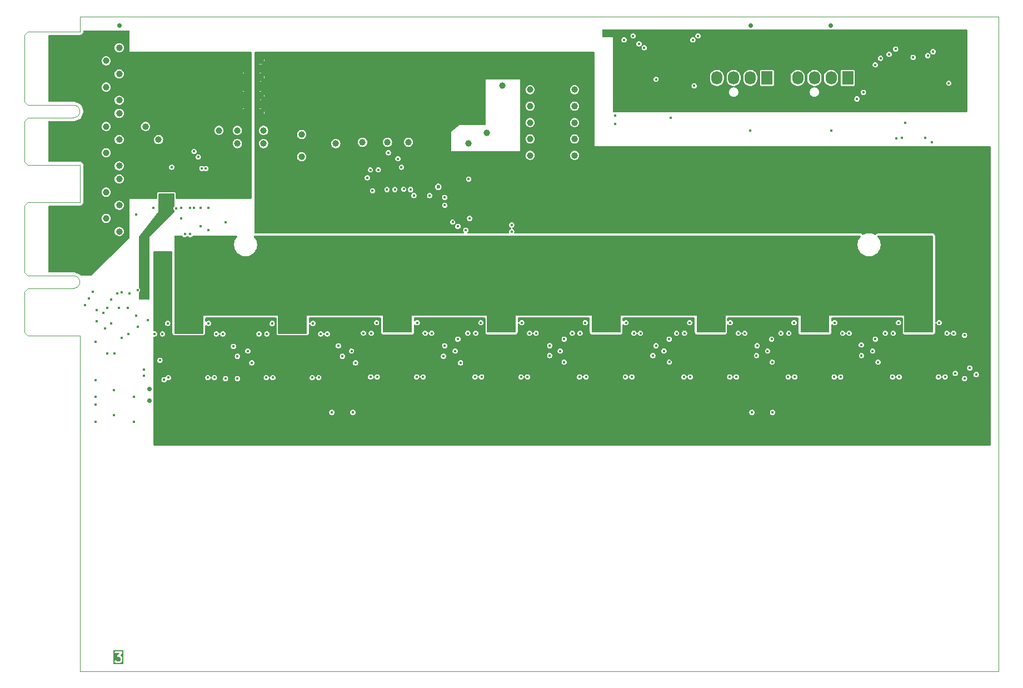
<source format=gbr>
%TF.GenerationSoftware,KiCad,Pcbnew,8.0.0*%
%TF.CreationDate,2024-03-29T21:32:46+01:00*%
%TF.ProjectId,EKO_Miner_BM1366,454b4f5f-4d69-46e6-9572-5f424d313336,rev?*%
%TF.SameCoordinates,Original*%
%TF.FileFunction,Copper,L3,Inr*%
%TF.FilePolarity,Positive*%
%FSLAX46Y46*%
G04 Gerber Fmt 4.6, Leading zero omitted, Abs format (unit mm)*
G04 Created by KiCad (PCBNEW 8.0.0) date 2024-03-29 21:32:46*
%MOMM*%
%LPD*%
G01*
G04 APERTURE LIST*
%ADD10C,0.300000*%
%TA.AperFunction,ComponentPad*%
%ADD11R,1.730000X2.030000*%
%TD*%
%TA.AperFunction,ComponentPad*%
%ADD12O,1.730000X2.030000*%
%TD*%
%TA.AperFunction,ComponentPad*%
%ADD13C,1.300000*%
%TD*%
%TA.AperFunction,ComponentPad*%
%ADD14C,0.600000*%
%TD*%
%TA.AperFunction,ComponentPad*%
%ADD15C,0.500000*%
%TD*%
%TA.AperFunction,ComponentPad*%
%ADD16C,0.400000*%
%TD*%
%TA.AperFunction,ViaPad*%
%ADD17C,0.400000*%
%TD*%
%TA.AperFunction,ViaPad*%
%ADD18C,1.000000*%
%TD*%
%TA.AperFunction,ViaPad*%
%ADD19C,0.700000*%
%TD*%
%TA.AperFunction,Profile*%
%ADD20C,0.100000*%
%TD*%
G04 APERTURE END LIST*
D10*
G36*
X81406892Y-123917495D02*
G01*
X79847868Y-123917495D01*
X79847868Y-123487234D01*
X80014535Y-123487234D01*
X80036932Y-123541306D01*
X80055587Y-123564037D01*
X80130742Y-123635938D01*
X80141115Y-123647899D01*
X80147338Y-123651816D01*
X80149747Y-123654121D01*
X80153408Y-123655637D01*
X80166000Y-123663564D01*
X80290525Y-123723470D01*
X80292603Y-123725548D01*
X80308725Y-123732226D01*
X80336321Y-123745502D01*
X80341696Y-123745883D01*
X80346675Y-123747946D01*
X80375939Y-123750828D01*
X80781620Y-123748274D01*
X80785748Y-123749650D01*
X80807393Y-123748112D01*
X80833774Y-123747946D01*
X80838752Y-123745883D01*
X80844128Y-123745502D01*
X80871591Y-123734992D01*
X81014131Y-123660984D01*
X81030704Y-123654120D01*
X81036474Y-123649384D01*
X81039335Y-123647899D01*
X81041929Y-123644907D01*
X81053435Y-123635465D01*
X81125330Y-123560315D01*
X81137295Y-123549939D01*
X81141213Y-123543713D01*
X81143517Y-123541306D01*
X81145032Y-123537646D01*
X81152960Y-123525053D01*
X81212866Y-123400528D01*
X81214945Y-123398450D01*
X81221626Y-123382318D01*
X81234898Y-123354733D01*
X81235279Y-123349358D01*
X81237343Y-123344378D01*
X81240225Y-123315114D01*
X81237730Y-122980681D01*
X81239047Y-122976732D01*
X81237543Y-122955574D01*
X81237343Y-122928707D01*
X81235279Y-122923726D01*
X81234898Y-122918352D01*
X81224389Y-122890888D01*
X81150378Y-122748344D01*
X81143517Y-122731779D01*
X81138781Y-122726008D01*
X81137295Y-122723146D01*
X81134301Y-122720549D01*
X81124863Y-122709049D01*
X81049710Y-122637149D01*
X81039335Y-122625186D01*
X81033111Y-122621268D01*
X81030704Y-122618965D01*
X81027044Y-122617449D01*
X81014450Y-122609521D01*
X80893806Y-122551482D01*
X81198980Y-122200128D01*
X81214945Y-122184164D01*
X81216858Y-122179545D01*
X81220213Y-122175683D01*
X81228018Y-122152603D01*
X81237343Y-122130092D01*
X81237343Y-122125030D01*
X81238963Y-122120240D01*
X81237343Y-122095939D01*
X81237343Y-122071564D01*
X81235406Y-122066888D01*
X81235070Y-122061844D01*
X81224271Y-122040008D01*
X81214945Y-122017492D01*
X81211368Y-122013915D01*
X81209126Y-122009381D01*
X81190790Y-121993337D01*
X81173561Y-121976108D01*
X81168886Y-121974171D01*
X81165079Y-121970840D01*
X81142003Y-121963036D01*
X81119489Y-121953710D01*
X81112347Y-121953006D01*
X81109637Y-121952090D01*
X81105702Y-121952352D01*
X81090225Y-121950828D01*
X80132389Y-121953710D01*
X80078317Y-121976108D01*
X80036933Y-122017492D01*
X80014535Y-122071564D01*
X80014535Y-122130092D01*
X80036933Y-122184164D01*
X80078317Y-122225548D01*
X80132389Y-122247946D01*
X80161653Y-122250828D01*
X80762831Y-122249019D01*
X80481476Y-122572949D01*
X80465505Y-122588921D01*
X80463591Y-122593541D01*
X80460237Y-122597403D01*
X80452430Y-122620484D01*
X80443107Y-122642993D01*
X80443107Y-122648052D01*
X80441486Y-122652845D01*
X80443107Y-122677154D01*
X80443107Y-122701521D01*
X80445043Y-122706196D01*
X80445380Y-122711241D01*
X80456178Y-122733076D01*
X80465505Y-122755593D01*
X80469081Y-122759169D01*
X80471324Y-122763704D01*
X80489659Y-122779747D01*
X80506889Y-122796977D01*
X80511563Y-122798913D01*
X80515371Y-122802245D01*
X80538452Y-122810051D01*
X80560961Y-122819375D01*
X80568098Y-122820077D01*
X80570813Y-122820996D01*
X80574752Y-122820733D01*
X80590225Y-122822257D01*
X80766022Y-122820176D01*
X80855264Y-122863109D01*
X80893927Y-122900098D01*
X80940461Y-122989724D01*
X80942597Y-123276018D01*
X80899372Y-123365867D01*
X80862383Y-123404530D01*
X80772828Y-123451027D01*
X80415197Y-123453278D01*
X80325185Y-123409975D01*
X80244988Y-123333250D01*
X80190916Y-123310853D01*
X80132390Y-123310853D01*
X80078318Y-123333250D01*
X80036932Y-123374636D01*
X80014535Y-123428708D01*
X80014535Y-123487234D01*
X79847868Y-123487234D01*
X79847868Y-121784161D01*
X81406892Y-121784161D01*
X81406892Y-123917495D01*
G37*
D11*
%TO.N,GND*%
%TO.C,J3*%
X191750000Y-34600000D03*
D12*
%TO.N,+12V_PWR*%
X189210000Y-34600000D03*
%TO.N,/FAN/FAN1_TACH*%
X186670000Y-34600000D03*
%TO.N,/FAN/FAN1_PWM*%
X184130000Y-34600000D03*
%TD*%
D11*
%TO.N,GND*%
%TO.C,J4*%
X179450000Y-34600000D03*
D12*
%TO.N,+12V_PWR*%
X176910000Y-34600000D03*
%TO.N,/FAN/FAN2_TACH*%
X174370000Y-34600000D03*
%TO.N,/FAN/FAN2_PWM*%
X171830000Y-34600000D03*
%TD*%
D13*
%TO.N,GNDPWR*%
%TO.C,NT2*%
X102250000Y-39900000D03*
%TO.N,GND*%
X99650000Y-39900000D03*
%TO.N,GNDPWR*%
X102250000Y-37300000D03*
%TO.N,GND*%
X99650000Y-37300000D03*
%TD*%
D14*
%TO.N,GNDA*%
%TO.C,T1*%
X129350000Y-51200000D03*
%TO.N,GNDPWR*%
X130550000Y-51200000D03*
%TD*%
D15*
%TO.N,GNDPWR*%
%TO.C,U5*%
X130405000Y-47600000D03*
X130405000Y-46200000D03*
X130405000Y-44800000D03*
X129125000Y-48600000D03*
X129125000Y-47600000D03*
X129125000Y-46200000D03*
X129125000Y-44800000D03*
X129125000Y-43800000D03*
X127845000Y-47600000D03*
X127845000Y-46200000D03*
X127725000Y-44920000D03*
%TD*%
D13*
%TO.N,GNDPWR*%
%TO.C,NT1*%
X102250000Y-34500000D03*
%TO.N,GND*%
X99650000Y-34500000D03*
%TO.N,GNDPWR*%
X102250000Y-31900000D03*
%TO.N,GND*%
X99650000Y-31900000D03*
%TD*%
D16*
%TO.N,N/C*%
%TO.C,U4*%
X82100000Y-69615000D03*
X80700000Y-69615000D03*
%TD*%
D17*
%TO.N,GND*%
X82150000Y-73600008D03*
D18*
X80750000Y-32000000D03*
X80750000Y-52000000D03*
D17*
X94675000Y-47200000D03*
X79950000Y-86000000D03*
X79950000Y-82200000D03*
X80050000Y-76600000D03*
X199150000Y-43800000D03*
X82950000Y-87000000D03*
X201717496Y-31467496D03*
D18*
X78750000Y-40000000D03*
D17*
X156350000Y-40335000D03*
D18*
X78750000Y-34000000D03*
X78750000Y-44000000D03*
D17*
X89430000Y-54480000D03*
X204550000Y-44400000D03*
X162550000Y-34800000D03*
D18*
X80750000Y-56000000D03*
D17*
X91600000Y-47200000D03*
X99899996Y-46450004D03*
D18*
X78750000Y-30000000D03*
D17*
X88925000Y-47200000D03*
X84550000Y-79000000D03*
X83550000Y-72480000D03*
X200467493Y-41482486D03*
X82350000Y-67400000D03*
X189270000Y-42600000D03*
X97425000Y-47200000D03*
X156350000Y-41605000D03*
D18*
X78750000Y-48000000D03*
X80750000Y-46000000D03*
X78750000Y-54000000D03*
D17*
X116349996Y-85549996D03*
D18*
X78750000Y-50000000D03*
D17*
X78950000Y-69600000D03*
X180299996Y-85549996D03*
X83350000Y-70800000D03*
X84550000Y-80000000D03*
X82950000Y-83200000D03*
X99894996Y-48400004D03*
D18*
X84750000Y-44000000D03*
X86750000Y-42000000D03*
D17*
X85950000Y-54400000D03*
X176870000Y-42600000D03*
X207150000Y-35400000D03*
X78950000Y-76600000D03*
D18*
X80750000Y-36000000D03*
D17*
X83550000Y-66920000D03*
D18*
X78750000Y-58000000D03*
X80750000Y-42000000D03*
X78750000Y-38000000D03*
D17*
X164750000Y-40700000D03*
X168350000Y-35800000D03*
%TO.N,+1.8V*%
X110154857Y-80255000D03*
X94250000Y-80250000D03*
X173774285Y-80142000D03*
X210350000Y-78800000D03*
D19*
X85350000Y-82000000D03*
D17*
X120059714Y-80141992D03*
X189679142Y-80142000D03*
X141964571Y-80142000D03*
X104154857Y-80254992D03*
X167774285Y-80141992D03*
X183679142Y-80141992D03*
X85150000Y-71520000D03*
X151869428Y-80141992D03*
X126059714Y-80142000D03*
X88250000Y-80249992D03*
X135964571Y-80141992D03*
X199584000Y-80141992D03*
X205584000Y-80142000D03*
X157869428Y-80142000D03*
D18*
%TO.N,+12V_PWR*%
X80750000Y-34000000D03*
X80750000Y-38000000D03*
X80750000Y-50000000D03*
D19*
X80750000Y-26600000D03*
D18*
X80750000Y-40000000D03*
X78750000Y-42000000D03*
X78750000Y-56000000D03*
X78750000Y-52000000D03*
X78750000Y-36000000D03*
D19*
X176950000Y-26600000D03*
D18*
X80750000Y-54000000D03*
X80750000Y-58000000D03*
X80750000Y-44000000D03*
X80750000Y-30000000D03*
X78750000Y-32000000D03*
X78750000Y-46000000D03*
X84750000Y-42000000D03*
X86750000Y-44000000D03*
D19*
X189150000Y-26600000D03*
D18*
X80750000Y-48000000D03*
D17*
%TO.N,/ASICs_BM1366/BM1366-0/VDD3_0*%
X86150000Y-73600000D03*
%TO.N,Net-(U5-GOSNS)*%
X140550000Y-57000000D03*
X130350000Y-52800000D03*
%TO.N,/ASICs_BM1366/BM1366-0/VDD2_0*%
X87350000Y-73600000D03*
%TO.N,+0.8V*%
X127059714Y-80142010D03*
X182679142Y-80142000D03*
X190679142Y-80142010D03*
X111154857Y-80255010D03*
X150869428Y-80142000D03*
X198584000Y-80142000D03*
X174774285Y-80142010D03*
X158869428Y-80142010D03*
X166774285Y-80142000D03*
X119059714Y-80142000D03*
X95250000Y-80250010D03*
D19*
X85350000Y-83800000D03*
D17*
X103154857Y-80255000D03*
X134964571Y-80142000D03*
X206584000Y-80142010D03*
X142964571Y-80142010D03*
X87581587Y-80581587D03*
%TO.N,/ASICs_BM1366/BM1366-0/VDD1_0*%
X88150000Y-72000000D03*
D18*
%TO.N,GNDPWR*%
X124950000Y-83800000D03*
D17*
X95095405Y-78854595D03*
X127040547Y-78695595D03*
X161169428Y-71811998D03*
D18*
X89550000Y-83800000D03*
X113750000Y-51000000D03*
D17*
X118895142Y-78600000D03*
D18*
X138425000Y-52200000D03*
X108950000Y-86000000D03*
X139150000Y-85000000D03*
X137350000Y-83800000D03*
X181150000Y-52000000D03*
X207550000Y-63000000D03*
X123225000Y-38400000D03*
D17*
X101134858Y-71924999D03*
D18*
X121550000Y-88400000D03*
D17*
X121550000Y-48200000D03*
X97550000Y-71919998D03*
D18*
X128750000Y-32200000D03*
X170950000Y-87200000D03*
D17*
X111240547Y-78895595D03*
X158840547Y-78695595D03*
X174640547Y-78695595D03*
X198484000Y-74635002D03*
D18*
X105550000Y-86000000D03*
X159150000Y-54200000D03*
X156750000Y-88400000D03*
X205150000Y-52000000D03*
X155150000Y-85000000D03*
X159150000Y-51800000D03*
X189150000Y-52000000D03*
X121550000Y-83800000D03*
X185150000Y-83800000D03*
X207550000Y-55000000D03*
D17*
X206440547Y-78695595D03*
D18*
X186950000Y-85000000D03*
D17*
X177074285Y-71811998D03*
D18*
X128950000Y-39400000D03*
X123350000Y-85000000D03*
D17*
X206627158Y-74642000D03*
X190722142Y-74642000D03*
D18*
X177150000Y-52000000D03*
X140225000Y-48200000D03*
X121025000Y-36400000D03*
D17*
X196564001Y-71811999D03*
X86950000Y-78759000D03*
D18*
X156750000Y-86000000D03*
X91350000Y-87200000D03*
X125625000Y-36400000D03*
X186950000Y-87200000D03*
X210950000Y-67000000D03*
X169150000Y-86000000D03*
X105550000Y-83800000D03*
X115550000Y-52750000D03*
D17*
X158912428Y-74642000D03*
D18*
X124950000Y-88400000D03*
X153350000Y-86000000D03*
X140425000Y-55800000D03*
X116550000Y-51000000D03*
D17*
X190640547Y-78695595D03*
X103054857Y-74748002D03*
X118959714Y-74635002D03*
D18*
X193150000Y-52000000D03*
X119025000Y-38400000D03*
X185150000Y-52000000D03*
X105550000Y-88400000D03*
D17*
X150695142Y-78600000D03*
D18*
X111025000Y-38400000D03*
X123350000Y-87200000D03*
X116750000Y-32200000D03*
X204350000Y-83800000D03*
X109025000Y-36400000D03*
D17*
X86214397Y-71240000D03*
D18*
X92950000Y-88400000D03*
D17*
X198295142Y-78600000D03*
D18*
X140750000Y-86000000D03*
X107350000Y-85000000D03*
X170950000Y-85000000D03*
X139150000Y-87200000D03*
X111750000Y-52750000D03*
X188550000Y-86000000D03*
X200950000Y-86000000D03*
X112750000Y-32200000D03*
X188550000Y-88400000D03*
X165150000Y-52000000D03*
X120750000Y-32200000D03*
X172550000Y-88400000D03*
X115025000Y-38400000D03*
X89550000Y-86000000D03*
D17*
X182495142Y-78600000D03*
D18*
X188550000Y-83800000D03*
D17*
X103095142Y-78800000D03*
D18*
X136750000Y-32200000D03*
X210950000Y-63000000D03*
X210950000Y-55000000D03*
X169150000Y-83800000D03*
X121550000Y-86000000D03*
X107350000Y-87200000D03*
D17*
X192979142Y-71811998D03*
X174817614Y-74642000D03*
X164754286Y-71811999D03*
D18*
X200950000Y-88400000D03*
X129950000Y-41000000D03*
X169150000Y-52000000D03*
X154950000Y-48000000D03*
X155150000Y-87200000D03*
X144750000Y-32200000D03*
X137350000Y-88400000D03*
X185150000Y-86000000D03*
D17*
X134864571Y-74635002D03*
X134695142Y-78600000D03*
D18*
X140750000Y-88400000D03*
X110150000Y-51000000D03*
D17*
X166674285Y-74635002D03*
D18*
X124750000Y-32200000D03*
D17*
X142840547Y-78695595D03*
X145264571Y-71811998D03*
X208884000Y-71811998D03*
D18*
X156750000Y-83800000D03*
D17*
X166495142Y-78600000D03*
D18*
X138425000Y-50200000D03*
X204350000Y-88400000D03*
D17*
X95293000Y-74750000D03*
D18*
X153350000Y-83800000D03*
X200950000Y-83800000D03*
X104750000Y-32200000D03*
X89550000Y-88400000D03*
X201150000Y-52000000D03*
X204350000Y-86000000D03*
X148750000Y-32200000D03*
D17*
X150769428Y-74635002D03*
D18*
X172550000Y-86000000D03*
D17*
X127102714Y-74642000D03*
D18*
X157350000Y-55400000D03*
X137350000Y-86000000D03*
X169150000Y-88400000D03*
X113025000Y-36400000D03*
X209150000Y-52000000D03*
X124950000Y-86000000D03*
X108950000Y-83800000D03*
D17*
X111198309Y-74755000D03*
X129359714Y-71811998D03*
D18*
X140700000Y-32200000D03*
X117025000Y-36400000D03*
X138425000Y-48200000D03*
D17*
X87150000Y-74743002D03*
D18*
X91350000Y-85000000D03*
X210950000Y-59000000D03*
X173150000Y-52000000D03*
D17*
X143008121Y-74642000D03*
D18*
X185150000Y-88400000D03*
D17*
X117039715Y-71811999D03*
D18*
X197150000Y-52000000D03*
X157425000Y-50600000D03*
X132750000Y-32200000D03*
D17*
X132944572Y-71811999D03*
D18*
X207550000Y-59000000D03*
X157425000Y-52800000D03*
D17*
X180659143Y-71811999D03*
X182579142Y-74635002D03*
X148849429Y-71811999D03*
D18*
X172550000Y-83800000D03*
X127950000Y-41000000D03*
X153350000Y-88400000D03*
X138425000Y-54400000D03*
X92950000Y-86000000D03*
X108750000Y-32200000D03*
X92950000Y-83800000D03*
X108950000Y-88400000D03*
X202750000Y-85000000D03*
D17*
X113454857Y-71924998D03*
D18*
X207550000Y-67000000D03*
X140750000Y-83800000D03*
X202750000Y-87200000D03*
%TO.N,VPWR_ASIC*%
X138950000Y-68000000D03*
X121750000Y-65800000D03*
X140350000Y-65800000D03*
X89950000Y-66000000D03*
X105750000Y-66000000D03*
X123150000Y-70600000D03*
X156350000Y-69200000D03*
X143350000Y-38900000D03*
X202550000Y-70600000D03*
X92750000Y-69400000D03*
X154950000Y-68000000D03*
X143350000Y-46400000D03*
X153550000Y-69200000D03*
X150125000Y-43900000D03*
X203950000Y-69200000D03*
X91350000Y-70800000D03*
X121750000Y-69200000D03*
X145850000Y-59400000D03*
X185350000Y-65800000D03*
X148350000Y-59400000D03*
X137550000Y-65800000D03*
X140350000Y-69200000D03*
X185350000Y-69200000D03*
X108550000Y-69400000D03*
X169550000Y-65800000D03*
X150850000Y-59400000D03*
X124550000Y-69200000D03*
X201150000Y-65800000D03*
X172350000Y-65800000D03*
X123150000Y-68000000D03*
X156350000Y-65800000D03*
X169550000Y-69200000D03*
X150125000Y-46400000D03*
X172350000Y-69200000D03*
X91350000Y-68200000D03*
X143350000Y-43900000D03*
X203950000Y-65800000D03*
X137550000Y-69200000D03*
X150125000Y-41400000D03*
X170950000Y-68000000D03*
X154950000Y-70600000D03*
X107150000Y-70800000D03*
X170950000Y-70600000D03*
X150125000Y-38900000D03*
X89950000Y-69400000D03*
X138950000Y-70600000D03*
X150125000Y-36400000D03*
X188150000Y-65800000D03*
X186750000Y-70600000D03*
X202550000Y-68000000D03*
X186750000Y-68000000D03*
X92750000Y-66000000D03*
X124550000Y-65800000D03*
X201150000Y-69200000D03*
X188150000Y-69200000D03*
X143350000Y-41400000D03*
X153550000Y-65800000D03*
X108550000Y-66000000D03*
X107150000Y-68200000D03*
X143350000Y-36400000D03*
X143350000Y-59400000D03*
X105750000Y-69400000D03*
D17*
%TO.N,+3.3V_DB*%
X209150000Y-34200000D03*
X172550000Y-39600000D03*
X88750000Y-52600000D03*
X87150000Y-52600000D03*
X200582505Y-31467495D03*
X183850000Y-39600000D03*
X84870000Y-67880000D03*
X167350000Y-37400000D03*
X163550000Y-36400000D03*
%TO.N,Net-(U5-BP1V5)*%
X122750000Y-51600000D03*
X124100001Y-51549998D03*
X134000000Y-50000000D03*
X125640000Y-52510002D03*
X118550001Y-49799999D03*
D18*
%TO.N,/PSU/SW*%
X139150000Y-35800000D03*
X136750000Y-43000000D03*
X133950000Y-44600000D03*
%TO.N,Net-(C10-Pad1)*%
X102750000Y-44600000D03*
X108550000Y-43200000D03*
X95950000Y-42600000D03*
X102750000Y-42600000D03*
X98750000Y-42600000D03*
X113750000Y-44600000D03*
X124825000Y-44400000D03*
X121625000Y-44400000D03*
X98750000Y-44600000D03*
X117825000Y-44400000D03*
X108550000Y-46600000D03*
D17*
%TO.N,Net-(U5-VOSNS)*%
X140550000Y-58000000D03*
X130350000Y-54000000D03*
%TO.N,/ASICs_BM1366/BM1366-0/VDD1_1*%
X94350000Y-72000000D03*
%TO.N,/ASICs_BM1366/BM1366-0/VDD2_1*%
X95550022Y-73600000D03*
%TO.N,/ASICs_BM1366/BM1366-0/VDD3_1*%
X96550000Y-73600000D03*
%TO.N,/ASICs_BM1366/BM1366-1/VDD3_0*%
X102054857Y-73605000D03*
%TO.N,/ASICs_BM1366/BM1366-1/VDD2_0*%
X103254857Y-73605000D03*
%TO.N,/ASICs_BM1366/BM1366-1/VDD1_0*%
X104054857Y-72005000D03*
%TO.N,/ASICs_BM1366/BM1366-1/VDD1_1*%
X110254857Y-72005000D03*
%TO.N,/ASICs_BM1366/BM1366-1/VDD2_1*%
X111454879Y-73605000D03*
%TO.N,/ASICs_BM1366/BM1366-1/VDD3_1*%
X112454857Y-73605000D03*
%TO.N,/ASICs_BM1366/BM1366-2/VDD3_0*%
X117959714Y-73492000D03*
%TO.N,/ASICs_BM1366/BM1366-2/VDD2_0*%
X119159714Y-73492000D03*
%TO.N,/ASICs_BM1366/BM1366-2/VDD1_0*%
X119959714Y-71892000D03*
%TO.N,/ASICs_BM1366/BM1366-2/VDD1_1*%
X126159714Y-71892000D03*
%TO.N,/ASICs_BM1366/BM1366-2/VDD2_1*%
X127359736Y-73492000D03*
%TO.N,/ASICs_BM1366/BM1366-2/VDD3_1*%
X128359714Y-73492000D03*
%TO.N,/ASICs_BM1366/BM1366-3/VDD3_0*%
X133864571Y-73492000D03*
%TO.N,/ASICs_BM1366/BM1366-3/VDD2_0*%
X135064571Y-73492000D03*
%TO.N,/ASICs_BM1366/BM1366-3/VDD1_0*%
X135864571Y-71892000D03*
%TO.N,/ASICs_BM1366/BM1366-3/VDD1_1*%
X142064571Y-71892000D03*
%TO.N,/ASICs_BM1366/BM1366-3/VDD2_1*%
X143264593Y-73492000D03*
%TO.N,/ASICs_BM1366/BM1366-3/VDD3_1*%
X144264571Y-73492000D03*
%TO.N,/ASICs_BM1366/BM1366-4/VDD3_0*%
X149769428Y-73492000D03*
%TO.N,/ASICs_BM1366/BM1366-4/VDD2_0*%
X150969428Y-73492000D03*
%TO.N,/ASICs_BM1366/BM1366-4/VDD1_0*%
X151769428Y-71892000D03*
%TO.N,/ASICs_BM1366/BM1366-4/VDD1_1*%
X157969428Y-71892000D03*
%TO.N,/ASICs_BM1366/BM1366-4/VDD2_1*%
X159169450Y-73492000D03*
%TO.N,/ASICs_BM1366/BM1366-4/VDD3_1*%
X160169428Y-73492000D03*
%TO.N,/ASICs_BM1366/BM1366-5/VDD3_0*%
X165674285Y-73492000D03*
%TO.N,/ASICs_BM1366/BM1366-5/VDD2_0*%
X166874285Y-73492000D03*
%TO.N,/ASICs_BM1366/BM1366-5/VDD1_0*%
X167674285Y-71892000D03*
%TO.N,/ASICs_BM1366/BM1366-5/VDD1_1*%
X173874285Y-71892000D03*
%TO.N,/ASICs_BM1366/BM1366-5/VDD2_1*%
X175074307Y-73492000D03*
%TO.N,/ASICs_BM1366/BM1366-5/VDD3_1*%
X176074285Y-73492000D03*
%TO.N,/ASICs_BM1366/BM1366-6/VDD3_0*%
X181579142Y-73492000D03*
%TO.N,/ASICs_BM1366/BM1366-6/VDD2_0*%
X182779142Y-73492000D03*
%TO.N,/ASICs_BM1366/BM1366-6/VDD1_0*%
X183579142Y-71892000D03*
%TO.N,/ASICs_BM1366/BM1366-6/VDD1_1*%
X189779142Y-71892000D03*
%TO.N,/ASICs_BM1366/BM1366-6/VDD2_1*%
X190979164Y-73492000D03*
%TO.N,/ASICs_BM1366/BM1366-6/VDD3_1*%
X191979142Y-73492000D03*
%TO.N,/ASICs_BM1366/BM1366-7/VDD3_0*%
X197484000Y-73492000D03*
%TO.N,/ASICs_BM1366/BM1366-7/VDD2_0*%
X198684000Y-73492000D03*
%TO.N,/ASICs_BM1366/BM1366-7/VDD1_0*%
X199484000Y-71892000D03*
%TO.N,/ASICs_BM1366/BM1366-7/VDD1_1*%
X205684000Y-71892000D03*
%TO.N,/ASICs_BM1366/BM1366-7/VDD2_1*%
X206884022Y-73492000D03*
%TO.N,/ASICs_BM1366/BM1366-7/VDD3_1*%
X207884000Y-73492000D03*
%TO.N,/DB_SCL*%
X93950000Y-48400000D03*
X78350000Y-70400000D03*
X198050000Y-31000000D03*
X94350000Y-54400000D03*
X160750000Y-30000000D03*
X94350000Y-57800000D03*
X133550000Y-57800016D03*
%TO.N,/DB_SDA*%
X93350000Y-48400000D03*
X93150000Y-57200000D03*
X159950000Y-29400000D03*
X93150011Y-54399989D03*
X77350000Y-70000000D03*
X132350000Y-57200000D03*
X199050000Y-30200000D03*
%TO.N,/DB_RX*%
X77350000Y-71650000D03*
X80470169Y-67420365D03*
%TO.N,/ID0*%
X203950000Y-31200000D03*
X92150000Y-54400000D03*
X168150000Y-28800000D03*
X78550004Y-72800000D03*
X91550000Y-58349992D03*
X157674994Y-28800000D03*
X92800000Y-46645968D03*
%TO.N,/DB_TX*%
X81100000Y-67259692D03*
%TO.N,/ID1*%
X79550000Y-72000000D03*
X91550000Y-54400000D03*
X159050009Y-28200000D03*
X204750000Y-30600000D03*
X168950000Y-28200000D03*
X90750000Y-58350000D03*
X92150000Y-45800000D03*
%TO.N,Net-(U17-TH2)*%
X203517507Y-43767507D03*
X113149996Y-85549996D03*
%TO.N,Net-(U17-TH1)*%
X177149996Y-85549996D03*
X199982510Y-43767490D03*
%TO.N,/ASICs_BM1366/INV_CLKO*%
X98750000Y-80400000D03*
%TO.N,/ASICs_BM1366/PIN_MODE*%
X96950008Y-80400008D03*
%TO.N,/FAN/FAN1_PWM*%
X193150000Y-37800000D03*
%TO.N,GNDA*%
X119350000Y-51800000D03*
X123225000Y-46910000D03*
X119025000Y-48599998D03*
X120225000Y-48599998D03*
X128060000Y-52509998D03*
X121550000Y-51600000D03*
X125150000Y-51600016D03*
%TO.N,/ASICs_BM1366/BO1*%
X98150000Y-75500000D03*
%TO.N,/ASICs_BM1366/CLKO1*%
X98750000Y-77000000D03*
%TO.N,/ASICs_BM1366/CO1*%
X100950000Y-78000000D03*
%TO.N,/ASICs_BM1366/RI1*%
X100350000Y-76200000D03*
%TO.N,/ASICs_BM1366/BO2*%
X114150000Y-75400000D03*
%TO.N,/ASICs_BM1366/CLKO2*%
X114750000Y-77000000D03*
%TO.N,/ASICs_BM1366/CO2*%
X116750000Y-78000000D03*
%TO.N,/ASICs_BM1366/RI02*%
X116150000Y-76200000D03*
%TO.N,/ASICs_BM1366/BO3*%
X130350000Y-75400000D03*
%TO.N,/ASICs_BM1366/CLKO3*%
X130150000Y-77000000D03*
%TO.N,/ASICs_BM1366/CO3*%
X132751000Y-78000000D03*
%TO.N,/ASICs_BM1366/RSTO3*%
X132350000Y-74402000D03*
%TO.N,/ASICs_BM1366/RI3*%
X131950000Y-76200000D03*
%TO.N,/ASICs_BM1366/BO4*%
X146350000Y-75392000D03*
%TO.N,/ASICs_BM1366/CLKO4*%
X146350000Y-76892000D03*
%TO.N,/ASICs_BM1366/CO4*%
X148550000Y-77892000D03*
%TO.N,/ASICs_BM1366/RSTO4*%
X148550000Y-74400000D03*
%TO.N,/ASICs_BM1366/RI4*%
X147950000Y-76200000D03*
%TO.N,/ASICs_BM1366/BO5*%
X162542010Y-75392010D03*
%TO.N,/ASICs_BM1366/CLKO5*%
X162058003Y-76891997D03*
%TO.N,/ASICs_BM1366/CO5*%
X164569438Y-77887010D03*
%TO.N,/ASICs_BM1366/RSTO5*%
X164550000Y-74402000D03*
%TO.N,/ASICs_BM1366/RI5*%
X163750000Y-76200000D03*
%TO.N,/ASICs_BM1366/BO6*%
X177950000Y-75392000D03*
%TO.N,/ASICs_BM1366/CLKO6*%
X177857998Y-76892000D03*
%TO.N,/ASICs_BM1366/CO6*%
X180242002Y-77892000D03*
%TO.N,/ASICs_BM1366/RSTO6*%
X180150000Y-74400000D03*
%TO.N,/ASICs_BM1366/RI6*%
X179549998Y-76200002D03*
%TO.N,/ASICs_BM1366/BO7*%
X193822010Y-75272010D03*
%TO.N,/ASICs_BM1366/CLKO7*%
X193857984Y-76892000D03*
%TO.N,/ASICs_BM1366/CO7*%
X196374153Y-77891986D03*
%TO.N,/ASICs_BM1366/RSTO7*%
X195950000Y-74400000D03*
%TO.N,/ASICs_BM1366/RI7*%
X195549998Y-76199998D03*
%TO.N,/ASICs_BM1366/CI*%
X81150000Y-74200018D03*
X86950000Y-77600000D03*
%TO.N,/DB_PGOOD*%
X96950000Y-56600000D03*
X76150000Y-68200000D03*
X131550000Y-56550000D03*
%TO.N,/FAN/FAN2_PWM*%
X196750000Y-31600000D03*
%TO.N,/ASICs_BM1366/BO8*%
X211339609Y-79787867D03*
%TO.N,/ASICs_BM1366/CLKO8*%
X209550000Y-80400000D03*
%TO.N,+5V_PSU*%
X77150000Y-80600000D03*
X77150000Y-83200012D03*
X76750000Y-67200000D03*
X77150000Y-84400000D03*
X77150000Y-87000000D03*
%TO.N,/ASICs_BM1366/CO8*%
X208150002Y-79600000D03*
%TO.N,/ASICs_BM1366/RSTO8*%
X209550000Y-73800000D03*
%TO.N,/FAN/FAN1_TACH*%
X194150000Y-36800000D03*
%TO.N,/FAN/FAN2_TACH*%
X195950000Y-32600000D03*
%TO.N,+5V_STDBY*%
X121750001Y-46000001D03*
X123750000Y-48200000D03*
X83350000Y-55400000D03*
%TO.N,/DB_ALERT_oc*%
X90150000Y-56000000D03*
X90150000Y-54400000D03*
X75550000Y-69200000D03*
X134150002Y-56000000D03*
X88750000Y-48200000D03*
%TO.N,Net-(D2-A)*%
X77149997Y-74800003D03*
X79550000Y-68400000D03*
%TD*%
%TA.AperFunction,Conductor*%
%TO.N,VPWR_ASIC*%
G36*
X90314780Y-58619685D02*
G01*
X90341453Y-58642796D01*
X90418872Y-58732143D01*
X90539947Y-58809953D01*
X90539950Y-58809954D01*
X90539949Y-58809954D01*
X90647107Y-58841417D01*
X90678008Y-58850491D01*
X90678036Y-58850499D01*
X90678038Y-58850500D01*
X90678039Y-58850500D01*
X90821962Y-58850500D01*
X90821962Y-58850499D01*
X90960053Y-58809953D01*
X91081128Y-58732143D01*
X91081128Y-58732142D01*
X91082967Y-58730961D01*
X91150006Y-58711277D01*
X91217045Y-58730961D01*
X91218872Y-58732135D01*
X91339947Y-58809945D01*
X91339950Y-58809946D01*
X91339949Y-58809946D01*
X91447107Y-58841409D01*
X91453674Y-58843338D01*
X91478036Y-58850491D01*
X91478038Y-58850492D01*
X91478039Y-58850492D01*
X91621962Y-58850492D01*
X91621962Y-58850491D01*
X91754141Y-58811681D01*
X91760050Y-58809946D01*
X91760050Y-58809945D01*
X91760053Y-58809945D01*
X91881128Y-58732135D01*
X91958538Y-58642797D01*
X92017315Y-58605023D01*
X92052251Y-58600000D01*
X98625057Y-58600000D01*
X98692096Y-58619685D01*
X98737851Y-58672489D01*
X98747795Y-58741647D01*
X98718770Y-58805203D01*
X98712738Y-58811681D01*
X98681081Y-58843338D01*
X98541392Y-59025382D01*
X98426657Y-59224109D01*
X98426650Y-59224123D01*
X98338842Y-59436112D01*
X98279453Y-59657759D01*
X98279451Y-59657770D01*
X98249500Y-59885258D01*
X98249500Y-60114741D01*
X98274446Y-60304215D01*
X98279452Y-60342238D01*
X98279453Y-60342240D01*
X98338842Y-60563887D01*
X98426650Y-60775876D01*
X98426657Y-60775890D01*
X98541392Y-60974617D01*
X98681081Y-61156661D01*
X98681089Y-61156670D01*
X98843330Y-61318911D01*
X98843338Y-61318918D01*
X99025382Y-61458607D01*
X99025385Y-61458608D01*
X99025388Y-61458611D01*
X99224112Y-61573344D01*
X99224117Y-61573346D01*
X99224123Y-61573349D01*
X99315480Y-61611190D01*
X99436113Y-61661158D01*
X99657762Y-61720548D01*
X99885266Y-61750500D01*
X99885273Y-61750500D01*
X100114727Y-61750500D01*
X100114734Y-61750500D01*
X100342238Y-61720548D01*
X100563887Y-61661158D01*
X100775888Y-61573344D01*
X100974612Y-61458611D01*
X101156661Y-61318919D01*
X101156665Y-61318914D01*
X101156670Y-61318911D01*
X101318911Y-61156670D01*
X101318914Y-61156665D01*
X101318919Y-61156661D01*
X101458611Y-60974612D01*
X101573344Y-60775888D01*
X101661158Y-60563887D01*
X101720548Y-60342238D01*
X101750500Y-60114734D01*
X101750500Y-59885266D01*
X101720548Y-59657762D01*
X101661158Y-59436113D01*
X101573344Y-59224112D01*
X101458611Y-59025388D01*
X101458608Y-59025385D01*
X101458607Y-59025382D01*
X101318918Y-58843338D01*
X101318911Y-58843330D01*
X101287262Y-58811681D01*
X101253777Y-58750358D01*
X101258761Y-58680666D01*
X101300633Y-58624733D01*
X101366097Y-58600316D01*
X101374943Y-58600000D01*
X193625057Y-58600000D01*
X193692096Y-58619685D01*
X193737851Y-58672489D01*
X193747795Y-58741647D01*
X193718770Y-58805203D01*
X193712738Y-58811681D01*
X193681081Y-58843338D01*
X193541392Y-59025382D01*
X193426657Y-59224109D01*
X193426650Y-59224123D01*
X193338842Y-59436112D01*
X193279453Y-59657759D01*
X193279451Y-59657770D01*
X193249500Y-59885258D01*
X193249500Y-60114741D01*
X193274446Y-60304215D01*
X193279452Y-60342238D01*
X193279453Y-60342240D01*
X193338842Y-60563887D01*
X193426650Y-60775876D01*
X193426657Y-60775890D01*
X193541392Y-60974617D01*
X193681081Y-61156661D01*
X193681089Y-61156670D01*
X193843330Y-61318911D01*
X193843338Y-61318918D01*
X194025382Y-61458607D01*
X194025385Y-61458608D01*
X194025388Y-61458611D01*
X194224112Y-61573344D01*
X194224117Y-61573346D01*
X194224123Y-61573349D01*
X194315480Y-61611190D01*
X194436113Y-61661158D01*
X194657762Y-61720548D01*
X194885266Y-61750500D01*
X194885273Y-61750500D01*
X195114727Y-61750500D01*
X195114734Y-61750500D01*
X195342238Y-61720548D01*
X195563887Y-61661158D01*
X195775888Y-61573344D01*
X195974612Y-61458611D01*
X196156661Y-61318919D01*
X196156665Y-61318914D01*
X196156670Y-61318911D01*
X196318911Y-61156670D01*
X196318914Y-61156665D01*
X196318919Y-61156661D01*
X196458611Y-60974612D01*
X196573344Y-60775888D01*
X196661158Y-60563887D01*
X196720548Y-60342238D01*
X196750500Y-60114734D01*
X196750500Y-59885266D01*
X196720548Y-59657762D01*
X196661158Y-59436113D01*
X196573344Y-59224112D01*
X196458611Y-59025388D01*
X196458608Y-59025385D01*
X196458607Y-59025382D01*
X196318918Y-58843338D01*
X196318911Y-58843330D01*
X196287262Y-58811681D01*
X196253777Y-58750358D01*
X196258761Y-58680666D01*
X196300633Y-58624733D01*
X196366097Y-58600316D01*
X196374943Y-58600000D01*
X204626000Y-58600000D01*
X204693039Y-58619685D01*
X204738794Y-58672489D01*
X204750000Y-58724000D01*
X204750000Y-73276000D01*
X204730315Y-73343039D01*
X204677511Y-73388794D01*
X204626000Y-73400000D01*
X200550000Y-73400000D01*
X200550000Y-70800000D01*
X200350000Y-70800000D01*
X188950000Y-70800000D01*
X188950000Y-73276000D01*
X188930315Y-73343039D01*
X188877511Y-73388794D01*
X188826000Y-73400000D01*
X184674000Y-73400000D01*
X184606961Y-73380315D01*
X184561206Y-73327511D01*
X184550000Y-73276000D01*
X184550000Y-70800000D01*
X172950000Y-70800000D01*
X172950000Y-73400000D01*
X168874000Y-73400000D01*
X168806961Y-73380315D01*
X168761206Y-73327511D01*
X168750000Y-73276000D01*
X168750000Y-70800000D01*
X157150000Y-70800000D01*
X157150000Y-73276000D01*
X157130315Y-73343039D01*
X157077511Y-73388794D01*
X157026000Y-73400000D01*
X152874000Y-73400000D01*
X152806961Y-73380315D01*
X152761206Y-73327511D01*
X152750000Y-73276000D01*
X152750000Y-70800000D01*
X141150000Y-70800000D01*
X141150000Y-73276000D01*
X141130315Y-73343039D01*
X141077511Y-73388794D01*
X141026000Y-73400000D01*
X136950000Y-73400000D01*
X136950000Y-70800000D01*
X136750000Y-70800000D01*
X125350000Y-70800000D01*
X125350000Y-73276000D01*
X125330315Y-73343039D01*
X125277511Y-73388794D01*
X125226000Y-73400000D01*
X121074000Y-73400000D01*
X121006961Y-73380315D01*
X120961206Y-73327511D01*
X120950000Y-73276000D01*
X120950000Y-70800000D01*
X109350000Y-70800000D01*
X109350000Y-73400000D01*
X105150000Y-73400000D01*
X105150000Y-70800000D01*
X104950000Y-70800000D01*
X93550000Y-70800000D01*
X93550000Y-73400000D01*
X89150000Y-73400000D01*
X89150000Y-58724000D01*
X89169685Y-58656961D01*
X89222489Y-58611206D01*
X89274000Y-58600000D01*
X90247741Y-58600000D01*
X90314780Y-58619685D01*
G37*
%TD.AperFunction*%
%TD*%
%TA.AperFunction,Conductor*%
%TO.N,VPWR_ASIC*%
G36*
X93550000Y-70800000D02*
G01*
X93550000Y-73551000D01*
X93535648Y-73585648D01*
X93501000Y-73600000D01*
X89199000Y-73600000D01*
X89164352Y-73585648D01*
X89150000Y-73551000D01*
X89150000Y-64200000D01*
X93550000Y-64200000D01*
X93550000Y-70800000D01*
G37*
%TD.AperFunction*%
%TD*%
%TA.AperFunction,Conductor*%
%TO.N,VPWR_ASIC*%
G36*
X188950000Y-70800000D02*
G01*
X188950000Y-73351000D01*
X188935648Y-73385648D01*
X188901000Y-73400000D01*
X184599000Y-73400000D01*
X184564352Y-73385648D01*
X184550000Y-73351000D01*
X184550000Y-70800000D01*
X184550000Y-64000000D01*
X188950000Y-64000000D01*
X188950000Y-70800000D01*
G37*
%TD.AperFunction*%
%TD*%
%TA.AperFunction,Conductor*%
%TO.N,VPWR_ASIC*%
G36*
X204750000Y-73351000D02*
G01*
X204735648Y-73385648D01*
X204701000Y-73400000D01*
X200550000Y-73400000D01*
X200399000Y-73400000D01*
X200364352Y-73385648D01*
X200350000Y-73351000D01*
X200350000Y-70800000D01*
X200350000Y-64000000D01*
X204750000Y-64000000D01*
X204750000Y-73351000D01*
G37*
%TD.AperFunction*%
%TD*%
%TA.AperFunction,Conductor*%
%TO.N,VPWR_ASIC*%
G36*
X125350000Y-70800000D02*
G01*
X125350000Y-73351000D01*
X125335648Y-73385648D01*
X125301000Y-73400000D01*
X120999000Y-73400000D01*
X120964352Y-73385648D01*
X120950000Y-73351000D01*
X120950000Y-70800000D01*
X120950000Y-64000000D01*
X125350000Y-64000000D01*
X125350000Y-70800000D01*
G37*
%TD.AperFunction*%
%TD*%
%TA.AperFunction,Conductor*%
%TO.N,VPWR_ASIC*%
G36*
X109350000Y-70800000D02*
G01*
X109350000Y-73551000D01*
X109335648Y-73585648D01*
X109301000Y-73600000D01*
X104999000Y-73600000D01*
X104964352Y-73585648D01*
X104950000Y-73551000D01*
X104950000Y-70800000D01*
X104950000Y-64200000D01*
X109350000Y-64200000D01*
X109350000Y-70800000D01*
G37*
%TD.AperFunction*%
%TD*%
%TA.AperFunction,Conductor*%
%TO.N,VPWR_ASIC*%
G36*
X157150000Y-70800000D02*
G01*
X157150000Y-73351000D01*
X157135648Y-73385648D01*
X157101000Y-73400000D01*
X152799000Y-73400000D01*
X152764352Y-73385648D01*
X152750000Y-73351000D01*
X152750000Y-70800000D01*
X152750000Y-64000000D01*
X157150000Y-64000000D01*
X157150000Y-70800000D01*
G37*
%TD.AperFunction*%
%TD*%
%TA.AperFunction,Conductor*%
%TO.N,VPWR_ASIC*%
G36*
X141150000Y-70800000D02*
G01*
X141150000Y-73351000D01*
X141135648Y-73385648D01*
X141101000Y-73400000D01*
X136950000Y-73400000D01*
X136799000Y-73400000D01*
X136764352Y-73385648D01*
X136750000Y-73351000D01*
X136750000Y-70800000D01*
X136750000Y-64000000D01*
X141150000Y-64000000D01*
X141150000Y-70800000D01*
G37*
%TD.AperFunction*%
%TD*%
%TA.AperFunction,Conductor*%
%TO.N,VPWR_ASIC*%
G36*
X173150000Y-70800000D02*
G01*
X173150000Y-73351000D01*
X173135648Y-73385648D01*
X173101000Y-73400000D01*
X172950000Y-73400000D01*
X168799000Y-73400000D01*
X168764352Y-73385648D01*
X168750000Y-73351000D01*
X168750000Y-70800000D01*
X168750000Y-64000000D01*
X173150000Y-64000000D01*
X173150000Y-70800000D01*
G37*
%TD.AperFunction*%
%TD*%
%TA.AperFunction,Conductor*%
%TO.N,+3.3V_DB*%
G36*
X209851003Y-27200002D02*
G01*
X209909191Y-27218909D01*
X209945155Y-27268409D01*
X209950000Y-27299002D01*
X209950000Y-39701004D01*
X209931093Y-39759195D01*
X209881593Y-39795159D01*
X209851000Y-39800004D01*
X156049000Y-39800004D01*
X155990809Y-39781097D01*
X155954845Y-39731597D01*
X155950000Y-39701004D01*
X155950000Y-37800000D01*
X192744508Y-37800000D01*
X192764354Y-37925303D01*
X192764355Y-37925307D01*
X192819944Y-38034406D01*
X192821950Y-38038342D01*
X192911658Y-38128050D01*
X193024696Y-38185646D01*
X193150000Y-38205492D01*
X193275304Y-38185646D01*
X193388342Y-38128050D01*
X193478050Y-38038342D01*
X193535646Y-37925304D01*
X193555492Y-37800000D01*
X193535646Y-37674696D01*
X193478050Y-37561658D01*
X193388342Y-37471950D01*
X193365868Y-37460499D01*
X193275307Y-37414355D01*
X193275304Y-37414354D01*
X193150000Y-37394508D01*
X193024696Y-37414354D01*
X193024692Y-37414355D01*
X192911659Y-37471949D01*
X192821949Y-37561659D01*
X192764355Y-37674692D01*
X192764354Y-37674696D01*
X192744508Y-37799999D01*
X192744508Y-37800000D01*
X155950000Y-37800000D01*
X155950000Y-36828995D01*
X173669500Y-36828995D01*
X173696420Y-36964327D01*
X173696420Y-36964329D01*
X173749222Y-37091806D01*
X173749228Y-37091817D01*
X173825885Y-37206541D01*
X173923458Y-37304114D01*
X174038182Y-37380771D01*
X174038193Y-37380777D01*
X174085283Y-37400282D01*
X174165672Y-37433580D01*
X174301007Y-37460500D01*
X174301008Y-37460500D01*
X174438992Y-37460500D01*
X174438993Y-37460500D01*
X174574328Y-37433580D01*
X174701811Y-37380775D01*
X174816542Y-37304114D01*
X174914114Y-37206542D01*
X174990775Y-37091811D01*
X175043580Y-36964328D01*
X175070500Y-36828995D01*
X185969500Y-36828995D01*
X185996420Y-36964327D01*
X185996420Y-36964329D01*
X186049222Y-37091806D01*
X186049228Y-37091817D01*
X186125885Y-37206541D01*
X186223458Y-37304114D01*
X186338182Y-37380771D01*
X186338193Y-37380777D01*
X186385283Y-37400282D01*
X186465672Y-37433580D01*
X186601007Y-37460500D01*
X186601008Y-37460500D01*
X186738992Y-37460500D01*
X186738993Y-37460500D01*
X186874328Y-37433580D01*
X187001811Y-37380775D01*
X187116542Y-37304114D01*
X187214114Y-37206542D01*
X187290775Y-37091811D01*
X187343580Y-36964328D01*
X187370500Y-36828993D01*
X187370500Y-36800000D01*
X193744508Y-36800000D01*
X193764354Y-36925303D01*
X193764355Y-36925307D01*
X193784238Y-36964329D01*
X193821950Y-37038342D01*
X193911658Y-37128050D01*
X194024696Y-37185646D01*
X194150000Y-37205492D01*
X194275304Y-37185646D01*
X194388342Y-37128050D01*
X194478050Y-37038342D01*
X194535646Y-36925304D01*
X194555492Y-36800000D01*
X194535646Y-36674696D01*
X194478050Y-36561658D01*
X194388342Y-36471950D01*
X194384406Y-36469944D01*
X194275307Y-36414355D01*
X194275304Y-36414354D01*
X194150000Y-36394508D01*
X194024696Y-36414354D01*
X194024692Y-36414355D01*
X193911659Y-36471949D01*
X193821949Y-36561659D01*
X193764355Y-36674692D01*
X193764354Y-36674696D01*
X193744508Y-36799999D01*
X193744508Y-36800000D01*
X187370500Y-36800000D01*
X187370500Y-36691007D01*
X187343580Y-36555672D01*
X187325978Y-36513177D01*
X187290777Y-36428193D01*
X187290771Y-36428182D01*
X187214114Y-36313458D01*
X187116541Y-36215885D01*
X187001817Y-36139228D01*
X187001806Y-36139222D01*
X186874328Y-36086420D01*
X186738995Y-36059500D01*
X186738993Y-36059500D01*
X186601007Y-36059500D01*
X186601004Y-36059500D01*
X186465672Y-36086420D01*
X186465670Y-36086420D01*
X186338193Y-36139222D01*
X186338182Y-36139228D01*
X186223458Y-36215885D01*
X186125885Y-36313458D01*
X186049228Y-36428182D01*
X186049222Y-36428193D01*
X185996420Y-36555670D01*
X185996420Y-36555672D01*
X185969500Y-36691004D01*
X185969500Y-36828995D01*
X175070500Y-36828995D01*
X175070500Y-36828993D01*
X175070500Y-36691007D01*
X175043580Y-36555672D01*
X175025978Y-36513177D01*
X174990777Y-36428193D01*
X174990771Y-36428182D01*
X174914114Y-36313458D01*
X174816541Y-36215885D01*
X174701817Y-36139228D01*
X174701806Y-36139222D01*
X174574328Y-36086420D01*
X174438995Y-36059500D01*
X174438993Y-36059500D01*
X174301007Y-36059500D01*
X174301004Y-36059500D01*
X174165672Y-36086420D01*
X174165670Y-36086420D01*
X174038193Y-36139222D01*
X174038182Y-36139228D01*
X173923458Y-36215885D01*
X173825885Y-36313458D01*
X173749228Y-36428182D01*
X173749222Y-36428193D01*
X173696420Y-36555670D01*
X173696420Y-36555672D01*
X173669500Y-36691004D01*
X173669500Y-36828995D01*
X155950000Y-36828995D01*
X155950000Y-35800000D01*
X167944508Y-35800000D01*
X167964354Y-35925303D01*
X167964355Y-35925307D01*
X168019944Y-36034406D01*
X168021950Y-36038342D01*
X168111658Y-36128050D01*
X168224696Y-36185646D01*
X168350000Y-36205492D01*
X168475304Y-36185646D01*
X168588342Y-36128050D01*
X168678050Y-36038342D01*
X168735646Y-35925304D01*
X168755492Y-35800000D01*
X168735646Y-35674696D01*
X168678050Y-35561658D01*
X168588342Y-35471950D01*
X168584406Y-35469944D01*
X168475307Y-35414355D01*
X168475304Y-35414354D01*
X168350000Y-35394508D01*
X168224696Y-35414354D01*
X168224692Y-35414355D01*
X168111659Y-35471949D01*
X168021949Y-35561659D01*
X167964355Y-35674692D01*
X167964354Y-35674696D01*
X167944508Y-35799999D01*
X167944508Y-35800000D01*
X155950000Y-35800000D01*
X155950000Y-34800000D01*
X162144508Y-34800000D01*
X162164354Y-34925303D01*
X162164355Y-34925307D01*
X162199615Y-34994508D01*
X162221950Y-35038342D01*
X162311658Y-35128050D01*
X162424696Y-35185646D01*
X162550000Y-35205492D01*
X162675304Y-35185646D01*
X162788342Y-35128050D01*
X162878050Y-35038342D01*
X162935646Y-34925304D01*
X162946790Y-34854945D01*
X170764500Y-34854945D01*
X170805446Y-35060792D01*
X170805448Y-35060798D01*
X170885766Y-35254702D01*
X170992442Y-35414355D01*
X171002372Y-35429216D01*
X171150784Y-35577628D01*
X171325297Y-35694233D01*
X171519205Y-35774553D01*
X171725057Y-35815500D01*
X171725058Y-35815500D01*
X171934942Y-35815500D01*
X171934943Y-35815500D01*
X172140795Y-35774553D01*
X172334703Y-35694233D01*
X172509216Y-35577628D01*
X172657628Y-35429216D01*
X172774233Y-35254703D01*
X172854553Y-35060795D01*
X172895500Y-34854945D01*
X173304500Y-34854945D01*
X173345446Y-35060792D01*
X173345448Y-35060798D01*
X173425766Y-35254702D01*
X173532442Y-35414355D01*
X173542372Y-35429216D01*
X173690784Y-35577628D01*
X173865297Y-35694233D01*
X174059205Y-35774553D01*
X174265057Y-35815500D01*
X174265058Y-35815500D01*
X174474942Y-35815500D01*
X174474943Y-35815500D01*
X174680795Y-35774553D01*
X174874703Y-35694233D01*
X175049216Y-35577628D01*
X175197628Y-35429216D01*
X175314233Y-35254703D01*
X175394553Y-35060795D01*
X175435500Y-34854945D01*
X175844500Y-34854945D01*
X175885446Y-35060792D01*
X175885448Y-35060798D01*
X175965766Y-35254702D01*
X176072442Y-35414355D01*
X176082372Y-35429216D01*
X176230784Y-35577628D01*
X176405297Y-35694233D01*
X176599205Y-35774553D01*
X176805057Y-35815500D01*
X176805058Y-35815500D01*
X177014942Y-35815500D01*
X177014943Y-35815500D01*
X177220795Y-35774553D01*
X177414703Y-35694233D01*
X177503732Y-35634746D01*
X178384500Y-35634746D01*
X178384501Y-35634758D01*
X178396132Y-35693227D01*
X178396134Y-35693233D01*
X178440445Y-35759548D01*
X178440448Y-35759552D01*
X178506769Y-35803867D01*
X178551231Y-35812711D01*
X178565241Y-35815498D01*
X178565246Y-35815498D01*
X178565252Y-35815500D01*
X178565253Y-35815500D01*
X180334747Y-35815500D01*
X180334748Y-35815500D01*
X180393231Y-35803867D01*
X180459552Y-35759552D01*
X180503867Y-35693231D01*
X180515500Y-35634748D01*
X180515500Y-34854945D01*
X183064500Y-34854945D01*
X183105446Y-35060792D01*
X183105448Y-35060798D01*
X183185766Y-35254702D01*
X183292442Y-35414355D01*
X183302372Y-35429216D01*
X183450784Y-35577628D01*
X183625297Y-35694233D01*
X183819205Y-35774553D01*
X184025057Y-35815500D01*
X184025058Y-35815500D01*
X184234942Y-35815500D01*
X184234943Y-35815500D01*
X184440795Y-35774553D01*
X184634703Y-35694233D01*
X184809216Y-35577628D01*
X184957628Y-35429216D01*
X185074233Y-35254703D01*
X185154553Y-35060795D01*
X185195500Y-34854945D01*
X185604500Y-34854945D01*
X185645446Y-35060792D01*
X185645448Y-35060798D01*
X185725766Y-35254702D01*
X185832442Y-35414355D01*
X185842372Y-35429216D01*
X185990784Y-35577628D01*
X186165297Y-35694233D01*
X186359205Y-35774553D01*
X186565057Y-35815500D01*
X186565058Y-35815500D01*
X186774942Y-35815500D01*
X186774943Y-35815500D01*
X186980795Y-35774553D01*
X187174703Y-35694233D01*
X187349216Y-35577628D01*
X187497628Y-35429216D01*
X187614233Y-35254703D01*
X187694553Y-35060795D01*
X187735500Y-34854945D01*
X188144500Y-34854945D01*
X188185446Y-35060792D01*
X188185448Y-35060798D01*
X188265766Y-35254702D01*
X188372442Y-35414355D01*
X188382372Y-35429216D01*
X188530784Y-35577628D01*
X188705297Y-35694233D01*
X188899205Y-35774553D01*
X189105057Y-35815500D01*
X189105058Y-35815500D01*
X189314942Y-35815500D01*
X189314943Y-35815500D01*
X189520795Y-35774553D01*
X189714703Y-35694233D01*
X189803732Y-35634746D01*
X190684500Y-35634746D01*
X190684501Y-35634758D01*
X190696132Y-35693227D01*
X190696134Y-35693233D01*
X190740445Y-35759548D01*
X190740448Y-35759552D01*
X190806769Y-35803867D01*
X190851231Y-35812711D01*
X190865241Y-35815498D01*
X190865246Y-35815498D01*
X190865252Y-35815500D01*
X190865253Y-35815500D01*
X192634747Y-35815500D01*
X192634748Y-35815500D01*
X192693231Y-35803867D01*
X192759552Y-35759552D01*
X192803867Y-35693231D01*
X192815500Y-35634748D01*
X192815500Y-35400000D01*
X206744508Y-35400000D01*
X206755903Y-35471949D01*
X206764354Y-35525303D01*
X206764355Y-35525307D01*
X206819944Y-35634406D01*
X206821950Y-35638342D01*
X206911658Y-35728050D01*
X207024696Y-35785646D01*
X207150000Y-35805492D01*
X207275304Y-35785646D01*
X207388342Y-35728050D01*
X207478050Y-35638342D01*
X207535646Y-35525304D01*
X207555492Y-35400000D01*
X207535646Y-35274696D01*
X207478050Y-35161658D01*
X207388342Y-35071950D01*
X207322383Y-35038342D01*
X207275307Y-35014355D01*
X207275304Y-35014354D01*
X207150000Y-34994508D01*
X207024696Y-35014354D01*
X207024692Y-35014355D01*
X206911659Y-35071949D01*
X206821949Y-35161659D01*
X206764355Y-35274692D01*
X206764354Y-35274696D01*
X206744508Y-35400000D01*
X192815500Y-35400000D01*
X192815500Y-33565252D01*
X192803867Y-33506769D01*
X192759552Y-33440448D01*
X192759548Y-33440445D01*
X192693233Y-33396134D01*
X192693231Y-33396133D01*
X192693228Y-33396132D01*
X192693227Y-33396132D01*
X192634758Y-33384501D01*
X192634748Y-33384500D01*
X190865252Y-33384500D01*
X190865251Y-33384500D01*
X190865241Y-33384501D01*
X190806772Y-33396132D01*
X190806766Y-33396134D01*
X190740451Y-33440445D01*
X190740445Y-33440451D01*
X190696134Y-33506766D01*
X190696132Y-33506772D01*
X190684501Y-33565241D01*
X190684500Y-33565253D01*
X190684500Y-35634746D01*
X189803732Y-35634746D01*
X189889216Y-35577628D01*
X190037628Y-35429216D01*
X190154233Y-35254703D01*
X190234553Y-35060795D01*
X190275500Y-34854943D01*
X190275500Y-34345057D01*
X190234553Y-34139205D01*
X190154233Y-33945297D01*
X190037628Y-33770784D01*
X189889216Y-33622372D01*
X189803731Y-33565253D01*
X189714702Y-33505766D01*
X189520798Y-33425448D01*
X189520792Y-33425446D01*
X189314945Y-33384500D01*
X189314943Y-33384500D01*
X189105057Y-33384500D01*
X189105054Y-33384500D01*
X188899207Y-33425446D01*
X188899201Y-33425448D01*
X188705297Y-33505766D01*
X188530787Y-33622369D01*
X188382369Y-33770787D01*
X188265766Y-33945297D01*
X188185448Y-34139201D01*
X188185446Y-34139207D01*
X188144500Y-34345054D01*
X188144500Y-34854945D01*
X187735500Y-34854945D01*
X187735500Y-34854943D01*
X187735500Y-34345057D01*
X187694553Y-34139205D01*
X187614233Y-33945297D01*
X187497628Y-33770784D01*
X187349216Y-33622372D01*
X187263731Y-33565253D01*
X187174702Y-33505766D01*
X186980798Y-33425448D01*
X186980792Y-33425446D01*
X186774945Y-33384500D01*
X186774943Y-33384500D01*
X186565057Y-33384500D01*
X186565054Y-33384500D01*
X186359207Y-33425446D01*
X186359201Y-33425448D01*
X186165297Y-33505766D01*
X185990787Y-33622369D01*
X185842369Y-33770787D01*
X185725766Y-33945297D01*
X185645448Y-34139201D01*
X185645446Y-34139207D01*
X185604500Y-34345054D01*
X185604500Y-34854945D01*
X185195500Y-34854945D01*
X185195500Y-34854943D01*
X185195500Y-34345057D01*
X185154553Y-34139205D01*
X185074233Y-33945297D01*
X184957628Y-33770784D01*
X184809216Y-33622372D01*
X184723731Y-33565253D01*
X184634702Y-33505766D01*
X184440798Y-33425448D01*
X184440792Y-33425446D01*
X184234945Y-33384500D01*
X184234943Y-33384500D01*
X184025057Y-33384500D01*
X184025054Y-33384500D01*
X183819207Y-33425446D01*
X183819201Y-33425448D01*
X183625297Y-33505766D01*
X183450787Y-33622369D01*
X183302369Y-33770787D01*
X183185766Y-33945297D01*
X183105448Y-34139201D01*
X183105446Y-34139207D01*
X183064500Y-34345054D01*
X183064500Y-34854945D01*
X180515500Y-34854945D01*
X180515500Y-33565252D01*
X180503867Y-33506769D01*
X180459552Y-33440448D01*
X180459548Y-33440445D01*
X180393233Y-33396134D01*
X180393231Y-33396133D01*
X180393228Y-33396132D01*
X180393227Y-33396132D01*
X180334758Y-33384501D01*
X180334748Y-33384500D01*
X178565252Y-33384500D01*
X178565251Y-33384500D01*
X178565241Y-33384501D01*
X178506772Y-33396132D01*
X178506766Y-33396134D01*
X178440451Y-33440445D01*
X178440445Y-33440451D01*
X178396134Y-33506766D01*
X178396132Y-33506772D01*
X178384501Y-33565241D01*
X178384500Y-33565253D01*
X178384500Y-35634746D01*
X177503732Y-35634746D01*
X177589216Y-35577628D01*
X177737628Y-35429216D01*
X177854233Y-35254703D01*
X177934553Y-35060795D01*
X177975500Y-34854943D01*
X177975500Y-34345057D01*
X177934553Y-34139205D01*
X177854233Y-33945297D01*
X177737628Y-33770784D01*
X177589216Y-33622372D01*
X177503731Y-33565253D01*
X177414702Y-33505766D01*
X177220798Y-33425448D01*
X177220792Y-33425446D01*
X177014945Y-33384500D01*
X177014943Y-33384500D01*
X176805057Y-33384500D01*
X176805054Y-33384500D01*
X176599207Y-33425446D01*
X176599201Y-33425448D01*
X176405297Y-33505766D01*
X176230787Y-33622369D01*
X176082369Y-33770787D01*
X175965766Y-33945297D01*
X175885448Y-34139201D01*
X175885446Y-34139207D01*
X175844500Y-34345054D01*
X175844500Y-34854945D01*
X175435500Y-34854945D01*
X175435500Y-34854943D01*
X175435500Y-34345057D01*
X175394553Y-34139205D01*
X175314233Y-33945297D01*
X175197628Y-33770784D01*
X175049216Y-33622372D01*
X174963731Y-33565253D01*
X174874702Y-33505766D01*
X174680798Y-33425448D01*
X174680792Y-33425446D01*
X174474945Y-33384500D01*
X174474943Y-33384500D01*
X174265057Y-33384500D01*
X174265054Y-33384500D01*
X174059207Y-33425446D01*
X174059201Y-33425448D01*
X173865297Y-33505766D01*
X173690787Y-33622369D01*
X173542369Y-33770787D01*
X173425766Y-33945297D01*
X173345448Y-34139201D01*
X173345446Y-34139207D01*
X173304500Y-34345054D01*
X173304500Y-34854945D01*
X172895500Y-34854945D01*
X172895500Y-34854943D01*
X172895500Y-34345057D01*
X172854553Y-34139205D01*
X172774233Y-33945297D01*
X172657628Y-33770784D01*
X172509216Y-33622372D01*
X172423731Y-33565253D01*
X172334702Y-33505766D01*
X172140798Y-33425448D01*
X172140792Y-33425446D01*
X171934945Y-33384500D01*
X171934943Y-33384500D01*
X171725057Y-33384500D01*
X171725054Y-33384500D01*
X171519207Y-33425446D01*
X171519201Y-33425448D01*
X171325297Y-33505766D01*
X171150787Y-33622369D01*
X171002369Y-33770787D01*
X170885766Y-33945297D01*
X170805448Y-34139201D01*
X170805446Y-34139207D01*
X170764500Y-34345054D01*
X170764500Y-34854945D01*
X162946790Y-34854945D01*
X162955492Y-34800000D01*
X162935646Y-34674696D01*
X162878050Y-34561658D01*
X162788342Y-34471950D01*
X162784406Y-34469944D01*
X162675307Y-34414355D01*
X162675304Y-34414354D01*
X162550000Y-34394508D01*
X162424696Y-34414354D01*
X162424692Y-34414355D01*
X162311659Y-34471949D01*
X162221949Y-34561659D01*
X162164355Y-34674692D01*
X162164354Y-34674696D01*
X162144508Y-34799999D01*
X162144508Y-34800000D01*
X155950000Y-34800000D01*
X155950000Y-32600000D01*
X195544508Y-32600000D01*
X195564354Y-32725303D01*
X195564355Y-32725307D01*
X195619944Y-32834406D01*
X195621950Y-32838342D01*
X195711658Y-32928050D01*
X195824696Y-32985646D01*
X195950000Y-33005492D01*
X196075304Y-32985646D01*
X196188342Y-32928050D01*
X196278050Y-32838342D01*
X196335646Y-32725304D01*
X196355492Y-32600000D01*
X196335646Y-32474696D01*
X196278050Y-32361658D01*
X196188342Y-32271950D01*
X196184406Y-32269944D01*
X196075307Y-32214355D01*
X196075304Y-32214354D01*
X195950000Y-32194508D01*
X195824696Y-32214354D01*
X195824692Y-32214355D01*
X195711659Y-32271949D01*
X195621949Y-32361659D01*
X195564355Y-32474692D01*
X195564354Y-32474696D01*
X195544508Y-32599999D01*
X195544508Y-32600000D01*
X155950000Y-32600000D01*
X155950000Y-31600000D01*
X196344508Y-31600000D01*
X196364354Y-31725303D01*
X196364355Y-31725307D01*
X196400144Y-31795546D01*
X196421950Y-31838342D01*
X196511658Y-31928050D01*
X196624696Y-31985646D01*
X196750000Y-32005492D01*
X196875304Y-31985646D01*
X196988342Y-31928050D01*
X197078050Y-31838342D01*
X197135646Y-31725304D01*
X197155492Y-31600000D01*
X197154351Y-31592799D01*
X197144096Y-31528050D01*
X197135646Y-31474696D01*
X197131977Y-31467496D01*
X201312004Y-31467496D01*
X201331850Y-31592799D01*
X201331851Y-31592803D01*
X201387440Y-31701902D01*
X201389446Y-31705838D01*
X201479154Y-31795546D01*
X201592192Y-31853142D01*
X201717496Y-31872988D01*
X201842800Y-31853142D01*
X201955838Y-31795546D01*
X202045546Y-31705838D01*
X202103142Y-31592800D01*
X202122988Y-31467496D01*
X202103142Y-31342192D01*
X202045546Y-31229154D01*
X202016392Y-31200000D01*
X203544508Y-31200000D01*
X203555903Y-31271949D01*
X203564354Y-31325303D01*
X203564355Y-31325307D01*
X203582877Y-31361658D01*
X203621950Y-31438342D01*
X203711658Y-31528050D01*
X203824696Y-31585646D01*
X203950000Y-31605492D01*
X204075304Y-31585646D01*
X204188342Y-31528050D01*
X204278050Y-31438342D01*
X204335646Y-31325304D01*
X204355492Y-31200000D01*
X204335646Y-31074696D01*
X204284225Y-30973778D01*
X204281856Y-30958821D01*
X204257563Y-30941171D01*
X204188342Y-30871950D01*
X204122383Y-30838342D01*
X204075307Y-30814355D01*
X204075304Y-30814354D01*
X203950000Y-30794508D01*
X203824696Y-30814354D01*
X203824692Y-30814355D01*
X203711659Y-30871949D01*
X203621949Y-30961659D01*
X203564355Y-31074692D01*
X203564354Y-31074696D01*
X203556339Y-31125304D01*
X203544508Y-31200000D01*
X202016392Y-31200000D01*
X201955838Y-31139446D01*
X201928081Y-31125303D01*
X201842803Y-31081851D01*
X201842800Y-31081850D01*
X201717496Y-31062004D01*
X201592192Y-31081850D01*
X201592188Y-31081851D01*
X201479155Y-31139445D01*
X201389445Y-31229155D01*
X201331851Y-31342188D01*
X201331850Y-31342192D01*
X201312004Y-31467495D01*
X201312004Y-31467496D01*
X197131977Y-31467496D01*
X197078050Y-31361658D01*
X196988342Y-31271950D01*
X196922383Y-31238342D01*
X196875307Y-31214355D01*
X196875304Y-31214354D01*
X196750000Y-31194508D01*
X196624696Y-31214354D01*
X196624692Y-31214355D01*
X196511659Y-31271949D01*
X196421949Y-31361659D01*
X196364355Y-31474692D01*
X196364354Y-31474696D01*
X196344508Y-31599999D01*
X196344508Y-31600000D01*
X155950000Y-31600000D01*
X155950000Y-31000000D01*
X197644508Y-31000000D01*
X197664354Y-31125303D01*
X197664355Y-31125307D01*
X197699615Y-31194508D01*
X197721950Y-31238342D01*
X197811658Y-31328050D01*
X197924696Y-31385646D01*
X198050000Y-31405492D01*
X198175304Y-31385646D01*
X198288342Y-31328050D01*
X198378050Y-31238342D01*
X198435646Y-31125304D01*
X198455492Y-31000000D01*
X198435646Y-30874696D01*
X198378050Y-30761658D01*
X198288342Y-30671950D01*
X198284406Y-30669944D01*
X198175307Y-30614355D01*
X198175304Y-30614354D01*
X198050000Y-30594508D01*
X197924696Y-30614354D01*
X197924692Y-30614355D01*
X197811659Y-30671949D01*
X197721949Y-30761659D01*
X197664355Y-30874692D01*
X197664354Y-30874696D01*
X197644508Y-30999999D01*
X197644508Y-31000000D01*
X155950000Y-31000000D01*
X155950000Y-30000000D01*
X160344508Y-30000000D01*
X160364354Y-30125303D01*
X160364355Y-30125307D01*
X160399615Y-30194508D01*
X160421950Y-30238342D01*
X160511658Y-30328050D01*
X160624696Y-30385646D01*
X160750000Y-30405492D01*
X160875304Y-30385646D01*
X160988342Y-30328050D01*
X161078050Y-30238342D01*
X161097586Y-30200000D01*
X198644508Y-30200000D01*
X198655903Y-30271949D01*
X198664354Y-30325303D01*
X198664355Y-30325307D01*
X198665753Y-30328050D01*
X198721950Y-30438342D01*
X198811658Y-30528050D01*
X198924696Y-30585646D01*
X199050000Y-30605492D01*
X199084675Y-30600000D01*
X204344508Y-30600000D01*
X204355903Y-30671949D01*
X204364354Y-30725303D01*
X204364356Y-30725310D01*
X204415773Y-30826220D01*
X204418142Y-30841178D01*
X204442435Y-30858827D01*
X204511658Y-30928050D01*
X204624696Y-30985646D01*
X204750000Y-31005492D01*
X204875304Y-30985646D01*
X204988342Y-30928050D01*
X205078050Y-30838342D01*
X205135646Y-30725304D01*
X205155492Y-30600000D01*
X205135646Y-30474696D01*
X205078050Y-30361658D01*
X204988342Y-30271950D01*
X204922383Y-30238342D01*
X204875307Y-30214355D01*
X204875304Y-30214354D01*
X204750000Y-30194508D01*
X204624696Y-30214354D01*
X204624692Y-30214355D01*
X204511659Y-30271949D01*
X204421949Y-30361659D01*
X204364355Y-30474692D01*
X204364354Y-30474696D01*
X204346782Y-30585645D01*
X204344508Y-30600000D01*
X199084675Y-30600000D01*
X199175304Y-30585646D01*
X199288342Y-30528050D01*
X199378050Y-30438342D01*
X199435646Y-30325304D01*
X199455492Y-30200000D01*
X199435646Y-30074696D01*
X199378050Y-29961658D01*
X199288342Y-29871950D01*
X199284406Y-29869944D01*
X199175307Y-29814355D01*
X199175304Y-29814354D01*
X199050000Y-29794508D01*
X198924696Y-29814354D01*
X198924692Y-29814355D01*
X198811659Y-29871949D01*
X198721949Y-29961659D01*
X198664355Y-30074692D01*
X198664354Y-30074696D01*
X198656339Y-30125304D01*
X198644508Y-30200000D01*
X161097586Y-30200000D01*
X161135646Y-30125304D01*
X161155492Y-30000000D01*
X161135646Y-29874696D01*
X161078050Y-29761658D01*
X160988342Y-29671950D01*
X160922383Y-29638342D01*
X160875307Y-29614355D01*
X160875304Y-29614354D01*
X160750000Y-29594508D01*
X160624696Y-29614354D01*
X160624692Y-29614355D01*
X160511658Y-29671950D01*
X160511656Y-29671951D01*
X160442438Y-29741169D01*
X160423181Y-29750980D01*
X160415774Y-29773779D01*
X160364354Y-29874694D01*
X160364354Y-29874696D01*
X160344508Y-29999999D01*
X160344508Y-30000000D01*
X155950000Y-30000000D01*
X155950000Y-29400000D01*
X159544508Y-29400000D01*
X159564354Y-29525303D01*
X159564355Y-29525307D01*
X159599615Y-29594508D01*
X159621950Y-29638342D01*
X159711658Y-29728050D01*
X159824696Y-29785646D01*
X159950000Y-29805492D01*
X160075304Y-29785646D01*
X160188342Y-29728050D01*
X160257562Y-29658829D01*
X160276817Y-29649018D01*
X160284224Y-29626224D01*
X160335646Y-29525304D01*
X160355492Y-29400000D01*
X160335646Y-29274696D01*
X160278050Y-29161658D01*
X160188342Y-29071950D01*
X160122383Y-29038342D01*
X160075307Y-29014355D01*
X160075304Y-29014354D01*
X159950000Y-28994508D01*
X159824696Y-29014354D01*
X159824692Y-29014355D01*
X159711659Y-29071949D01*
X159621949Y-29161659D01*
X159564355Y-29274692D01*
X159564354Y-29274696D01*
X159544508Y-29399999D01*
X159544508Y-29400000D01*
X155950000Y-29400000D01*
X155950000Y-28800000D01*
X157269502Y-28800000D01*
X157289348Y-28925303D01*
X157289349Y-28925307D01*
X157324609Y-28994508D01*
X157346944Y-29038342D01*
X157436652Y-29128050D01*
X157549690Y-29185646D01*
X157674994Y-29205492D01*
X157800298Y-29185646D01*
X157913336Y-29128050D01*
X158003044Y-29038342D01*
X158060640Y-28925304D01*
X158080486Y-28800000D01*
X167744508Y-28800000D01*
X167764354Y-28925303D01*
X167764355Y-28925307D01*
X167799615Y-28994508D01*
X167821950Y-29038342D01*
X167911658Y-29128050D01*
X168024696Y-29185646D01*
X168150000Y-29205492D01*
X168275304Y-29185646D01*
X168388342Y-29128050D01*
X168478050Y-29038342D01*
X168535646Y-28925304D01*
X168555492Y-28800000D01*
X168535646Y-28674696D01*
X168484225Y-28573778D01*
X168481856Y-28558821D01*
X168457563Y-28541171D01*
X168388342Y-28471950D01*
X168322383Y-28438342D01*
X168275307Y-28414355D01*
X168275304Y-28414354D01*
X168150000Y-28394508D01*
X168024696Y-28414354D01*
X168024692Y-28414355D01*
X167911659Y-28471949D01*
X167821949Y-28561659D01*
X167764355Y-28674692D01*
X167764354Y-28674696D01*
X167744508Y-28799999D01*
X167744508Y-28800000D01*
X158080486Y-28800000D01*
X158060640Y-28674696D01*
X158003044Y-28561658D01*
X157913336Y-28471950D01*
X157847377Y-28438342D01*
X157800301Y-28414355D01*
X157800298Y-28414354D01*
X157674994Y-28394508D01*
X157549690Y-28414354D01*
X157549686Y-28414355D01*
X157436653Y-28471949D01*
X157346943Y-28561659D01*
X157289349Y-28674692D01*
X157289348Y-28674696D01*
X157269502Y-28799999D01*
X157269502Y-28800000D01*
X155950000Y-28800000D01*
X155950000Y-28400005D01*
X155950000Y-28400004D01*
X155949999Y-28400004D01*
X154449000Y-28400004D01*
X154390809Y-28381097D01*
X154354845Y-28331597D01*
X154350000Y-28301004D01*
X154350000Y-28200000D01*
X158644517Y-28200000D01*
X158664363Y-28325303D01*
X158664364Y-28325307D01*
X158719953Y-28434406D01*
X158721959Y-28438342D01*
X158811667Y-28528050D01*
X158924705Y-28585646D01*
X159050009Y-28605492D01*
X159175313Y-28585646D01*
X159288351Y-28528050D01*
X159378059Y-28438342D01*
X159435655Y-28325304D01*
X159455501Y-28200000D01*
X168544508Y-28200000D01*
X168564354Y-28325303D01*
X168564356Y-28325310D01*
X168615773Y-28426220D01*
X168618142Y-28441178D01*
X168642435Y-28458827D01*
X168711658Y-28528050D01*
X168824696Y-28585646D01*
X168950000Y-28605492D01*
X169075304Y-28585646D01*
X169188342Y-28528050D01*
X169278050Y-28438342D01*
X169335646Y-28325304D01*
X169355492Y-28200000D01*
X169335646Y-28074696D01*
X169278050Y-27961658D01*
X169188342Y-27871950D01*
X169184406Y-27869944D01*
X169075307Y-27814355D01*
X169075304Y-27814354D01*
X168950000Y-27794508D01*
X168824696Y-27814354D01*
X168824692Y-27814355D01*
X168711659Y-27871949D01*
X168621949Y-27961659D01*
X168564355Y-28074692D01*
X168564354Y-28074696D01*
X168544508Y-28199999D01*
X168544508Y-28200000D01*
X159455501Y-28200000D01*
X159435655Y-28074696D01*
X159378059Y-27961658D01*
X159288351Y-27871950D01*
X159284415Y-27869944D01*
X159175316Y-27814355D01*
X159175313Y-27814354D01*
X159050009Y-27794508D01*
X158924705Y-27814354D01*
X158924701Y-27814355D01*
X158811668Y-27871949D01*
X158721958Y-27961659D01*
X158664364Y-28074692D01*
X158664363Y-28074696D01*
X158644517Y-28199999D01*
X158644517Y-28200000D01*
X154350000Y-28200000D01*
X154350000Y-27299000D01*
X154368907Y-27240809D01*
X154418407Y-27204845D01*
X154448999Y-27200000D01*
X209851003Y-27200002D01*
G37*
%TD.AperFunction*%
%TD*%
%TA.AperFunction,Conductor*%
%TO.N,+3.3V_DB*%
G36*
X89135648Y-52214352D02*
G01*
X89150000Y-52249000D01*
X89150000Y-54173312D01*
X89135648Y-54207960D01*
X89101950Y-54241657D01*
X89101945Y-54241664D01*
X89044355Y-54354690D01*
X89044355Y-54354692D01*
X89044354Y-54354694D01*
X89044354Y-54354696D01*
X89024508Y-54480000D01*
X89044354Y-54605304D01*
X89044354Y-54605305D01*
X89044355Y-54605307D01*
X89044355Y-54605309D01*
X89101945Y-54718335D01*
X89101950Y-54718342D01*
X89135648Y-54752040D01*
X89150000Y-54786688D01*
X89150000Y-54979704D01*
X89135648Y-55014352D01*
X85350000Y-58799999D01*
X85350000Y-68351000D01*
X85335648Y-68385648D01*
X85301000Y-68400000D01*
X83799000Y-68400000D01*
X83764352Y-68385648D01*
X83750000Y-68351000D01*
X83750000Y-67297613D01*
X83764352Y-67262965D01*
X83776754Y-67253954D01*
X83788342Y-67248050D01*
X83878050Y-67158342D01*
X83878054Y-67158335D01*
X83935644Y-67045309D01*
X83935644Y-67045307D01*
X83935646Y-67045304D01*
X83955492Y-66920000D01*
X83935646Y-66794696D01*
X83935644Y-66794692D01*
X83935644Y-66794690D01*
X83878054Y-66681664D01*
X83878049Y-66681657D01*
X83788345Y-66591953D01*
X83788342Y-66591950D01*
X83787615Y-66591579D01*
X83776752Y-66586044D01*
X83752398Y-66557526D01*
X83750000Y-66542386D01*
X83750000Y-58790437D01*
X83760644Y-58759944D01*
X86750000Y-55000000D01*
X86750000Y-52249000D01*
X86764352Y-52214352D01*
X86799000Y-52200000D01*
X89101000Y-52200000D01*
X89135648Y-52214352D01*
G37*
%TD.AperFunction*%
%TD*%
%TA.AperFunction,Conductor*%
%TO.N,GNDPWR*%
G36*
X153093039Y-30619685D02*
G01*
X153138794Y-30672489D01*
X153150000Y-30724000D01*
X153150000Y-45000000D01*
X213426000Y-45000000D01*
X213493039Y-45019685D01*
X213538794Y-45072489D01*
X213550000Y-45124000D01*
X213550000Y-90476000D01*
X213530315Y-90543039D01*
X213477511Y-90588794D01*
X213426000Y-90600000D01*
X86074000Y-90600000D01*
X86006961Y-90580315D01*
X85961206Y-90527511D01*
X85950000Y-90476000D01*
X85950000Y-85549999D01*
X112744504Y-85549999D01*
X112764348Y-85675296D01*
X112764348Y-85675297D01*
X112764350Y-85675300D01*
X112821946Y-85788338D01*
X112821948Y-85788340D01*
X112821950Y-85788343D01*
X112911648Y-85878041D01*
X112911650Y-85878042D01*
X112911654Y-85878046D01*
X113024692Y-85935642D01*
X113024693Y-85935642D01*
X113024695Y-85935643D01*
X113149993Y-85955488D01*
X113149996Y-85955488D01*
X113149999Y-85955488D01*
X113275296Y-85935643D01*
X113275297Y-85935643D01*
X113275298Y-85935642D01*
X113275300Y-85935642D01*
X113388338Y-85878046D01*
X113478046Y-85788338D01*
X113535642Y-85675300D01*
X113535642Y-85675298D01*
X113535643Y-85675297D01*
X113535643Y-85675296D01*
X113555488Y-85549999D01*
X115944504Y-85549999D01*
X115964348Y-85675296D01*
X115964348Y-85675297D01*
X115964350Y-85675300D01*
X116021946Y-85788338D01*
X116021948Y-85788340D01*
X116021950Y-85788343D01*
X116111648Y-85878041D01*
X116111650Y-85878042D01*
X116111654Y-85878046D01*
X116224692Y-85935642D01*
X116224693Y-85935642D01*
X116224695Y-85935643D01*
X116349993Y-85955488D01*
X116349996Y-85955488D01*
X116349999Y-85955488D01*
X116475296Y-85935643D01*
X116475297Y-85935643D01*
X116475298Y-85935642D01*
X116475300Y-85935642D01*
X116588338Y-85878046D01*
X116678046Y-85788338D01*
X116735642Y-85675300D01*
X116735642Y-85675298D01*
X116735643Y-85675297D01*
X116735643Y-85675296D01*
X116755488Y-85549999D01*
X176744504Y-85549999D01*
X176764348Y-85675296D01*
X176764348Y-85675297D01*
X176764350Y-85675300D01*
X176821946Y-85788338D01*
X176821948Y-85788340D01*
X176821950Y-85788343D01*
X176911648Y-85878041D01*
X176911650Y-85878042D01*
X176911654Y-85878046D01*
X177024692Y-85935642D01*
X177024693Y-85935642D01*
X177024695Y-85935643D01*
X177149993Y-85955488D01*
X177149996Y-85955488D01*
X177149999Y-85955488D01*
X177275296Y-85935643D01*
X177275297Y-85935643D01*
X177275298Y-85935642D01*
X177275300Y-85935642D01*
X177388338Y-85878046D01*
X177478046Y-85788338D01*
X177535642Y-85675300D01*
X177535642Y-85675298D01*
X177535643Y-85675297D01*
X177535643Y-85675296D01*
X177555488Y-85549999D01*
X179894504Y-85549999D01*
X179914348Y-85675296D01*
X179914348Y-85675297D01*
X179914350Y-85675300D01*
X179971946Y-85788338D01*
X179971948Y-85788340D01*
X179971950Y-85788343D01*
X180061648Y-85878041D01*
X180061650Y-85878042D01*
X180061654Y-85878046D01*
X180174692Y-85935642D01*
X180174693Y-85935642D01*
X180174695Y-85935643D01*
X180299993Y-85955488D01*
X180299996Y-85955488D01*
X180299999Y-85955488D01*
X180425296Y-85935643D01*
X180425297Y-85935643D01*
X180425298Y-85935642D01*
X180425300Y-85935642D01*
X180538338Y-85878046D01*
X180628046Y-85788338D01*
X180685642Y-85675300D01*
X180685642Y-85675298D01*
X180685643Y-85675297D01*
X180685643Y-85675296D01*
X180705488Y-85549999D01*
X180705488Y-85549992D01*
X180685643Y-85424695D01*
X180685643Y-85424694D01*
X180685642Y-85424692D01*
X180628046Y-85311654D01*
X180628042Y-85311650D01*
X180628041Y-85311648D01*
X180538343Y-85221950D01*
X180538340Y-85221948D01*
X180538338Y-85221946D01*
X180425300Y-85164350D01*
X180425299Y-85164349D01*
X180425296Y-85164348D01*
X180299999Y-85144504D01*
X180299993Y-85144504D01*
X180174695Y-85164348D01*
X180174694Y-85164348D01*
X180099333Y-85202747D01*
X180061654Y-85221946D01*
X180061653Y-85221947D01*
X180061648Y-85221950D01*
X179971950Y-85311648D01*
X179971947Y-85311653D01*
X179914348Y-85424694D01*
X179914348Y-85424695D01*
X179894504Y-85549992D01*
X179894504Y-85549999D01*
X177555488Y-85549999D01*
X177555488Y-85549992D01*
X177535643Y-85424695D01*
X177535643Y-85424694D01*
X177535642Y-85424692D01*
X177478046Y-85311654D01*
X177478042Y-85311650D01*
X177478041Y-85311648D01*
X177388343Y-85221950D01*
X177388340Y-85221948D01*
X177388338Y-85221946D01*
X177275300Y-85164350D01*
X177275299Y-85164349D01*
X177275296Y-85164348D01*
X177149999Y-85144504D01*
X177149993Y-85144504D01*
X177024695Y-85164348D01*
X177024694Y-85164348D01*
X176949333Y-85202747D01*
X176911654Y-85221946D01*
X176911653Y-85221947D01*
X176911648Y-85221950D01*
X176821950Y-85311648D01*
X176821947Y-85311653D01*
X176764348Y-85424694D01*
X176764348Y-85424695D01*
X176744504Y-85549992D01*
X176744504Y-85549999D01*
X116755488Y-85549999D01*
X116755488Y-85549992D01*
X116735643Y-85424695D01*
X116735643Y-85424694D01*
X116735642Y-85424692D01*
X116678046Y-85311654D01*
X116678042Y-85311650D01*
X116678041Y-85311648D01*
X116588343Y-85221950D01*
X116588340Y-85221948D01*
X116588338Y-85221946D01*
X116475300Y-85164350D01*
X116475299Y-85164349D01*
X116475296Y-85164348D01*
X116349999Y-85144504D01*
X116349993Y-85144504D01*
X116224695Y-85164348D01*
X116224694Y-85164348D01*
X116149333Y-85202747D01*
X116111654Y-85221946D01*
X116111653Y-85221947D01*
X116111648Y-85221950D01*
X116021950Y-85311648D01*
X116021947Y-85311653D01*
X115964348Y-85424694D01*
X115964348Y-85424695D01*
X115944504Y-85549992D01*
X115944504Y-85549999D01*
X113555488Y-85549999D01*
X113555488Y-85549992D01*
X113535643Y-85424695D01*
X113535643Y-85424694D01*
X113535642Y-85424692D01*
X113478046Y-85311654D01*
X113478042Y-85311650D01*
X113478041Y-85311648D01*
X113388343Y-85221950D01*
X113388340Y-85221948D01*
X113388338Y-85221946D01*
X113275300Y-85164350D01*
X113275299Y-85164349D01*
X113275296Y-85164348D01*
X113149999Y-85144504D01*
X113149993Y-85144504D01*
X113024695Y-85164348D01*
X113024694Y-85164348D01*
X112949333Y-85202747D01*
X112911654Y-85221946D01*
X112911653Y-85221947D01*
X112911648Y-85221950D01*
X112821950Y-85311648D01*
X112821947Y-85311653D01*
X112764348Y-85424694D01*
X112764348Y-85424695D01*
X112744504Y-85549992D01*
X112744504Y-85549999D01*
X85950000Y-85549999D01*
X85950000Y-80581590D01*
X87176095Y-80581590D01*
X87195939Y-80706887D01*
X87195939Y-80706888D01*
X87206725Y-80728056D01*
X87253537Y-80819929D01*
X87253539Y-80819931D01*
X87253541Y-80819934D01*
X87343239Y-80909632D01*
X87343241Y-80909633D01*
X87343245Y-80909637D01*
X87456283Y-80967233D01*
X87456284Y-80967233D01*
X87456286Y-80967234D01*
X87581584Y-80987079D01*
X87581587Y-80987079D01*
X87581590Y-80987079D01*
X87706887Y-80967234D01*
X87706888Y-80967234D01*
X87706889Y-80967233D01*
X87706891Y-80967233D01*
X87819929Y-80909637D01*
X87909637Y-80819929D01*
X87967233Y-80706891D01*
X87967233Y-80706889D01*
X87971663Y-80698196D01*
X87974711Y-80699749D01*
X88004279Y-80656460D01*
X88068624Y-80629229D01*
X88121148Y-80634485D01*
X88124694Y-80635637D01*
X88124696Y-80635638D01*
X88124697Y-80635638D01*
X88124700Y-80635639D01*
X88249997Y-80655484D01*
X88250000Y-80655484D01*
X88250003Y-80655484D01*
X88375300Y-80635639D01*
X88375301Y-80635639D01*
X88375302Y-80635638D01*
X88375304Y-80635638D01*
X88488342Y-80578042D01*
X88578050Y-80488334D01*
X88635646Y-80375296D01*
X88635646Y-80375294D01*
X88635647Y-80375293D01*
X88635647Y-80375292D01*
X88655491Y-80250003D01*
X93844508Y-80250003D01*
X93864352Y-80375300D01*
X93864352Y-80375301D01*
X93876935Y-80399996D01*
X93921950Y-80488342D01*
X93921952Y-80488344D01*
X93921954Y-80488347D01*
X94011652Y-80578045D01*
X94011654Y-80578046D01*
X94011658Y-80578050D01*
X94124696Y-80635646D01*
X94124697Y-80635646D01*
X94124699Y-80635647D01*
X94249997Y-80655492D01*
X94250000Y-80655492D01*
X94250003Y-80655492D01*
X94375300Y-80635647D01*
X94375301Y-80635647D01*
X94375302Y-80635646D01*
X94375304Y-80635646D01*
X94488342Y-80578050D01*
X94578050Y-80488342D01*
X94635646Y-80375304D01*
X94635646Y-80375301D01*
X94639512Y-80367715D01*
X94687487Y-80316919D01*
X94755308Y-80300124D01*
X94821443Y-80322661D01*
X94860481Y-80367714D01*
X94921949Y-80488350D01*
X94921954Y-80488357D01*
X95011652Y-80578055D01*
X95011654Y-80578056D01*
X95011658Y-80578060D01*
X95124696Y-80635656D01*
X95124697Y-80635656D01*
X95124699Y-80635657D01*
X95249997Y-80655502D01*
X95250000Y-80655502D01*
X95250003Y-80655502D01*
X95375300Y-80635657D01*
X95375301Y-80635657D01*
X95375302Y-80635656D01*
X95375304Y-80635656D01*
X95488342Y-80578060D01*
X95578050Y-80488352D01*
X95623062Y-80400011D01*
X96544516Y-80400011D01*
X96564360Y-80525308D01*
X96564360Y-80525309D01*
X96575659Y-80547484D01*
X96621958Y-80638350D01*
X96621960Y-80638352D01*
X96621962Y-80638355D01*
X96711660Y-80728053D01*
X96711662Y-80728054D01*
X96711666Y-80728058D01*
X96824704Y-80785654D01*
X96824705Y-80785654D01*
X96824707Y-80785655D01*
X96950005Y-80805500D01*
X96950008Y-80805500D01*
X96950011Y-80805500D01*
X97075308Y-80785655D01*
X97075309Y-80785655D01*
X97075310Y-80785654D01*
X97075312Y-80785654D01*
X97188350Y-80728058D01*
X97278058Y-80638350D01*
X97335654Y-80525312D01*
X97335654Y-80525310D01*
X97335655Y-80525309D01*
X97335655Y-80525308D01*
X97355500Y-80400011D01*
X97355500Y-80400004D01*
X97355500Y-80400003D01*
X98344508Y-80400003D01*
X98364352Y-80525300D01*
X98364352Y-80525301D01*
X98375655Y-80547484D01*
X98421950Y-80638342D01*
X98421952Y-80638344D01*
X98421954Y-80638347D01*
X98511652Y-80728045D01*
X98511654Y-80728046D01*
X98511658Y-80728050D01*
X98624696Y-80785646D01*
X98624697Y-80785646D01*
X98624699Y-80785647D01*
X98749997Y-80805492D01*
X98750000Y-80805492D01*
X98750003Y-80805492D01*
X98875300Y-80785647D01*
X98875301Y-80785647D01*
X98875302Y-80785646D01*
X98875304Y-80785646D01*
X98988342Y-80728050D01*
X99078050Y-80638342D01*
X99135646Y-80525304D01*
X99135646Y-80525302D01*
X99135647Y-80525301D01*
X99135647Y-80525300D01*
X99155492Y-80400003D01*
X99155492Y-80399996D01*
X99135647Y-80274699D01*
X99135647Y-80274698D01*
X99131883Y-80267310D01*
X99125612Y-80255003D01*
X102749365Y-80255003D01*
X102769209Y-80380300D01*
X102769209Y-80380301D01*
X102779251Y-80400008D01*
X102826807Y-80493342D01*
X102826809Y-80493344D01*
X102826811Y-80493347D01*
X102916509Y-80583045D01*
X102916511Y-80583046D01*
X102916515Y-80583050D01*
X103029553Y-80640646D01*
X103029554Y-80640646D01*
X103029556Y-80640647D01*
X103154854Y-80660492D01*
X103154857Y-80660492D01*
X103154860Y-80660492D01*
X103280157Y-80640647D01*
X103280158Y-80640647D01*
X103280159Y-80640646D01*
X103280161Y-80640646D01*
X103393199Y-80583050D01*
X103482907Y-80493342D01*
X103540503Y-80380304D01*
X103540503Y-80380302D01*
X103544374Y-80372706D01*
X103592349Y-80321910D01*
X103660170Y-80305115D01*
X103726305Y-80327653D01*
X103765344Y-80372706D01*
X103769210Y-80380294D01*
X103769211Y-80380296D01*
X103826807Y-80493334D01*
X103826809Y-80493336D01*
X103826811Y-80493339D01*
X103916509Y-80583037D01*
X103916511Y-80583038D01*
X103916515Y-80583042D01*
X104029553Y-80640638D01*
X104029554Y-80640638D01*
X104029556Y-80640639D01*
X104154854Y-80660484D01*
X104154857Y-80660484D01*
X104154860Y-80660484D01*
X104280157Y-80640639D01*
X104280158Y-80640639D01*
X104280159Y-80640638D01*
X104280161Y-80640638D01*
X104393199Y-80583042D01*
X104482907Y-80493334D01*
X104540503Y-80380296D01*
X104540503Y-80380294D01*
X104540504Y-80380293D01*
X104540504Y-80380292D01*
X104560348Y-80255003D01*
X109749365Y-80255003D01*
X109769209Y-80380300D01*
X109769209Y-80380301D01*
X109779251Y-80400008D01*
X109826807Y-80493342D01*
X109826809Y-80493344D01*
X109826811Y-80493347D01*
X109916509Y-80583045D01*
X109916511Y-80583046D01*
X109916515Y-80583050D01*
X110029553Y-80640646D01*
X110029554Y-80640646D01*
X110029556Y-80640647D01*
X110154854Y-80660492D01*
X110154857Y-80660492D01*
X110154860Y-80660492D01*
X110280157Y-80640647D01*
X110280158Y-80640647D01*
X110280159Y-80640646D01*
X110280161Y-80640646D01*
X110393199Y-80583050D01*
X110482907Y-80493342D01*
X110540503Y-80380304D01*
X110540503Y-80380301D01*
X110544369Y-80372715D01*
X110592344Y-80321919D01*
X110660165Y-80305124D01*
X110726300Y-80327661D01*
X110765338Y-80372714D01*
X110826806Y-80493350D01*
X110826811Y-80493357D01*
X110916509Y-80583055D01*
X110916511Y-80583056D01*
X110916515Y-80583060D01*
X111029553Y-80640656D01*
X111029554Y-80640656D01*
X111029556Y-80640657D01*
X111154854Y-80660502D01*
X111154857Y-80660502D01*
X111154860Y-80660502D01*
X111280157Y-80640657D01*
X111280158Y-80640657D01*
X111280159Y-80640656D01*
X111280161Y-80640656D01*
X111393199Y-80583060D01*
X111482907Y-80493352D01*
X111540503Y-80380314D01*
X111540503Y-80380312D01*
X111540504Y-80380311D01*
X111540504Y-80380310D01*
X111560349Y-80255013D01*
X111560349Y-80255006D01*
X111542451Y-80142003D01*
X118654222Y-80142003D01*
X118674066Y-80267300D01*
X118674066Y-80267301D01*
X118677840Y-80274707D01*
X118731664Y-80380342D01*
X118731666Y-80380344D01*
X118731668Y-80380347D01*
X118821366Y-80470045D01*
X118821368Y-80470046D01*
X118821372Y-80470050D01*
X118934410Y-80527646D01*
X118934411Y-80527646D01*
X118934413Y-80527647D01*
X119059711Y-80547492D01*
X119059714Y-80547492D01*
X119059717Y-80547492D01*
X119185014Y-80527647D01*
X119185015Y-80527647D01*
X119185016Y-80527646D01*
X119185018Y-80527646D01*
X119298056Y-80470050D01*
X119387764Y-80380342D01*
X119445360Y-80267304D01*
X119445360Y-80267302D01*
X119449231Y-80259706D01*
X119497206Y-80208910D01*
X119565027Y-80192115D01*
X119631162Y-80214653D01*
X119670201Y-80259706D01*
X119674067Y-80267294D01*
X119674068Y-80267296D01*
X119731664Y-80380334D01*
X119731666Y-80380336D01*
X119731668Y-80380339D01*
X119821366Y-80470037D01*
X119821368Y-80470038D01*
X119821372Y-80470042D01*
X119934410Y-80527638D01*
X119934411Y-80527638D01*
X119934413Y-80527639D01*
X120059711Y-80547484D01*
X120059714Y-80547484D01*
X120059717Y-80547484D01*
X120185014Y-80527639D01*
X120185015Y-80527639D01*
X120185016Y-80527638D01*
X120185018Y-80527638D01*
X120298056Y-80470042D01*
X120387764Y-80380334D01*
X120445360Y-80267296D01*
X120445360Y-80267294D01*
X120445361Y-80267293D01*
X120445361Y-80267292D01*
X120465205Y-80142003D01*
X125654222Y-80142003D01*
X125674066Y-80267300D01*
X125674066Y-80267301D01*
X125677840Y-80274707D01*
X125731664Y-80380342D01*
X125731666Y-80380344D01*
X125731668Y-80380347D01*
X125821366Y-80470045D01*
X125821368Y-80470046D01*
X125821372Y-80470050D01*
X125934410Y-80527646D01*
X125934411Y-80527646D01*
X125934413Y-80527647D01*
X126059711Y-80547492D01*
X126059714Y-80547492D01*
X126059717Y-80547492D01*
X126185014Y-80527647D01*
X126185015Y-80527647D01*
X126185016Y-80527646D01*
X126185018Y-80527646D01*
X126298056Y-80470050D01*
X126387764Y-80380342D01*
X126445360Y-80267304D01*
X126445360Y-80267301D01*
X126449226Y-80259715D01*
X126497201Y-80208919D01*
X126565022Y-80192124D01*
X126631157Y-80214661D01*
X126670195Y-80259714D01*
X126731663Y-80380350D01*
X126731668Y-80380357D01*
X126821366Y-80470055D01*
X126821368Y-80470056D01*
X126821372Y-80470060D01*
X126934410Y-80527656D01*
X126934411Y-80527656D01*
X126934413Y-80527657D01*
X127059711Y-80547502D01*
X127059714Y-80547502D01*
X127059717Y-80547502D01*
X127185014Y-80527657D01*
X127185015Y-80527657D01*
X127185016Y-80527656D01*
X127185018Y-80527656D01*
X127298056Y-80470060D01*
X127387764Y-80380352D01*
X127445360Y-80267314D01*
X127445360Y-80267312D01*
X127445361Y-80267311D01*
X127445361Y-80267310D01*
X127465206Y-80142013D01*
X127465206Y-80142006D01*
X127465206Y-80142003D01*
X134559079Y-80142003D01*
X134578923Y-80267300D01*
X134578923Y-80267301D01*
X134582697Y-80274707D01*
X134636521Y-80380342D01*
X134636523Y-80380344D01*
X134636525Y-80380347D01*
X134726223Y-80470045D01*
X134726225Y-80470046D01*
X134726229Y-80470050D01*
X134839267Y-80527646D01*
X134839268Y-80527646D01*
X134839270Y-80527647D01*
X134964568Y-80547492D01*
X134964571Y-80547492D01*
X134964574Y-80547492D01*
X135089871Y-80527647D01*
X135089872Y-80527647D01*
X135089873Y-80527646D01*
X135089875Y-80527646D01*
X135202913Y-80470050D01*
X135292621Y-80380342D01*
X135350217Y-80267304D01*
X135350217Y-80267302D01*
X135354088Y-80259706D01*
X135402063Y-80208910D01*
X135469884Y-80192115D01*
X135536019Y-80214653D01*
X135575058Y-80259706D01*
X135578924Y-80267294D01*
X135578925Y-80267296D01*
X135636521Y-80380334D01*
X135636523Y-80380336D01*
X135636525Y-80380339D01*
X135726223Y-80470037D01*
X135726225Y-80470038D01*
X135726229Y-80470042D01*
X135839267Y-80527638D01*
X135839268Y-80527638D01*
X135839270Y-80527639D01*
X135964568Y-80547484D01*
X135964571Y-80547484D01*
X135964574Y-80547484D01*
X136089871Y-80527639D01*
X136089872Y-80527639D01*
X136089873Y-80527638D01*
X136089875Y-80527638D01*
X136202913Y-80470042D01*
X136292621Y-80380334D01*
X136350217Y-80267296D01*
X136350217Y-80267294D01*
X136350218Y-80267293D01*
X136350218Y-80267292D01*
X136370062Y-80142003D01*
X141559079Y-80142003D01*
X141578923Y-80267300D01*
X141578923Y-80267301D01*
X141582697Y-80274707D01*
X141636521Y-80380342D01*
X141636523Y-80380344D01*
X141636525Y-80380347D01*
X141726223Y-80470045D01*
X141726225Y-80470046D01*
X141726229Y-80470050D01*
X141839267Y-80527646D01*
X141839268Y-80527646D01*
X141839270Y-80527647D01*
X141964568Y-80547492D01*
X141964571Y-80547492D01*
X141964574Y-80547492D01*
X142089871Y-80527647D01*
X142089872Y-80527647D01*
X142089873Y-80527646D01*
X142089875Y-80527646D01*
X142202913Y-80470050D01*
X142292621Y-80380342D01*
X142350217Y-80267304D01*
X142350217Y-80267301D01*
X142354083Y-80259715D01*
X142402058Y-80208919D01*
X142469879Y-80192124D01*
X142536014Y-80214661D01*
X142575052Y-80259714D01*
X142636520Y-80380350D01*
X142636525Y-80380357D01*
X142726223Y-80470055D01*
X142726225Y-80470056D01*
X142726229Y-80470060D01*
X142839267Y-80527656D01*
X142839268Y-80527656D01*
X142839270Y-80527657D01*
X142964568Y-80547502D01*
X142964571Y-80547502D01*
X142964574Y-80547502D01*
X143089871Y-80527657D01*
X143089872Y-80527657D01*
X143089873Y-80527656D01*
X143089875Y-80527656D01*
X143202913Y-80470060D01*
X143292621Y-80380352D01*
X143350217Y-80267314D01*
X143350217Y-80267312D01*
X143350218Y-80267311D01*
X143350218Y-80267310D01*
X143370063Y-80142013D01*
X143370063Y-80142006D01*
X143370063Y-80142003D01*
X150463936Y-80142003D01*
X150483780Y-80267300D01*
X150483780Y-80267301D01*
X150487554Y-80274707D01*
X150541378Y-80380342D01*
X150541380Y-80380344D01*
X150541382Y-80380347D01*
X150631080Y-80470045D01*
X150631082Y-80470046D01*
X150631086Y-80470050D01*
X150744124Y-80527646D01*
X150744125Y-80527646D01*
X150744127Y-80527647D01*
X150869425Y-80547492D01*
X150869428Y-80547492D01*
X150869431Y-80547492D01*
X150994728Y-80527647D01*
X150994729Y-80527647D01*
X150994730Y-80527646D01*
X150994732Y-80527646D01*
X151107770Y-80470050D01*
X151197478Y-80380342D01*
X151255074Y-80267304D01*
X151255074Y-80267302D01*
X151258945Y-80259706D01*
X151306920Y-80208910D01*
X151374741Y-80192115D01*
X151440876Y-80214653D01*
X151479915Y-80259706D01*
X151483781Y-80267294D01*
X151483782Y-80267296D01*
X151541378Y-80380334D01*
X151541380Y-80380336D01*
X151541382Y-80380339D01*
X151631080Y-80470037D01*
X151631082Y-80470038D01*
X151631086Y-80470042D01*
X151744124Y-80527638D01*
X151744125Y-80527638D01*
X151744127Y-80527639D01*
X151869425Y-80547484D01*
X151869428Y-80547484D01*
X151869431Y-80547484D01*
X151994728Y-80527639D01*
X151994729Y-80527639D01*
X151994730Y-80527638D01*
X151994732Y-80527638D01*
X152107770Y-80470042D01*
X152197478Y-80380334D01*
X152255074Y-80267296D01*
X152255074Y-80267294D01*
X152255075Y-80267293D01*
X152255075Y-80267292D01*
X152274919Y-80142003D01*
X157463936Y-80142003D01*
X157483780Y-80267300D01*
X157483780Y-80267301D01*
X157487554Y-80274707D01*
X157541378Y-80380342D01*
X157541380Y-80380344D01*
X157541382Y-80380347D01*
X157631080Y-80470045D01*
X157631082Y-80470046D01*
X157631086Y-80470050D01*
X157744124Y-80527646D01*
X157744125Y-80527646D01*
X157744127Y-80527647D01*
X157869425Y-80547492D01*
X157869428Y-80547492D01*
X157869431Y-80547492D01*
X157994728Y-80527647D01*
X157994729Y-80527647D01*
X157994730Y-80527646D01*
X157994732Y-80527646D01*
X158107770Y-80470050D01*
X158197478Y-80380342D01*
X158255074Y-80267304D01*
X158255074Y-80267301D01*
X158258940Y-80259715D01*
X158306915Y-80208919D01*
X158374736Y-80192124D01*
X158440871Y-80214661D01*
X158479909Y-80259714D01*
X158541377Y-80380350D01*
X158541382Y-80380357D01*
X158631080Y-80470055D01*
X158631082Y-80470056D01*
X158631086Y-80470060D01*
X158744124Y-80527656D01*
X158744125Y-80527656D01*
X158744127Y-80527657D01*
X158869425Y-80547502D01*
X158869428Y-80547502D01*
X158869431Y-80547502D01*
X158994728Y-80527657D01*
X158994729Y-80527657D01*
X158994730Y-80527656D01*
X158994732Y-80527656D01*
X159107770Y-80470060D01*
X159197478Y-80380352D01*
X159255074Y-80267314D01*
X159255074Y-80267312D01*
X159255075Y-80267311D01*
X159255075Y-80267310D01*
X159274920Y-80142013D01*
X159274920Y-80142006D01*
X159274920Y-80142003D01*
X166368793Y-80142003D01*
X166388637Y-80267300D01*
X166388637Y-80267301D01*
X166392411Y-80274707D01*
X166446235Y-80380342D01*
X166446237Y-80380344D01*
X166446239Y-80380347D01*
X166535937Y-80470045D01*
X166535939Y-80470046D01*
X166535943Y-80470050D01*
X166648981Y-80527646D01*
X166648982Y-80527646D01*
X166648984Y-80527647D01*
X166774282Y-80547492D01*
X166774285Y-80547492D01*
X166774288Y-80547492D01*
X166899585Y-80527647D01*
X166899586Y-80527647D01*
X166899587Y-80527646D01*
X166899589Y-80527646D01*
X167012627Y-80470050D01*
X167102335Y-80380342D01*
X167159931Y-80267304D01*
X167159931Y-80267302D01*
X167163802Y-80259706D01*
X167211777Y-80208910D01*
X167279598Y-80192115D01*
X167345733Y-80214653D01*
X167384772Y-80259706D01*
X167388638Y-80267294D01*
X167388639Y-80267296D01*
X167446235Y-80380334D01*
X167446237Y-80380336D01*
X167446239Y-80380339D01*
X167535937Y-80470037D01*
X167535939Y-80470038D01*
X167535943Y-80470042D01*
X167648981Y-80527638D01*
X167648982Y-80527638D01*
X167648984Y-80527639D01*
X167774282Y-80547484D01*
X167774285Y-80547484D01*
X167774288Y-80547484D01*
X167899585Y-80527639D01*
X167899586Y-80527639D01*
X167899587Y-80527638D01*
X167899589Y-80527638D01*
X168012627Y-80470042D01*
X168102335Y-80380334D01*
X168159931Y-80267296D01*
X168159931Y-80267294D01*
X168159932Y-80267293D01*
X168159932Y-80267292D01*
X168179776Y-80142003D01*
X173368793Y-80142003D01*
X173388637Y-80267300D01*
X173388637Y-80267301D01*
X173392411Y-80274707D01*
X173446235Y-80380342D01*
X173446237Y-80380344D01*
X173446239Y-80380347D01*
X173535937Y-80470045D01*
X173535939Y-80470046D01*
X173535943Y-80470050D01*
X173648981Y-80527646D01*
X173648982Y-80527646D01*
X173648984Y-80527647D01*
X173774282Y-80547492D01*
X173774285Y-80547492D01*
X173774288Y-80547492D01*
X173899585Y-80527647D01*
X173899586Y-80527647D01*
X173899587Y-80527646D01*
X173899589Y-80527646D01*
X174012627Y-80470050D01*
X174102335Y-80380342D01*
X174159931Y-80267304D01*
X174159931Y-80267301D01*
X174163797Y-80259715D01*
X174211772Y-80208919D01*
X174279593Y-80192124D01*
X174345728Y-80214661D01*
X174384766Y-80259714D01*
X174446234Y-80380350D01*
X174446239Y-80380357D01*
X174535937Y-80470055D01*
X174535939Y-80470056D01*
X174535943Y-80470060D01*
X174648981Y-80527656D01*
X174648982Y-80527656D01*
X174648984Y-80527657D01*
X174774282Y-80547502D01*
X174774285Y-80547502D01*
X174774288Y-80547502D01*
X174899585Y-80527657D01*
X174899586Y-80527657D01*
X174899587Y-80527656D01*
X174899589Y-80527656D01*
X175012627Y-80470060D01*
X175102335Y-80380352D01*
X175159931Y-80267314D01*
X175159931Y-80267312D01*
X175159932Y-80267311D01*
X175159932Y-80267310D01*
X175179777Y-80142013D01*
X175179777Y-80142006D01*
X175179777Y-80142003D01*
X182273650Y-80142003D01*
X182293494Y-80267300D01*
X182293494Y-80267301D01*
X182297268Y-80274707D01*
X182351092Y-80380342D01*
X182351094Y-80380344D01*
X182351096Y-80380347D01*
X182440794Y-80470045D01*
X182440796Y-80470046D01*
X182440800Y-80470050D01*
X182553838Y-80527646D01*
X182553839Y-80527646D01*
X182553841Y-80527647D01*
X182679139Y-80547492D01*
X182679142Y-80547492D01*
X182679145Y-80547492D01*
X182804442Y-80527647D01*
X182804443Y-80527647D01*
X182804444Y-80527646D01*
X182804446Y-80527646D01*
X182917484Y-80470050D01*
X183007192Y-80380342D01*
X183064788Y-80267304D01*
X183064788Y-80267302D01*
X183068659Y-80259706D01*
X183116634Y-80208910D01*
X183184455Y-80192115D01*
X183250590Y-80214653D01*
X183289629Y-80259706D01*
X183293495Y-80267294D01*
X183293496Y-80267296D01*
X183351092Y-80380334D01*
X183351094Y-80380336D01*
X183351096Y-80380339D01*
X183440794Y-80470037D01*
X183440796Y-80470038D01*
X183440800Y-80470042D01*
X183553838Y-80527638D01*
X183553839Y-80527638D01*
X183553841Y-80527639D01*
X183679139Y-80547484D01*
X183679142Y-80547484D01*
X183679145Y-80547484D01*
X183804442Y-80527639D01*
X183804443Y-80527639D01*
X183804444Y-80527638D01*
X183804446Y-80527638D01*
X183917484Y-80470042D01*
X184007192Y-80380334D01*
X184064788Y-80267296D01*
X184064788Y-80267294D01*
X184064789Y-80267293D01*
X184064789Y-80267292D01*
X184084633Y-80142003D01*
X189273650Y-80142003D01*
X189293494Y-80267300D01*
X189293494Y-80267301D01*
X189297268Y-80274707D01*
X189351092Y-80380342D01*
X189351094Y-80380344D01*
X189351096Y-80380347D01*
X189440794Y-80470045D01*
X189440796Y-80470046D01*
X189440800Y-80470050D01*
X189553838Y-80527646D01*
X189553839Y-80527646D01*
X189553841Y-80527647D01*
X189679139Y-80547492D01*
X189679142Y-80547492D01*
X189679145Y-80547492D01*
X189804442Y-80527647D01*
X189804443Y-80527647D01*
X189804444Y-80527646D01*
X189804446Y-80527646D01*
X189917484Y-80470050D01*
X190007192Y-80380342D01*
X190064788Y-80267304D01*
X190064788Y-80267301D01*
X190068654Y-80259715D01*
X190116629Y-80208919D01*
X190184450Y-80192124D01*
X190250585Y-80214661D01*
X190289623Y-80259714D01*
X190351091Y-80380350D01*
X190351096Y-80380357D01*
X190440794Y-80470055D01*
X190440796Y-80470056D01*
X190440800Y-80470060D01*
X190553838Y-80527656D01*
X190553839Y-80527656D01*
X190553841Y-80527657D01*
X190679139Y-80547502D01*
X190679142Y-80547502D01*
X190679145Y-80547502D01*
X190804442Y-80527657D01*
X190804443Y-80527657D01*
X190804444Y-80527656D01*
X190804446Y-80527656D01*
X190917484Y-80470060D01*
X191007192Y-80380352D01*
X191064788Y-80267314D01*
X191064788Y-80267312D01*
X191064789Y-80267311D01*
X191064789Y-80267310D01*
X191084634Y-80142013D01*
X191084634Y-80142006D01*
X191084634Y-80142003D01*
X198178508Y-80142003D01*
X198198352Y-80267300D01*
X198198352Y-80267301D01*
X198202126Y-80274707D01*
X198255950Y-80380342D01*
X198255952Y-80380344D01*
X198255954Y-80380347D01*
X198345652Y-80470045D01*
X198345654Y-80470046D01*
X198345658Y-80470050D01*
X198458696Y-80527646D01*
X198458697Y-80527646D01*
X198458699Y-80527647D01*
X198583997Y-80547492D01*
X198584000Y-80547492D01*
X198584003Y-80547492D01*
X198709300Y-80527647D01*
X198709301Y-80527647D01*
X198709302Y-80527646D01*
X198709304Y-80527646D01*
X198822342Y-80470050D01*
X198912050Y-80380342D01*
X198969646Y-80267304D01*
X198969646Y-80267302D01*
X198973517Y-80259706D01*
X199021492Y-80208910D01*
X199089313Y-80192115D01*
X199155448Y-80214653D01*
X199194487Y-80259706D01*
X199198353Y-80267294D01*
X199198354Y-80267296D01*
X199255950Y-80380334D01*
X199255952Y-80380336D01*
X199255954Y-80380339D01*
X199345652Y-80470037D01*
X199345654Y-80470038D01*
X199345658Y-80470042D01*
X199458696Y-80527638D01*
X199458697Y-80527638D01*
X199458699Y-80527639D01*
X199583997Y-80547484D01*
X199584000Y-80547484D01*
X199584003Y-80547484D01*
X199709300Y-80527639D01*
X199709301Y-80527639D01*
X199709302Y-80527638D01*
X199709304Y-80527638D01*
X199822342Y-80470042D01*
X199912050Y-80380334D01*
X199969646Y-80267296D01*
X199969646Y-80267294D01*
X199969647Y-80267293D01*
X199969647Y-80267292D01*
X199989491Y-80142003D01*
X205178508Y-80142003D01*
X205198352Y-80267300D01*
X205198352Y-80267301D01*
X205202126Y-80274707D01*
X205255950Y-80380342D01*
X205255952Y-80380344D01*
X205255954Y-80380347D01*
X205345652Y-80470045D01*
X205345654Y-80470046D01*
X205345658Y-80470050D01*
X205458696Y-80527646D01*
X205458697Y-80527646D01*
X205458699Y-80527647D01*
X205583997Y-80547492D01*
X205584000Y-80547492D01*
X205584003Y-80547492D01*
X205709300Y-80527647D01*
X205709301Y-80527647D01*
X205709302Y-80527646D01*
X205709304Y-80527646D01*
X205822342Y-80470050D01*
X205912050Y-80380342D01*
X205969646Y-80267304D01*
X205969646Y-80267301D01*
X205973512Y-80259715D01*
X206021487Y-80208919D01*
X206089308Y-80192124D01*
X206155443Y-80214661D01*
X206194481Y-80259714D01*
X206255949Y-80380350D01*
X206255954Y-80380357D01*
X206345652Y-80470055D01*
X206345654Y-80470056D01*
X206345658Y-80470060D01*
X206458696Y-80527656D01*
X206458697Y-80527656D01*
X206458699Y-80527657D01*
X206583997Y-80547502D01*
X206584000Y-80547502D01*
X206584003Y-80547502D01*
X206709300Y-80527657D01*
X206709301Y-80527657D01*
X206709302Y-80527656D01*
X206709304Y-80527656D01*
X206822342Y-80470060D01*
X206892399Y-80400003D01*
X209144508Y-80400003D01*
X209164352Y-80525300D01*
X209164352Y-80525301D01*
X209175655Y-80547484D01*
X209221950Y-80638342D01*
X209221952Y-80638344D01*
X209221954Y-80638347D01*
X209311652Y-80728045D01*
X209311654Y-80728046D01*
X209311658Y-80728050D01*
X209424696Y-80785646D01*
X209424697Y-80785646D01*
X209424699Y-80785647D01*
X209549997Y-80805492D01*
X209550000Y-80805492D01*
X209550003Y-80805492D01*
X209675300Y-80785647D01*
X209675301Y-80785647D01*
X209675302Y-80785646D01*
X209675304Y-80785646D01*
X209788342Y-80728050D01*
X209878050Y-80638342D01*
X209935646Y-80525304D01*
X209935646Y-80525302D01*
X209935647Y-80525301D01*
X209935647Y-80525300D01*
X209955492Y-80400003D01*
X209955492Y-80399996D01*
X209935647Y-80274699D01*
X209935647Y-80274698D01*
X209931883Y-80267310D01*
X209878050Y-80161658D01*
X209878046Y-80161654D01*
X209878045Y-80161652D01*
X209788347Y-80071954D01*
X209788344Y-80071952D01*
X209788342Y-80071950D01*
X209675304Y-80014354D01*
X209675303Y-80014353D01*
X209675300Y-80014352D01*
X209550003Y-79994508D01*
X209549997Y-79994508D01*
X209424699Y-80014352D01*
X209424698Y-80014352D01*
X209349337Y-80052751D01*
X209311658Y-80071950D01*
X209311657Y-80071951D01*
X209311652Y-80071954D01*
X209221954Y-80161652D01*
X209221951Y-80161657D01*
X209221950Y-80161658D01*
X209204483Y-80195939D01*
X209164352Y-80274698D01*
X209164352Y-80274699D01*
X209144508Y-80399996D01*
X209144508Y-80400003D01*
X206892399Y-80400003D01*
X206912050Y-80380352D01*
X206969646Y-80267314D01*
X206969646Y-80267312D01*
X206969647Y-80267311D01*
X206969647Y-80267310D01*
X206989492Y-80142013D01*
X206989492Y-80142006D01*
X206969647Y-80016709D01*
X206969647Y-80016708D01*
X206968447Y-80014352D01*
X206912050Y-79903668D01*
X206912046Y-79903664D01*
X206912045Y-79903662D01*
X206822347Y-79813964D01*
X206822344Y-79813962D01*
X206822342Y-79813960D01*
X206709304Y-79756364D01*
X206709303Y-79756363D01*
X206709300Y-79756362D01*
X206584003Y-79736518D01*
X206583997Y-79736518D01*
X206458699Y-79756362D01*
X206458698Y-79756362D01*
X206396876Y-79787863D01*
X206345658Y-79813960D01*
X206345657Y-79813961D01*
X206345652Y-79813964D01*
X206255954Y-79903662D01*
X206255949Y-79903669D01*
X206194486Y-80024295D01*
X206146511Y-80075090D01*
X206078690Y-80091885D01*
X206012556Y-80069347D01*
X205973517Y-80024294D01*
X205969643Y-80016691D01*
X205912050Y-79903658D01*
X205912046Y-79903654D01*
X205912045Y-79903652D01*
X205822347Y-79813954D01*
X205822344Y-79813952D01*
X205822342Y-79813950D01*
X205709304Y-79756354D01*
X205709303Y-79756353D01*
X205709300Y-79756352D01*
X205584003Y-79736508D01*
X205583997Y-79736508D01*
X205458699Y-79756352D01*
X205458698Y-79756352D01*
X205383337Y-79794751D01*
X205345658Y-79813950D01*
X205345657Y-79813951D01*
X205345652Y-79813954D01*
X205255954Y-79903652D01*
X205255951Y-79903657D01*
X205255950Y-79903658D01*
X205244075Y-79926964D01*
X205198352Y-80016698D01*
X205198352Y-80016699D01*
X205178508Y-80141996D01*
X205178508Y-80142003D01*
X199989491Y-80142003D01*
X199989492Y-80141995D01*
X199989492Y-80141988D01*
X199969647Y-80016691D01*
X199969647Y-80016690D01*
X199967083Y-80011658D01*
X199912050Y-79903650D01*
X199912046Y-79903646D01*
X199912045Y-79903644D01*
X199822347Y-79813946D01*
X199822344Y-79813944D01*
X199822342Y-79813942D01*
X199709304Y-79756346D01*
X199709303Y-79756345D01*
X199709300Y-79756344D01*
X199584003Y-79736500D01*
X199583997Y-79736500D01*
X199458699Y-79756344D01*
X199458698Y-79756344D01*
X199396827Y-79787870D01*
X199345658Y-79813942D01*
X199345657Y-79813943D01*
X199345652Y-79813946D01*
X199255954Y-79903644D01*
X199255949Y-79903651D01*
X199194481Y-80024286D01*
X199146506Y-80075082D01*
X199078685Y-80091876D01*
X199012550Y-80069338D01*
X198973512Y-80024285D01*
X198969646Y-80016698D01*
X198969646Y-80016696D01*
X198912050Y-79903658D01*
X198912046Y-79903654D01*
X198912045Y-79903652D01*
X198822347Y-79813954D01*
X198822344Y-79813952D01*
X198822342Y-79813950D01*
X198709304Y-79756354D01*
X198709303Y-79756353D01*
X198709300Y-79756352D01*
X198584003Y-79736508D01*
X198583997Y-79736508D01*
X198458699Y-79756352D01*
X198458698Y-79756352D01*
X198383337Y-79794751D01*
X198345658Y-79813950D01*
X198345657Y-79813951D01*
X198345652Y-79813954D01*
X198255954Y-79903652D01*
X198255951Y-79903657D01*
X198255950Y-79903658D01*
X198244075Y-79926964D01*
X198198352Y-80016698D01*
X198198352Y-80016699D01*
X198178508Y-80141996D01*
X198178508Y-80142003D01*
X191084634Y-80142003D01*
X191064789Y-80016709D01*
X191064789Y-80016708D01*
X191063589Y-80014352D01*
X191007192Y-79903668D01*
X191007188Y-79903664D01*
X191007187Y-79903662D01*
X190917489Y-79813964D01*
X190917486Y-79813962D01*
X190917484Y-79813960D01*
X190804446Y-79756364D01*
X190804445Y-79756363D01*
X190804442Y-79756362D01*
X190679145Y-79736518D01*
X190679139Y-79736518D01*
X190553841Y-79756362D01*
X190553840Y-79756362D01*
X190492018Y-79787863D01*
X190440800Y-79813960D01*
X190440799Y-79813961D01*
X190440794Y-79813964D01*
X190351096Y-79903662D01*
X190351091Y-79903669D01*
X190289628Y-80024295D01*
X190241653Y-80075090D01*
X190173832Y-80091885D01*
X190107698Y-80069347D01*
X190068659Y-80024294D01*
X190064785Y-80016691D01*
X190007192Y-79903658D01*
X190007188Y-79903654D01*
X190007187Y-79903652D01*
X189917489Y-79813954D01*
X189917486Y-79813952D01*
X189917484Y-79813950D01*
X189804446Y-79756354D01*
X189804445Y-79756353D01*
X189804442Y-79756352D01*
X189679145Y-79736508D01*
X189679139Y-79736508D01*
X189553841Y-79756352D01*
X189553840Y-79756352D01*
X189478479Y-79794751D01*
X189440800Y-79813950D01*
X189440799Y-79813951D01*
X189440794Y-79813954D01*
X189351096Y-79903652D01*
X189351093Y-79903657D01*
X189351092Y-79903658D01*
X189339217Y-79926964D01*
X189293494Y-80016698D01*
X189293494Y-80016699D01*
X189273650Y-80141996D01*
X189273650Y-80142003D01*
X184084633Y-80142003D01*
X184084634Y-80141995D01*
X184084634Y-80141988D01*
X184064789Y-80016691D01*
X184064789Y-80016690D01*
X184062225Y-80011658D01*
X184007192Y-79903650D01*
X184007188Y-79903646D01*
X184007187Y-79903644D01*
X183917489Y-79813946D01*
X183917486Y-79813944D01*
X183917484Y-79813942D01*
X183804446Y-79756346D01*
X183804445Y-79756345D01*
X183804442Y-79756344D01*
X183679145Y-79736500D01*
X183679139Y-79736500D01*
X183553841Y-79756344D01*
X183553840Y-79756344D01*
X183491969Y-79787870D01*
X183440800Y-79813942D01*
X183440799Y-79813943D01*
X183440794Y-79813946D01*
X183351096Y-79903644D01*
X183351091Y-79903651D01*
X183289623Y-80024286D01*
X183241648Y-80075082D01*
X183173827Y-80091876D01*
X183107692Y-80069338D01*
X183068654Y-80024285D01*
X183064788Y-80016698D01*
X183064788Y-80016696D01*
X183007192Y-79903658D01*
X183007188Y-79903654D01*
X183007187Y-79903652D01*
X182917489Y-79813954D01*
X182917486Y-79813952D01*
X182917484Y-79813950D01*
X182804446Y-79756354D01*
X182804445Y-79756353D01*
X182804442Y-79756352D01*
X182679145Y-79736508D01*
X182679139Y-79736508D01*
X182553841Y-79756352D01*
X182553840Y-79756352D01*
X182478479Y-79794751D01*
X182440800Y-79813950D01*
X182440799Y-79813951D01*
X182440794Y-79813954D01*
X182351096Y-79903652D01*
X182351093Y-79903657D01*
X182351092Y-79903658D01*
X182339217Y-79926964D01*
X182293494Y-80016698D01*
X182293494Y-80016699D01*
X182273650Y-80141996D01*
X182273650Y-80142003D01*
X175179777Y-80142003D01*
X175159932Y-80016709D01*
X175159932Y-80016708D01*
X175158732Y-80014352D01*
X175102335Y-79903668D01*
X175102331Y-79903664D01*
X175102330Y-79903662D01*
X175012632Y-79813964D01*
X175012629Y-79813962D01*
X175012627Y-79813960D01*
X174899589Y-79756364D01*
X174899588Y-79756363D01*
X174899585Y-79756362D01*
X174774288Y-79736518D01*
X174774282Y-79736518D01*
X174648984Y-79756362D01*
X174648983Y-79756362D01*
X174587161Y-79787863D01*
X174535943Y-79813960D01*
X174535942Y-79813961D01*
X174535937Y-79813964D01*
X174446239Y-79903662D01*
X174446234Y-79903669D01*
X174384771Y-80024295D01*
X174336796Y-80075090D01*
X174268975Y-80091885D01*
X174202841Y-80069347D01*
X174163802Y-80024294D01*
X174159928Y-80016691D01*
X174102335Y-79903658D01*
X174102331Y-79903654D01*
X174102330Y-79903652D01*
X174012632Y-79813954D01*
X174012629Y-79813952D01*
X174012627Y-79813950D01*
X173899589Y-79756354D01*
X173899588Y-79756353D01*
X173899585Y-79756352D01*
X173774288Y-79736508D01*
X173774282Y-79736508D01*
X173648984Y-79756352D01*
X173648983Y-79756352D01*
X173573622Y-79794751D01*
X173535943Y-79813950D01*
X173535942Y-79813951D01*
X173535937Y-79813954D01*
X173446239Y-79903652D01*
X173446236Y-79903657D01*
X173446235Y-79903658D01*
X173434360Y-79926964D01*
X173388637Y-80016698D01*
X173388637Y-80016699D01*
X173368793Y-80141996D01*
X173368793Y-80142003D01*
X168179776Y-80142003D01*
X168179777Y-80141995D01*
X168179777Y-80141988D01*
X168159932Y-80016691D01*
X168159932Y-80016690D01*
X168157368Y-80011658D01*
X168102335Y-79903650D01*
X168102331Y-79903646D01*
X168102330Y-79903644D01*
X168012632Y-79813946D01*
X168012629Y-79813944D01*
X168012627Y-79813942D01*
X167899589Y-79756346D01*
X167899588Y-79756345D01*
X167899585Y-79756344D01*
X167774288Y-79736500D01*
X167774282Y-79736500D01*
X167648984Y-79756344D01*
X167648983Y-79756344D01*
X167587112Y-79787870D01*
X167535943Y-79813942D01*
X167535942Y-79813943D01*
X167535937Y-79813946D01*
X167446239Y-79903644D01*
X167446234Y-79903651D01*
X167384766Y-80024286D01*
X167336791Y-80075082D01*
X167268970Y-80091876D01*
X167202835Y-80069338D01*
X167163797Y-80024285D01*
X167159931Y-80016698D01*
X167159931Y-80016696D01*
X167102335Y-79903658D01*
X167102331Y-79903654D01*
X167102330Y-79903652D01*
X167012632Y-79813954D01*
X167012629Y-79813952D01*
X167012627Y-79813950D01*
X166899589Y-79756354D01*
X166899588Y-79756353D01*
X166899585Y-79756352D01*
X166774288Y-79736508D01*
X166774282Y-79736508D01*
X166648984Y-79756352D01*
X166648983Y-79756352D01*
X166573622Y-79794751D01*
X166535943Y-79813950D01*
X166535942Y-79813951D01*
X166535937Y-79813954D01*
X166446239Y-79903652D01*
X166446236Y-79903657D01*
X166446235Y-79903658D01*
X166434360Y-79926964D01*
X166388637Y-80016698D01*
X166388637Y-80016699D01*
X166368793Y-80141996D01*
X166368793Y-80142003D01*
X159274920Y-80142003D01*
X159255075Y-80016709D01*
X159255075Y-80016708D01*
X159253875Y-80014352D01*
X159197478Y-79903668D01*
X159197474Y-79903664D01*
X159197473Y-79903662D01*
X159107775Y-79813964D01*
X159107772Y-79813962D01*
X159107770Y-79813960D01*
X158994732Y-79756364D01*
X158994731Y-79756363D01*
X158994728Y-79756362D01*
X158869431Y-79736518D01*
X158869425Y-79736518D01*
X158744127Y-79756362D01*
X158744126Y-79756362D01*
X158682304Y-79787863D01*
X158631086Y-79813960D01*
X158631085Y-79813961D01*
X158631080Y-79813964D01*
X158541382Y-79903662D01*
X158541377Y-79903669D01*
X158479914Y-80024295D01*
X158431939Y-80075090D01*
X158364118Y-80091885D01*
X158297984Y-80069347D01*
X158258945Y-80024294D01*
X158255071Y-80016691D01*
X158197478Y-79903658D01*
X158197474Y-79903654D01*
X158197473Y-79903652D01*
X158107775Y-79813954D01*
X158107772Y-79813952D01*
X158107770Y-79813950D01*
X157994732Y-79756354D01*
X157994731Y-79756353D01*
X157994728Y-79756352D01*
X157869431Y-79736508D01*
X157869425Y-79736508D01*
X157744127Y-79756352D01*
X157744126Y-79756352D01*
X157668765Y-79794751D01*
X157631086Y-79813950D01*
X157631085Y-79813951D01*
X157631080Y-79813954D01*
X157541382Y-79903652D01*
X157541379Y-79903657D01*
X157541378Y-79903658D01*
X157529503Y-79926964D01*
X157483780Y-80016698D01*
X157483780Y-80016699D01*
X157463936Y-80141996D01*
X157463936Y-80142003D01*
X152274919Y-80142003D01*
X152274920Y-80141995D01*
X152274920Y-80141988D01*
X152255075Y-80016691D01*
X152255075Y-80016690D01*
X152252511Y-80011658D01*
X152197478Y-79903650D01*
X152197474Y-79903646D01*
X152197473Y-79903644D01*
X152107775Y-79813946D01*
X152107772Y-79813944D01*
X152107770Y-79813942D01*
X151994732Y-79756346D01*
X151994731Y-79756345D01*
X151994728Y-79756344D01*
X151869431Y-79736500D01*
X151869425Y-79736500D01*
X151744127Y-79756344D01*
X151744126Y-79756344D01*
X151682255Y-79787870D01*
X151631086Y-79813942D01*
X151631085Y-79813943D01*
X151631080Y-79813946D01*
X151541382Y-79903644D01*
X151541377Y-79903651D01*
X151479909Y-80024286D01*
X151431934Y-80075082D01*
X151364113Y-80091876D01*
X151297978Y-80069338D01*
X151258940Y-80024285D01*
X151255074Y-80016698D01*
X151255074Y-80016696D01*
X151197478Y-79903658D01*
X151197474Y-79903654D01*
X151197473Y-79903652D01*
X151107775Y-79813954D01*
X151107772Y-79813952D01*
X151107770Y-79813950D01*
X150994732Y-79756354D01*
X150994731Y-79756353D01*
X150994728Y-79756352D01*
X150869431Y-79736508D01*
X150869425Y-79736508D01*
X150744127Y-79756352D01*
X150744126Y-79756352D01*
X150668765Y-79794751D01*
X150631086Y-79813950D01*
X150631085Y-79813951D01*
X150631080Y-79813954D01*
X150541382Y-79903652D01*
X150541379Y-79903657D01*
X150541378Y-79903658D01*
X150529503Y-79926964D01*
X150483780Y-80016698D01*
X150483780Y-80016699D01*
X150463936Y-80141996D01*
X150463936Y-80142003D01*
X143370063Y-80142003D01*
X143350218Y-80016709D01*
X143350218Y-80016708D01*
X143349018Y-80014352D01*
X143292621Y-79903668D01*
X143292617Y-79903664D01*
X143292616Y-79903662D01*
X143202918Y-79813964D01*
X143202915Y-79813962D01*
X143202913Y-79813960D01*
X143089875Y-79756364D01*
X143089874Y-79756363D01*
X143089871Y-79756362D01*
X142964574Y-79736518D01*
X142964568Y-79736518D01*
X142839270Y-79756362D01*
X142839269Y-79756362D01*
X142777447Y-79787863D01*
X142726229Y-79813960D01*
X142726228Y-79813961D01*
X142726223Y-79813964D01*
X142636525Y-79903662D01*
X142636520Y-79903669D01*
X142575057Y-80024295D01*
X142527082Y-80075090D01*
X142459261Y-80091885D01*
X142393127Y-80069347D01*
X142354088Y-80024294D01*
X142350214Y-80016691D01*
X142292621Y-79903658D01*
X142292617Y-79903654D01*
X142292616Y-79903652D01*
X142202918Y-79813954D01*
X142202915Y-79813952D01*
X142202913Y-79813950D01*
X142089875Y-79756354D01*
X142089874Y-79756353D01*
X142089871Y-79756352D01*
X141964574Y-79736508D01*
X141964568Y-79736508D01*
X141839270Y-79756352D01*
X141839269Y-79756352D01*
X141763908Y-79794751D01*
X141726229Y-79813950D01*
X141726228Y-79813951D01*
X141726223Y-79813954D01*
X141636525Y-79903652D01*
X141636522Y-79903657D01*
X141636521Y-79903658D01*
X141624646Y-79926964D01*
X141578923Y-80016698D01*
X141578923Y-80016699D01*
X141559079Y-80141996D01*
X141559079Y-80142003D01*
X136370062Y-80142003D01*
X136370063Y-80141995D01*
X136370063Y-80141988D01*
X136350218Y-80016691D01*
X136350218Y-80016690D01*
X136347654Y-80011658D01*
X136292621Y-79903650D01*
X136292617Y-79903646D01*
X136292616Y-79903644D01*
X136202918Y-79813946D01*
X136202915Y-79813944D01*
X136202913Y-79813942D01*
X136089875Y-79756346D01*
X136089874Y-79756345D01*
X136089871Y-79756344D01*
X135964574Y-79736500D01*
X135964568Y-79736500D01*
X135839270Y-79756344D01*
X135839269Y-79756344D01*
X135777398Y-79787870D01*
X135726229Y-79813942D01*
X135726228Y-79813943D01*
X135726223Y-79813946D01*
X135636525Y-79903644D01*
X135636520Y-79903651D01*
X135575052Y-80024286D01*
X135527077Y-80075082D01*
X135459256Y-80091876D01*
X135393121Y-80069338D01*
X135354083Y-80024285D01*
X135350217Y-80016698D01*
X135350217Y-80016696D01*
X135292621Y-79903658D01*
X135292617Y-79903654D01*
X135292616Y-79903652D01*
X135202918Y-79813954D01*
X135202915Y-79813952D01*
X135202913Y-79813950D01*
X135089875Y-79756354D01*
X135089874Y-79756353D01*
X135089871Y-79756352D01*
X134964574Y-79736508D01*
X134964568Y-79736508D01*
X134839270Y-79756352D01*
X134839269Y-79756352D01*
X134763908Y-79794751D01*
X134726229Y-79813950D01*
X134726228Y-79813951D01*
X134726223Y-79813954D01*
X134636525Y-79903652D01*
X134636522Y-79903657D01*
X134636521Y-79903658D01*
X134624646Y-79926964D01*
X134578923Y-80016698D01*
X134578923Y-80016699D01*
X134559079Y-80141996D01*
X134559079Y-80142003D01*
X127465206Y-80142003D01*
X127445361Y-80016709D01*
X127445361Y-80016708D01*
X127444161Y-80014352D01*
X127387764Y-79903668D01*
X127387760Y-79903664D01*
X127387759Y-79903662D01*
X127298061Y-79813964D01*
X127298058Y-79813962D01*
X127298056Y-79813960D01*
X127185018Y-79756364D01*
X127185017Y-79756363D01*
X127185014Y-79756362D01*
X127059717Y-79736518D01*
X127059711Y-79736518D01*
X126934413Y-79756362D01*
X126934412Y-79756362D01*
X126872590Y-79787863D01*
X126821372Y-79813960D01*
X126821371Y-79813961D01*
X126821366Y-79813964D01*
X126731668Y-79903662D01*
X126731663Y-79903669D01*
X126670200Y-80024295D01*
X126622225Y-80075090D01*
X126554404Y-80091885D01*
X126488270Y-80069347D01*
X126449231Y-80024294D01*
X126445357Y-80016691D01*
X126387764Y-79903658D01*
X126387760Y-79903654D01*
X126387759Y-79903652D01*
X126298061Y-79813954D01*
X126298058Y-79813952D01*
X126298056Y-79813950D01*
X126185018Y-79756354D01*
X126185017Y-79756353D01*
X126185014Y-79756352D01*
X126059717Y-79736508D01*
X126059711Y-79736508D01*
X125934413Y-79756352D01*
X125934412Y-79756352D01*
X125859051Y-79794751D01*
X125821372Y-79813950D01*
X125821371Y-79813951D01*
X125821366Y-79813954D01*
X125731668Y-79903652D01*
X125731665Y-79903657D01*
X125731664Y-79903658D01*
X125719789Y-79926964D01*
X125674066Y-80016698D01*
X125674066Y-80016699D01*
X125654222Y-80141996D01*
X125654222Y-80142003D01*
X120465205Y-80142003D01*
X120465206Y-80141995D01*
X120465206Y-80141988D01*
X120445361Y-80016691D01*
X120445361Y-80016690D01*
X120442797Y-80011658D01*
X120387764Y-79903650D01*
X120387760Y-79903646D01*
X120387759Y-79903644D01*
X120298061Y-79813946D01*
X120298058Y-79813944D01*
X120298056Y-79813942D01*
X120185018Y-79756346D01*
X120185017Y-79756345D01*
X120185014Y-79756344D01*
X120059717Y-79736500D01*
X120059711Y-79736500D01*
X119934413Y-79756344D01*
X119934412Y-79756344D01*
X119872541Y-79787870D01*
X119821372Y-79813942D01*
X119821371Y-79813943D01*
X119821366Y-79813946D01*
X119731668Y-79903644D01*
X119731663Y-79903651D01*
X119670195Y-80024286D01*
X119622220Y-80075082D01*
X119554399Y-80091876D01*
X119488264Y-80069338D01*
X119449226Y-80024285D01*
X119445360Y-80016698D01*
X119445360Y-80016696D01*
X119387764Y-79903658D01*
X119387760Y-79903654D01*
X119387759Y-79903652D01*
X119298061Y-79813954D01*
X119298058Y-79813952D01*
X119298056Y-79813950D01*
X119185018Y-79756354D01*
X119185017Y-79756353D01*
X119185014Y-79756352D01*
X119059717Y-79736508D01*
X119059711Y-79736508D01*
X118934413Y-79756352D01*
X118934412Y-79756352D01*
X118859051Y-79794751D01*
X118821372Y-79813950D01*
X118821371Y-79813951D01*
X118821366Y-79813954D01*
X118731668Y-79903652D01*
X118731665Y-79903657D01*
X118731664Y-79903658D01*
X118719789Y-79926964D01*
X118674066Y-80016698D01*
X118674066Y-80016699D01*
X118654222Y-80141996D01*
X118654222Y-80142003D01*
X111542451Y-80142003D01*
X111540504Y-80129709D01*
X111540504Y-80129708D01*
X111533476Y-80115915D01*
X111482907Y-80016668D01*
X111482903Y-80016664D01*
X111482902Y-80016662D01*
X111393204Y-79926964D01*
X111393201Y-79926962D01*
X111393199Y-79926960D01*
X111280161Y-79869364D01*
X111280160Y-79869363D01*
X111280157Y-79869362D01*
X111154860Y-79849518D01*
X111154854Y-79849518D01*
X111029556Y-79869362D01*
X111029555Y-79869362D01*
X110962230Y-79903667D01*
X110916515Y-79926960D01*
X110916514Y-79926961D01*
X110916509Y-79926964D01*
X110826811Y-80016662D01*
X110826806Y-80016669D01*
X110765343Y-80137295D01*
X110717368Y-80188090D01*
X110649547Y-80204885D01*
X110583413Y-80182347D01*
X110544374Y-80137294D01*
X110540500Y-80129691D01*
X110482907Y-80016658D01*
X110482903Y-80016654D01*
X110482902Y-80016652D01*
X110393204Y-79926954D01*
X110393201Y-79926952D01*
X110393199Y-79926950D01*
X110280161Y-79869354D01*
X110280160Y-79869353D01*
X110280157Y-79869352D01*
X110154860Y-79849508D01*
X110154854Y-79849508D01*
X110029556Y-79869352D01*
X110029555Y-79869352D01*
X109962230Y-79903657D01*
X109916515Y-79926950D01*
X109916514Y-79926951D01*
X109916509Y-79926954D01*
X109826811Y-80016652D01*
X109826808Y-80016657D01*
X109826807Y-80016658D01*
X109822916Y-80024295D01*
X109769209Y-80129698D01*
X109769209Y-80129699D01*
X109749365Y-80254996D01*
X109749365Y-80255003D01*
X104560348Y-80255003D01*
X104560349Y-80254995D01*
X104560349Y-80254988D01*
X104540504Y-80129691D01*
X104540504Y-80129690D01*
X104537966Y-80124709D01*
X104482907Y-80016650D01*
X104482903Y-80016646D01*
X104482902Y-80016644D01*
X104393204Y-79926946D01*
X104393201Y-79926944D01*
X104393199Y-79926942D01*
X104280161Y-79869346D01*
X104280160Y-79869345D01*
X104280157Y-79869344D01*
X104154860Y-79849500D01*
X104154854Y-79849500D01*
X104029556Y-79869344D01*
X104029555Y-79869344D01*
X103954194Y-79907743D01*
X103916515Y-79926942D01*
X103916514Y-79926943D01*
X103916509Y-79926946D01*
X103826811Y-80016644D01*
X103826806Y-80016651D01*
X103765338Y-80137286D01*
X103717363Y-80188082D01*
X103649542Y-80204876D01*
X103583407Y-80182338D01*
X103544369Y-80137285D01*
X103540503Y-80129698D01*
X103540503Y-80129696D01*
X103482907Y-80016658D01*
X103482903Y-80016654D01*
X103482902Y-80016652D01*
X103393204Y-79926954D01*
X103393201Y-79926952D01*
X103393199Y-79926950D01*
X103280161Y-79869354D01*
X103280160Y-79869353D01*
X103280157Y-79869352D01*
X103154860Y-79849508D01*
X103154854Y-79849508D01*
X103029556Y-79869352D01*
X103029555Y-79869352D01*
X102962230Y-79903657D01*
X102916515Y-79926950D01*
X102916514Y-79926951D01*
X102916509Y-79926954D01*
X102826811Y-80016652D01*
X102826808Y-80016657D01*
X102826807Y-80016658D01*
X102822916Y-80024295D01*
X102769209Y-80129698D01*
X102769209Y-80129699D01*
X102749365Y-80254996D01*
X102749365Y-80255003D01*
X99125612Y-80255003D01*
X99078050Y-80161658D01*
X99078046Y-80161654D01*
X99078045Y-80161652D01*
X98988347Y-80071954D01*
X98988344Y-80071952D01*
X98988342Y-80071950D01*
X98875304Y-80014354D01*
X98875303Y-80014353D01*
X98875300Y-80014352D01*
X98750003Y-79994508D01*
X98749997Y-79994508D01*
X98624699Y-80014352D01*
X98624698Y-80014352D01*
X98549337Y-80052751D01*
X98511658Y-80071950D01*
X98511657Y-80071951D01*
X98511652Y-80071954D01*
X98421954Y-80161652D01*
X98421951Y-80161657D01*
X98421950Y-80161658D01*
X98404483Y-80195939D01*
X98364352Y-80274698D01*
X98364352Y-80274699D01*
X98344508Y-80399996D01*
X98344508Y-80400003D01*
X97355500Y-80400003D01*
X97335655Y-80274707D01*
X97335655Y-80274706D01*
X97335650Y-80274696D01*
X97278058Y-80161666D01*
X97278054Y-80161662D01*
X97278053Y-80161660D01*
X97188355Y-80071962D01*
X97188352Y-80071960D01*
X97188350Y-80071958D01*
X97075312Y-80014362D01*
X97075311Y-80014361D01*
X97075308Y-80014360D01*
X96950011Y-79994516D01*
X96950005Y-79994516D01*
X96824707Y-80014360D01*
X96824706Y-80014360D01*
X96749345Y-80052759D01*
X96711666Y-80071958D01*
X96711665Y-80071959D01*
X96711660Y-80071962D01*
X96621962Y-80161660D01*
X96621959Y-80161665D01*
X96621958Y-80161666D01*
X96611042Y-80183090D01*
X96564360Y-80274706D01*
X96564360Y-80274707D01*
X96544516Y-80400004D01*
X96544516Y-80400011D01*
X95623062Y-80400011D01*
X95635646Y-80375314D01*
X95635646Y-80375312D01*
X95635647Y-80375311D01*
X95635647Y-80375310D01*
X95655492Y-80250013D01*
X95655492Y-80250006D01*
X95635647Y-80124709D01*
X95635647Y-80124708D01*
X95631165Y-80115912D01*
X95578050Y-80011668D01*
X95578046Y-80011664D01*
X95578045Y-80011662D01*
X95488347Y-79921964D01*
X95488344Y-79921962D01*
X95488342Y-79921960D01*
X95375304Y-79864364D01*
X95375303Y-79864363D01*
X95375300Y-79864362D01*
X95250003Y-79844518D01*
X95249997Y-79844518D01*
X95124699Y-79864362D01*
X95124698Y-79864362D01*
X95049337Y-79902761D01*
X95011658Y-79921960D01*
X95011657Y-79921961D01*
X95011652Y-79921964D01*
X94921954Y-80011662D01*
X94921949Y-80011669D01*
X94860486Y-80132295D01*
X94812511Y-80183090D01*
X94744690Y-80199885D01*
X94678556Y-80177347D01*
X94639517Y-80132294D01*
X94635643Y-80124691D01*
X94578050Y-80011658D01*
X94578046Y-80011654D01*
X94578045Y-80011652D01*
X94488347Y-79921954D01*
X94488344Y-79921952D01*
X94488342Y-79921950D01*
X94375304Y-79864354D01*
X94375303Y-79864353D01*
X94375300Y-79864352D01*
X94250003Y-79844508D01*
X94249997Y-79844508D01*
X94124699Y-79864352D01*
X94124698Y-79864352D01*
X94049337Y-79902751D01*
X94011658Y-79921950D01*
X94011657Y-79921951D01*
X94011652Y-79921954D01*
X93921954Y-80011652D01*
X93921951Y-80011657D01*
X93921950Y-80011658D01*
X93902751Y-80049337D01*
X93864352Y-80124698D01*
X93864352Y-80124699D01*
X93844508Y-80249996D01*
X93844508Y-80250003D01*
X88655491Y-80250003D01*
X88655492Y-80249995D01*
X88655492Y-80249988D01*
X88635647Y-80124691D01*
X88635647Y-80124690D01*
X88610370Y-80075082D01*
X88578050Y-80011650D01*
X88578046Y-80011646D01*
X88578045Y-80011644D01*
X88488347Y-79921946D01*
X88488344Y-79921944D01*
X88488342Y-79921942D01*
X88375304Y-79864346D01*
X88375303Y-79864345D01*
X88375300Y-79864344D01*
X88250003Y-79844500D01*
X88249997Y-79844500D01*
X88124699Y-79864344D01*
X88124698Y-79864344D01*
X88049337Y-79902743D01*
X88011658Y-79921942D01*
X88011657Y-79921943D01*
X88011652Y-79921946D01*
X87921954Y-80011644D01*
X87921951Y-80011649D01*
X87921950Y-80011650D01*
X87889630Y-80075082D01*
X87859924Y-80133383D01*
X87856883Y-80131833D01*
X87827252Y-80175163D01*
X87762891Y-80202358D01*
X87710443Y-80197095D01*
X87706887Y-80195939D01*
X87581590Y-80176095D01*
X87581584Y-80176095D01*
X87456286Y-80195939D01*
X87456285Y-80195939D01*
X87380924Y-80234338D01*
X87343245Y-80253537D01*
X87343244Y-80253538D01*
X87343239Y-80253541D01*
X87253541Y-80343239D01*
X87253538Y-80343244D01*
X87253537Y-80343245D01*
X87237197Y-80375314D01*
X87195939Y-80456285D01*
X87195939Y-80456286D01*
X87176095Y-80581583D01*
X87176095Y-80581590D01*
X85950000Y-80581590D01*
X85950000Y-79600003D01*
X207744510Y-79600003D01*
X207764354Y-79725300D01*
X207764354Y-79725301D01*
X207770070Y-79736518D01*
X207821952Y-79838342D01*
X207821954Y-79838344D01*
X207821956Y-79838347D01*
X207911654Y-79928045D01*
X207911656Y-79928046D01*
X207911660Y-79928050D01*
X208024698Y-79985646D01*
X208024699Y-79985646D01*
X208024701Y-79985647D01*
X208149999Y-80005492D01*
X208150002Y-80005492D01*
X208150005Y-80005492D01*
X208275302Y-79985647D01*
X208275303Y-79985647D01*
X208275304Y-79985646D01*
X208275306Y-79985646D01*
X208388344Y-79928050D01*
X208478052Y-79838342D01*
X208503769Y-79787870D01*
X210934117Y-79787870D01*
X210953961Y-79913167D01*
X210953961Y-79913168D01*
X210961543Y-79928048D01*
X211011559Y-80026209D01*
X211011561Y-80026211D01*
X211011563Y-80026214D01*
X211101261Y-80115912D01*
X211101263Y-80115913D01*
X211101267Y-80115917D01*
X211214305Y-80173513D01*
X211214306Y-80173513D01*
X211214308Y-80173514D01*
X211339606Y-80193359D01*
X211339609Y-80193359D01*
X211339612Y-80193359D01*
X211464909Y-80173514D01*
X211464910Y-80173514D01*
X211464911Y-80173513D01*
X211464913Y-80173513D01*
X211577951Y-80115917D01*
X211667659Y-80026209D01*
X211725255Y-79913171D01*
X211725255Y-79913169D01*
X211725256Y-79913168D01*
X211725256Y-79913167D01*
X211745101Y-79787870D01*
X211745101Y-79787863D01*
X211725256Y-79662566D01*
X211725256Y-79662565D01*
X211725255Y-79662563D01*
X211667659Y-79549525D01*
X211667655Y-79549521D01*
X211667654Y-79549519D01*
X211577956Y-79459821D01*
X211577953Y-79459819D01*
X211577951Y-79459817D01*
X211464913Y-79402221D01*
X211464912Y-79402220D01*
X211464909Y-79402219D01*
X211339612Y-79382375D01*
X211339606Y-79382375D01*
X211214308Y-79402219D01*
X211214307Y-79402219D01*
X211138946Y-79440618D01*
X211101267Y-79459817D01*
X211101266Y-79459818D01*
X211101261Y-79459821D01*
X211011563Y-79549519D01*
X211011560Y-79549524D01*
X210953961Y-79662565D01*
X210953961Y-79662566D01*
X210934117Y-79787863D01*
X210934117Y-79787870D01*
X208503769Y-79787870D01*
X208535648Y-79725304D01*
X208535648Y-79725302D01*
X208535649Y-79725301D01*
X208535649Y-79725300D01*
X208555494Y-79600003D01*
X208555494Y-79599996D01*
X208535649Y-79474699D01*
X208535649Y-79474698D01*
X208528067Y-79459817D01*
X208478052Y-79361658D01*
X208478048Y-79361654D01*
X208478047Y-79361652D01*
X208388349Y-79271954D01*
X208388346Y-79271952D01*
X208388344Y-79271950D01*
X208275306Y-79214354D01*
X208275305Y-79214353D01*
X208275302Y-79214352D01*
X208150005Y-79194508D01*
X208149999Y-79194508D01*
X208024701Y-79214352D01*
X208024700Y-79214352D01*
X207949339Y-79252751D01*
X207911660Y-79271950D01*
X207911659Y-79271951D01*
X207911654Y-79271954D01*
X207821956Y-79361652D01*
X207821953Y-79361657D01*
X207764354Y-79474698D01*
X207764354Y-79474699D01*
X207744510Y-79599996D01*
X207744510Y-79600003D01*
X85950000Y-79600003D01*
X85950000Y-78800003D01*
X209944508Y-78800003D01*
X209964352Y-78925300D01*
X209964352Y-78925301D01*
X209964354Y-78925304D01*
X210021950Y-79038342D01*
X210021952Y-79038344D01*
X210021954Y-79038347D01*
X210111652Y-79128045D01*
X210111654Y-79128046D01*
X210111658Y-79128050D01*
X210224696Y-79185646D01*
X210224697Y-79185646D01*
X210224699Y-79185647D01*
X210349997Y-79205492D01*
X210350000Y-79205492D01*
X210350003Y-79205492D01*
X210475300Y-79185647D01*
X210475301Y-79185647D01*
X210475302Y-79185646D01*
X210475304Y-79185646D01*
X210588342Y-79128050D01*
X210678050Y-79038342D01*
X210735646Y-78925304D01*
X210735646Y-78925302D01*
X210735647Y-78925301D01*
X210735647Y-78925300D01*
X210755492Y-78800003D01*
X210755492Y-78799996D01*
X210735647Y-78674699D01*
X210735647Y-78674698D01*
X210735646Y-78674696D01*
X210678050Y-78561658D01*
X210678046Y-78561654D01*
X210678045Y-78561652D01*
X210588347Y-78471954D01*
X210588344Y-78471952D01*
X210588342Y-78471950D01*
X210475304Y-78414354D01*
X210475303Y-78414353D01*
X210475300Y-78414352D01*
X210350003Y-78394508D01*
X210349997Y-78394508D01*
X210224699Y-78414352D01*
X210224698Y-78414352D01*
X210149337Y-78452751D01*
X210111658Y-78471950D01*
X210111657Y-78471951D01*
X210111652Y-78471954D01*
X210021954Y-78561652D01*
X210021951Y-78561657D01*
X209964352Y-78674698D01*
X209964352Y-78674699D01*
X209944508Y-78799996D01*
X209944508Y-78800003D01*
X85950000Y-78800003D01*
X85950000Y-77600003D01*
X86544508Y-77600003D01*
X86564352Y-77725300D01*
X86564352Y-77725301D01*
X86564354Y-77725304D01*
X86621950Y-77838342D01*
X86621952Y-77838344D01*
X86621954Y-77838347D01*
X86711652Y-77928045D01*
X86711654Y-77928046D01*
X86711658Y-77928050D01*
X86824696Y-77985646D01*
X86824697Y-77985646D01*
X86824699Y-77985647D01*
X86949997Y-78005492D01*
X86950000Y-78005492D01*
X86950003Y-78005492D01*
X86984659Y-78000003D01*
X100544508Y-78000003D01*
X100564352Y-78125300D01*
X100564352Y-78125301D01*
X100582805Y-78161517D01*
X100621950Y-78238342D01*
X100621952Y-78238344D01*
X100621954Y-78238347D01*
X100711652Y-78328045D01*
X100711654Y-78328046D01*
X100711658Y-78328050D01*
X100824696Y-78385646D01*
X100824697Y-78385646D01*
X100824699Y-78385647D01*
X100949997Y-78405492D01*
X100950000Y-78405492D01*
X100950003Y-78405492D01*
X101075300Y-78385647D01*
X101075301Y-78385647D01*
X101075302Y-78385646D01*
X101075304Y-78385646D01*
X101188342Y-78328050D01*
X101278050Y-78238342D01*
X101335646Y-78125304D01*
X101335646Y-78125302D01*
X101335647Y-78125301D01*
X101335647Y-78125300D01*
X101355492Y-78000003D01*
X116344508Y-78000003D01*
X116364352Y-78125300D01*
X116364352Y-78125301D01*
X116382805Y-78161517D01*
X116421950Y-78238342D01*
X116421952Y-78238344D01*
X116421954Y-78238347D01*
X116511652Y-78328045D01*
X116511654Y-78328046D01*
X116511658Y-78328050D01*
X116624696Y-78385646D01*
X116624697Y-78385646D01*
X116624699Y-78385647D01*
X116749997Y-78405492D01*
X116750000Y-78405492D01*
X116750003Y-78405492D01*
X116875300Y-78385647D01*
X116875301Y-78385647D01*
X116875302Y-78385646D01*
X116875304Y-78385646D01*
X116988342Y-78328050D01*
X117078050Y-78238342D01*
X117135646Y-78125304D01*
X117135646Y-78125302D01*
X117135647Y-78125301D01*
X117135647Y-78125300D01*
X117155492Y-78000003D01*
X132345508Y-78000003D01*
X132365352Y-78125300D01*
X132365352Y-78125301D01*
X132383805Y-78161517D01*
X132422950Y-78238342D01*
X132422952Y-78238344D01*
X132422954Y-78238347D01*
X132512652Y-78328045D01*
X132512654Y-78328046D01*
X132512658Y-78328050D01*
X132625696Y-78385646D01*
X132625697Y-78385646D01*
X132625699Y-78385647D01*
X132750997Y-78405492D01*
X132751000Y-78405492D01*
X132751003Y-78405492D01*
X132876300Y-78385647D01*
X132876301Y-78385647D01*
X132876302Y-78385646D01*
X132876304Y-78385646D01*
X132989342Y-78328050D01*
X133079050Y-78238342D01*
X133136646Y-78125304D01*
X133136646Y-78125302D01*
X133136647Y-78125301D01*
X133136647Y-78125300D01*
X133156492Y-78000003D01*
X133156492Y-77999996D01*
X133139388Y-77892003D01*
X148144508Y-77892003D01*
X148164352Y-78017300D01*
X148164352Y-78017301D01*
X148164354Y-78017304D01*
X148221950Y-78130342D01*
X148221952Y-78130344D01*
X148221954Y-78130347D01*
X148311652Y-78220045D01*
X148311654Y-78220046D01*
X148311658Y-78220050D01*
X148424696Y-78277646D01*
X148424697Y-78277646D01*
X148424699Y-78277647D01*
X148549997Y-78297492D01*
X148550000Y-78297492D01*
X148550003Y-78297492D01*
X148675300Y-78277647D01*
X148675301Y-78277647D01*
X148675302Y-78277646D01*
X148675304Y-78277646D01*
X148788342Y-78220050D01*
X148878050Y-78130342D01*
X148935646Y-78017304D01*
X148935646Y-78017302D01*
X148935647Y-78017301D01*
X148935647Y-78017300D01*
X148955492Y-77892003D01*
X148955492Y-77891996D01*
X148954703Y-77887013D01*
X164163946Y-77887013D01*
X164183790Y-78012310D01*
X164183790Y-78012311D01*
X164202243Y-78048527D01*
X164241388Y-78125352D01*
X164241390Y-78125354D01*
X164241392Y-78125357D01*
X164331090Y-78215055D01*
X164331092Y-78215056D01*
X164331096Y-78215060D01*
X164444134Y-78272656D01*
X164444135Y-78272656D01*
X164444137Y-78272657D01*
X164569435Y-78292502D01*
X164569438Y-78292502D01*
X164569441Y-78292502D01*
X164694738Y-78272657D01*
X164694739Y-78272657D01*
X164694740Y-78272656D01*
X164694742Y-78272656D01*
X164807780Y-78215060D01*
X164897488Y-78125352D01*
X164955084Y-78012314D01*
X164955084Y-78012312D01*
X164955085Y-78012311D01*
X164955085Y-78012310D01*
X164974140Y-77892003D01*
X179836510Y-77892003D01*
X179856354Y-78017300D01*
X179856354Y-78017301D01*
X179856356Y-78017304D01*
X179913952Y-78130342D01*
X179913954Y-78130344D01*
X179913956Y-78130347D01*
X180003654Y-78220045D01*
X180003656Y-78220046D01*
X180003660Y-78220050D01*
X180116698Y-78277646D01*
X180116699Y-78277646D01*
X180116701Y-78277647D01*
X180241999Y-78297492D01*
X180242002Y-78297492D01*
X180242005Y-78297492D01*
X180367302Y-78277647D01*
X180367303Y-78277647D01*
X180367304Y-78277646D01*
X180367306Y-78277646D01*
X180480344Y-78220050D01*
X180570052Y-78130342D01*
X180627648Y-78017304D01*
X180627648Y-78017302D01*
X180627649Y-78017301D01*
X180627649Y-78017300D01*
X180647494Y-77892003D01*
X180647494Y-77891996D01*
X180647493Y-77891989D01*
X195968661Y-77891989D01*
X195988505Y-78017286D01*
X195988505Y-78017287D01*
X195988514Y-78017304D01*
X196046103Y-78130328D01*
X196046105Y-78130330D01*
X196046107Y-78130333D01*
X196135805Y-78220031D01*
X196135807Y-78220032D01*
X196135811Y-78220036D01*
X196248849Y-78277632D01*
X196248850Y-78277632D01*
X196248852Y-78277633D01*
X196374150Y-78297478D01*
X196374153Y-78297478D01*
X196374156Y-78297478D01*
X196499453Y-78277633D01*
X196499454Y-78277633D01*
X196499455Y-78277632D01*
X196499457Y-78277632D01*
X196612495Y-78220036D01*
X196702203Y-78130328D01*
X196759799Y-78017290D01*
X196759799Y-78017288D01*
X196759800Y-78017287D01*
X196759800Y-78017286D01*
X196779645Y-77891989D01*
X196779645Y-77891982D01*
X196759800Y-77766685D01*
X196759800Y-77766684D01*
X196757236Y-77761652D01*
X196702203Y-77653644D01*
X196702199Y-77653640D01*
X196702198Y-77653638D01*
X196612500Y-77563940D01*
X196612497Y-77563938D01*
X196612495Y-77563936D01*
X196499457Y-77506340D01*
X196499456Y-77506339D01*
X196499453Y-77506338D01*
X196374156Y-77486494D01*
X196374150Y-77486494D01*
X196248852Y-77506338D01*
X196248851Y-77506338D01*
X196173490Y-77544737D01*
X196135811Y-77563936D01*
X196135810Y-77563937D01*
X196135805Y-77563940D01*
X196046107Y-77653638D01*
X196046104Y-77653643D01*
X196046103Y-77653644D01*
X196046096Y-77653658D01*
X195988505Y-77766684D01*
X195988505Y-77766685D01*
X195968661Y-77891982D01*
X195968661Y-77891989D01*
X180647493Y-77891989D01*
X180627649Y-77766699D01*
X180627649Y-77766698D01*
X180625078Y-77761652D01*
X180570052Y-77653658D01*
X180570048Y-77653654D01*
X180570047Y-77653652D01*
X180480349Y-77563954D01*
X180480346Y-77563952D01*
X180480344Y-77563950D01*
X180367306Y-77506354D01*
X180367305Y-77506353D01*
X180367302Y-77506352D01*
X180242005Y-77486508D01*
X180241999Y-77486508D01*
X180116701Y-77506352D01*
X180116700Y-77506352D01*
X180041339Y-77544751D01*
X180003660Y-77563950D01*
X180003659Y-77563951D01*
X180003654Y-77563954D01*
X179913956Y-77653652D01*
X179913953Y-77653657D01*
X179856354Y-77766698D01*
X179856354Y-77766699D01*
X179836510Y-77891996D01*
X179836510Y-77892003D01*
X164974140Y-77892003D01*
X164974930Y-77887013D01*
X164974930Y-77887006D01*
X164955085Y-77761709D01*
X164955085Y-77761708D01*
X164936536Y-77725304D01*
X164897488Y-77648668D01*
X164897484Y-77648664D01*
X164897483Y-77648662D01*
X164807785Y-77558964D01*
X164807782Y-77558962D01*
X164807780Y-77558960D01*
X164694742Y-77501364D01*
X164694741Y-77501363D01*
X164694738Y-77501362D01*
X164569441Y-77481518D01*
X164569435Y-77481518D01*
X164444137Y-77501362D01*
X164444136Y-77501362D01*
X164368775Y-77539761D01*
X164331096Y-77558960D01*
X164331095Y-77558961D01*
X164331090Y-77558964D01*
X164241392Y-77648662D01*
X164241389Y-77648667D01*
X164241388Y-77648668D01*
X164229525Y-77671950D01*
X164183790Y-77761708D01*
X164183790Y-77761709D01*
X164163946Y-77887006D01*
X164163946Y-77887013D01*
X148954703Y-77887013D01*
X148935647Y-77766699D01*
X148935647Y-77766698D01*
X148933076Y-77761652D01*
X148878050Y-77653658D01*
X148878046Y-77653654D01*
X148878045Y-77653652D01*
X148788347Y-77563954D01*
X148788344Y-77563952D01*
X148788342Y-77563950D01*
X148675304Y-77506354D01*
X148675303Y-77506353D01*
X148675300Y-77506352D01*
X148550003Y-77486508D01*
X148549997Y-77486508D01*
X148424699Y-77506352D01*
X148424698Y-77506352D01*
X148349337Y-77544751D01*
X148311658Y-77563950D01*
X148311657Y-77563951D01*
X148311652Y-77563954D01*
X148221954Y-77653652D01*
X148221951Y-77653657D01*
X148164352Y-77766698D01*
X148164352Y-77766699D01*
X148144508Y-77891996D01*
X148144508Y-77892003D01*
X133139388Y-77892003D01*
X133136647Y-77874699D01*
X133136647Y-77874698D01*
X133118125Y-77838347D01*
X133079050Y-77761658D01*
X133079046Y-77761654D01*
X133079045Y-77761652D01*
X132989347Y-77671954D01*
X132989344Y-77671952D01*
X132989342Y-77671950D01*
X132876304Y-77614354D01*
X132876303Y-77614353D01*
X132876300Y-77614352D01*
X132751003Y-77594508D01*
X132750997Y-77594508D01*
X132625699Y-77614352D01*
X132625698Y-77614352D01*
X132558363Y-77648662D01*
X132512658Y-77671950D01*
X132512657Y-77671951D01*
X132512652Y-77671954D01*
X132422954Y-77761652D01*
X132422951Y-77761657D01*
X132422950Y-77761658D01*
X132403751Y-77799337D01*
X132365352Y-77874698D01*
X132365352Y-77874699D01*
X132345508Y-77999996D01*
X132345508Y-78000003D01*
X117155492Y-78000003D01*
X117155492Y-77999996D01*
X117135647Y-77874699D01*
X117135647Y-77874698D01*
X117117125Y-77838347D01*
X117078050Y-77761658D01*
X117078046Y-77761654D01*
X117078045Y-77761652D01*
X116988347Y-77671954D01*
X116988344Y-77671952D01*
X116988342Y-77671950D01*
X116875304Y-77614354D01*
X116875303Y-77614353D01*
X116875300Y-77614352D01*
X116750003Y-77594508D01*
X116749997Y-77594508D01*
X116624699Y-77614352D01*
X116624698Y-77614352D01*
X116557363Y-77648662D01*
X116511658Y-77671950D01*
X116511657Y-77671951D01*
X116511652Y-77671954D01*
X116421954Y-77761652D01*
X116421951Y-77761657D01*
X116421950Y-77761658D01*
X116402751Y-77799337D01*
X116364352Y-77874698D01*
X116364352Y-77874699D01*
X116344508Y-77999996D01*
X116344508Y-78000003D01*
X101355492Y-78000003D01*
X101355492Y-77999996D01*
X101335647Y-77874699D01*
X101335647Y-77874698D01*
X101317125Y-77838347D01*
X101278050Y-77761658D01*
X101278046Y-77761654D01*
X101278045Y-77761652D01*
X101188347Y-77671954D01*
X101188344Y-77671952D01*
X101188342Y-77671950D01*
X101075304Y-77614354D01*
X101075303Y-77614353D01*
X101075300Y-77614352D01*
X100950003Y-77594508D01*
X100949997Y-77594508D01*
X100824699Y-77614352D01*
X100824698Y-77614352D01*
X100757363Y-77648662D01*
X100711658Y-77671950D01*
X100711657Y-77671951D01*
X100711652Y-77671954D01*
X100621954Y-77761652D01*
X100621951Y-77761657D01*
X100621950Y-77761658D01*
X100602751Y-77799337D01*
X100564352Y-77874698D01*
X100564352Y-77874699D01*
X100544508Y-77999996D01*
X100544508Y-78000003D01*
X86984659Y-78000003D01*
X87075300Y-77985647D01*
X87075301Y-77985647D01*
X87075302Y-77985646D01*
X87075304Y-77985646D01*
X87188342Y-77928050D01*
X87278050Y-77838342D01*
X87335646Y-77725304D01*
X87335646Y-77725302D01*
X87335647Y-77725301D01*
X87335647Y-77725300D01*
X87355492Y-77600003D01*
X87355492Y-77599996D01*
X87335647Y-77474699D01*
X87335647Y-77474698D01*
X87335646Y-77474696D01*
X87278050Y-77361658D01*
X87278046Y-77361654D01*
X87278045Y-77361652D01*
X87188347Y-77271954D01*
X87188344Y-77271952D01*
X87188342Y-77271950D01*
X87075304Y-77214354D01*
X87075303Y-77214353D01*
X87075300Y-77214352D01*
X86950003Y-77194508D01*
X86949997Y-77194508D01*
X86824699Y-77214352D01*
X86824698Y-77214352D01*
X86777607Y-77238347D01*
X86711658Y-77271950D01*
X86711657Y-77271951D01*
X86711652Y-77271954D01*
X86621954Y-77361652D01*
X86621951Y-77361657D01*
X86621950Y-77361658D01*
X86609727Y-77385647D01*
X86564352Y-77474698D01*
X86564352Y-77474699D01*
X86544508Y-77599996D01*
X86544508Y-77600003D01*
X85950000Y-77600003D01*
X85950000Y-77000003D01*
X98344508Y-77000003D01*
X98364352Y-77125300D01*
X98364352Y-77125301D01*
X98382805Y-77161517D01*
X98421950Y-77238342D01*
X98421952Y-77238344D01*
X98421954Y-77238347D01*
X98511652Y-77328045D01*
X98511654Y-77328046D01*
X98511658Y-77328050D01*
X98624696Y-77385646D01*
X98624697Y-77385646D01*
X98624699Y-77385647D01*
X98749997Y-77405492D01*
X98750000Y-77405492D01*
X98750003Y-77405492D01*
X98875300Y-77385647D01*
X98875301Y-77385647D01*
X98875302Y-77385646D01*
X98875304Y-77385646D01*
X98988342Y-77328050D01*
X99078050Y-77238342D01*
X99135646Y-77125304D01*
X99135646Y-77125302D01*
X99135647Y-77125301D01*
X99135647Y-77125300D01*
X99155492Y-77000003D01*
X114344508Y-77000003D01*
X114364352Y-77125300D01*
X114364352Y-77125301D01*
X114382805Y-77161517D01*
X114421950Y-77238342D01*
X114421952Y-77238344D01*
X114421954Y-77238347D01*
X114511652Y-77328045D01*
X114511654Y-77328046D01*
X114511658Y-77328050D01*
X114624696Y-77385646D01*
X114624697Y-77385646D01*
X114624699Y-77385647D01*
X114749997Y-77405492D01*
X114750000Y-77405492D01*
X114750003Y-77405492D01*
X114875300Y-77385647D01*
X114875301Y-77385647D01*
X114875302Y-77385646D01*
X114875304Y-77385646D01*
X114988342Y-77328050D01*
X115078050Y-77238342D01*
X115135646Y-77125304D01*
X115135646Y-77125302D01*
X115135647Y-77125301D01*
X115135647Y-77125300D01*
X115155492Y-77000003D01*
X129744508Y-77000003D01*
X129764352Y-77125300D01*
X129764352Y-77125301D01*
X129782805Y-77161517D01*
X129821950Y-77238342D01*
X129821952Y-77238344D01*
X129821954Y-77238347D01*
X129911652Y-77328045D01*
X129911654Y-77328046D01*
X129911658Y-77328050D01*
X130024696Y-77385646D01*
X130024697Y-77385646D01*
X130024699Y-77385647D01*
X130149997Y-77405492D01*
X130150000Y-77405492D01*
X130150003Y-77405492D01*
X130275300Y-77385647D01*
X130275301Y-77385647D01*
X130275302Y-77385646D01*
X130275304Y-77385646D01*
X130388342Y-77328050D01*
X130478050Y-77238342D01*
X130535646Y-77125304D01*
X130535646Y-77125302D01*
X130535647Y-77125301D01*
X130535647Y-77125300D01*
X130555492Y-77000003D01*
X130555492Y-76999996D01*
X130538388Y-76892003D01*
X145944508Y-76892003D01*
X145964352Y-77017300D01*
X145964352Y-77017301D01*
X145964354Y-77017304D01*
X146021950Y-77130342D01*
X146021952Y-77130344D01*
X146021954Y-77130347D01*
X146111652Y-77220045D01*
X146111654Y-77220046D01*
X146111658Y-77220050D01*
X146224696Y-77277646D01*
X146224697Y-77277646D01*
X146224699Y-77277647D01*
X146349997Y-77297492D01*
X146350000Y-77297492D01*
X146350003Y-77297492D01*
X146475300Y-77277647D01*
X146475301Y-77277647D01*
X146475302Y-77277646D01*
X146475304Y-77277646D01*
X146588342Y-77220050D01*
X146678050Y-77130342D01*
X146735646Y-77017304D01*
X146735646Y-77017302D01*
X146735647Y-77017301D01*
X146735647Y-77017300D01*
X146755492Y-76892003D01*
X146755492Y-76892000D01*
X161652511Y-76892000D01*
X161672355Y-77017297D01*
X161672355Y-77017298D01*
X161690808Y-77053514D01*
X161729953Y-77130339D01*
X161729955Y-77130341D01*
X161729957Y-77130344D01*
X161819655Y-77220042D01*
X161819657Y-77220043D01*
X161819661Y-77220047D01*
X161932699Y-77277643D01*
X161932700Y-77277643D01*
X161932702Y-77277644D01*
X162058000Y-77297489D01*
X162058003Y-77297489D01*
X162058006Y-77297489D01*
X162183303Y-77277644D01*
X162183304Y-77277644D01*
X162183305Y-77277643D01*
X162183307Y-77277643D01*
X162296345Y-77220047D01*
X162386053Y-77130339D01*
X162443649Y-77017301D01*
X162443649Y-77017299D01*
X162443650Y-77017298D01*
X162443650Y-77017297D01*
X162463495Y-76892003D01*
X177452506Y-76892003D01*
X177472350Y-77017300D01*
X177472350Y-77017301D01*
X177472352Y-77017304D01*
X177529948Y-77130342D01*
X177529950Y-77130344D01*
X177529952Y-77130347D01*
X177619650Y-77220045D01*
X177619652Y-77220046D01*
X177619656Y-77220050D01*
X177732694Y-77277646D01*
X177732695Y-77277646D01*
X177732697Y-77277647D01*
X177857995Y-77297492D01*
X177857998Y-77297492D01*
X177858001Y-77297492D01*
X177983298Y-77277647D01*
X177983299Y-77277647D01*
X177983300Y-77277646D01*
X177983302Y-77277646D01*
X178096340Y-77220050D01*
X178186048Y-77130342D01*
X178243644Y-77017304D01*
X178243644Y-77017302D01*
X178243645Y-77017301D01*
X178243645Y-77017300D01*
X178263490Y-76892003D01*
X193452492Y-76892003D01*
X193472336Y-77017300D01*
X193472336Y-77017301D01*
X193472338Y-77017304D01*
X193529934Y-77130342D01*
X193529936Y-77130344D01*
X193529938Y-77130347D01*
X193619636Y-77220045D01*
X193619638Y-77220046D01*
X193619642Y-77220050D01*
X193732680Y-77277646D01*
X193732681Y-77277646D01*
X193732683Y-77277647D01*
X193857981Y-77297492D01*
X193857984Y-77297492D01*
X193857987Y-77297492D01*
X193983284Y-77277647D01*
X193983285Y-77277647D01*
X193983286Y-77277646D01*
X193983288Y-77277646D01*
X194096326Y-77220050D01*
X194186034Y-77130342D01*
X194243630Y-77017304D01*
X194243630Y-77017302D01*
X194243631Y-77017301D01*
X194243631Y-77017300D01*
X194263476Y-76892003D01*
X194263476Y-76891996D01*
X194243631Y-76766699D01*
X194243631Y-76766698D01*
X194241060Y-76761652D01*
X194186034Y-76653658D01*
X194186030Y-76653654D01*
X194186029Y-76653652D01*
X194096331Y-76563954D01*
X194096328Y-76563952D01*
X194096326Y-76563950D01*
X193983288Y-76506354D01*
X193983287Y-76506353D01*
X193983284Y-76506352D01*
X193857987Y-76486508D01*
X193857981Y-76486508D01*
X193732683Y-76506352D01*
X193732682Y-76506352D01*
X193690099Y-76528050D01*
X193619642Y-76563950D01*
X193619641Y-76563951D01*
X193619636Y-76563954D01*
X193529938Y-76653652D01*
X193529935Y-76653657D01*
X193472336Y-76766698D01*
X193472336Y-76766699D01*
X193452492Y-76891996D01*
X193452492Y-76892003D01*
X178263490Y-76892003D01*
X178263490Y-76891996D01*
X178243645Y-76766699D01*
X178243645Y-76766698D01*
X178241074Y-76761652D01*
X178186048Y-76653658D01*
X178186044Y-76653654D01*
X178186043Y-76653652D01*
X178096345Y-76563954D01*
X178096342Y-76563952D01*
X178096340Y-76563950D01*
X177983302Y-76506354D01*
X177983301Y-76506353D01*
X177983298Y-76506352D01*
X177858001Y-76486508D01*
X177857995Y-76486508D01*
X177732697Y-76506352D01*
X177732696Y-76506352D01*
X177690113Y-76528050D01*
X177619656Y-76563950D01*
X177619655Y-76563951D01*
X177619650Y-76563954D01*
X177529952Y-76653652D01*
X177529949Y-76653657D01*
X177472350Y-76766698D01*
X177472350Y-76766699D01*
X177452506Y-76891996D01*
X177452506Y-76892003D01*
X162463495Y-76892003D01*
X162463495Y-76892000D01*
X162463495Y-76891993D01*
X162443650Y-76766696D01*
X162443650Y-76766695D01*
X162443649Y-76766693D01*
X162386053Y-76653655D01*
X162386049Y-76653651D01*
X162386048Y-76653649D01*
X162296350Y-76563951D01*
X162296347Y-76563949D01*
X162296345Y-76563947D01*
X162183307Y-76506351D01*
X162183306Y-76506350D01*
X162183303Y-76506349D01*
X162058006Y-76486505D01*
X162058000Y-76486505D01*
X161932702Y-76506349D01*
X161932701Y-76506349D01*
X161857340Y-76544748D01*
X161819661Y-76563947D01*
X161819660Y-76563948D01*
X161819655Y-76563951D01*
X161729957Y-76653649D01*
X161729954Y-76653654D01*
X161729953Y-76653655D01*
X161720631Y-76671950D01*
X161672355Y-76766695D01*
X161672355Y-76766696D01*
X161652511Y-76891993D01*
X161652511Y-76892000D01*
X146755492Y-76892000D01*
X146755492Y-76891996D01*
X146735647Y-76766699D01*
X146735647Y-76766698D01*
X146733076Y-76761652D01*
X146678050Y-76653658D01*
X146678046Y-76653654D01*
X146678045Y-76653652D01*
X146588347Y-76563954D01*
X146588344Y-76563952D01*
X146588342Y-76563950D01*
X146475304Y-76506354D01*
X146475303Y-76506353D01*
X146475300Y-76506352D01*
X146350003Y-76486508D01*
X146349997Y-76486508D01*
X146224699Y-76506352D01*
X146224698Y-76506352D01*
X146182115Y-76528050D01*
X146111658Y-76563950D01*
X146111657Y-76563951D01*
X146111652Y-76563954D01*
X146021954Y-76653652D01*
X146021951Y-76653657D01*
X145964352Y-76766698D01*
X145964352Y-76766699D01*
X145944508Y-76891996D01*
X145944508Y-76892003D01*
X130538388Y-76892003D01*
X130535647Y-76874699D01*
X130535647Y-76874698D01*
X130535646Y-76874696D01*
X130478050Y-76761658D01*
X130478046Y-76761654D01*
X130478045Y-76761652D01*
X130388347Y-76671954D01*
X130388344Y-76671952D01*
X130388342Y-76671950D01*
X130275304Y-76614354D01*
X130275303Y-76614353D01*
X130275300Y-76614352D01*
X130150003Y-76594508D01*
X130149997Y-76594508D01*
X130024699Y-76614352D01*
X130024698Y-76614352D01*
X129949337Y-76652751D01*
X129911658Y-76671950D01*
X129911657Y-76671951D01*
X129911652Y-76671954D01*
X129821954Y-76761652D01*
X129821951Y-76761657D01*
X129821950Y-76761658D01*
X129802751Y-76799337D01*
X129764352Y-76874698D01*
X129764352Y-76874699D01*
X129744508Y-76999996D01*
X129744508Y-77000003D01*
X115155492Y-77000003D01*
X115155492Y-76999996D01*
X115135647Y-76874699D01*
X115135647Y-76874698D01*
X115135646Y-76874696D01*
X115078050Y-76761658D01*
X115078046Y-76761654D01*
X115078045Y-76761652D01*
X114988347Y-76671954D01*
X114988344Y-76671952D01*
X114988342Y-76671950D01*
X114875304Y-76614354D01*
X114875303Y-76614353D01*
X114875300Y-76614352D01*
X114750003Y-76594508D01*
X114749997Y-76594508D01*
X114624699Y-76614352D01*
X114624698Y-76614352D01*
X114549337Y-76652751D01*
X114511658Y-76671950D01*
X114511657Y-76671951D01*
X114511652Y-76671954D01*
X114421954Y-76761652D01*
X114421951Y-76761657D01*
X114421950Y-76761658D01*
X114402751Y-76799337D01*
X114364352Y-76874698D01*
X114364352Y-76874699D01*
X114344508Y-76999996D01*
X114344508Y-77000003D01*
X99155492Y-77000003D01*
X99155492Y-76999996D01*
X99135647Y-76874699D01*
X99135647Y-76874698D01*
X99135646Y-76874696D01*
X99078050Y-76761658D01*
X99078046Y-76761654D01*
X99078045Y-76761652D01*
X98988347Y-76671954D01*
X98988344Y-76671952D01*
X98988342Y-76671950D01*
X98875304Y-76614354D01*
X98875303Y-76614353D01*
X98875300Y-76614352D01*
X98750003Y-76594508D01*
X98749997Y-76594508D01*
X98624699Y-76614352D01*
X98624698Y-76614352D01*
X98549337Y-76652751D01*
X98511658Y-76671950D01*
X98511657Y-76671951D01*
X98511652Y-76671954D01*
X98421954Y-76761652D01*
X98421951Y-76761657D01*
X98421950Y-76761658D01*
X98402751Y-76799337D01*
X98364352Y-76874698D01*
X98364352Y-76874699D01*
X98344508Y-76999996D01*
X98344508Y-77000003D01*
X85950000Y-77000003D01*
X85950000Y-76200003D01*
X99944508Y-76200003D01*
X99964352Y-76325300D01*
X99964352Y-76325301D01*
X99964354Y-76325304D01*
X100021950Y-76438342D01*
X100021952Y-76438344D01*
X100021954Y-76438347D01*
X100111652Y-76528045D01*
X100111654Y-76528046D01*
X100111658Y-76528050D01*
X100224696Y-76585646D01*
X100224697Y-76585646D01*
X100224699Y-76585647D01*
X100349997Y-76605492D01*
X100350000Y-76605492D01*
X100350003Y-76605492D01*
X100475300Y-76585647D01*
X100475301Y-76585647D01*
X100475302Y-76585646D01*
X100475304Y-76585646D01*
X100588342Y-76528050D01*
X100678050Y-76438342D01*
X100735646Y-76325304D01*
X100735646Y-76325302D01*
X100735647Y-76325301D01*
X100735647Y-76325300D01*
X100755492Y-76200003D01*
X115744508Y-76200003D01*
X115764352Y-76325300D01*
X115764352Y-76325301D01*
X115764354Y-76325304D01*
X115821950Y-76438342D01*
X115821952Y-76438344D01*
X115821954Y-76438347D01*
X115911652Y-76528045D01*
X115911654Y-76528046D01*
X115911658Y-76528050D01*
X116024696Y-76585646D01*
X116024697Y-76585646D01*
X116024699Y-76585647D01*
X116149997Y-76605492D01*
X116150000Y-76605492D01*
X116150003Y-76605492D01*
X116275300Y-76585647D01*
X116275301Y-76585647D01*
X116275302Y-76585646D01*
X116275304Y-76585646D01*
X116388342Y-76528050D01*
X116478050Y-76438342D01*
X116535646Y-76325304D01*
X116535646Y-76325302D01*
X116535647Y-76325301D01*
X116535647Y-76325300D01*
X116555492Y-76200003D01*
X131544508Y-76200003D01*
X131564352Y-76325300D01*
X131564352Y-76325301D01*
X131564354Y-76325304D01*
X131621950Y-76438342D01*
X131621952Y-76438344D01*
X131621954Y-76438347D01*
X131711652Y-76528045D01*
X131711654Y-76528046D01*
X131711658Y-76528050D01*
X131824696Y-76585646D01*
X131824697Y-76585646D01*
X131824699Y-76585647D01*
X131949997Y-76605492D01*
X131950000Y-76605492D01*
X131950003Y-76605492D01*
X132075300Y-76585647D01*
X132075301Y-76585647D01*
X132075302Y-76585646D01*
X132075304Y-76585646D01*
X132188342Y-76528050D01*
X132278050Y-76438342D01*
X132335646Y-76325304D01*
X132335646Y-76325302D01*
X132335647Y-76325301D01*
X132335647Y-76325300D01*
X132355492Y-76200003D01*
X147544508Y-76200003D01*
X147564352Y-76325300D01*
X147564352Y-76325301D01*
X147564354Y-76325304D01*
X147621950Y-76438342D01*
X147621952Y-76438344D01*
X147621954Y-76438347D01*
X147711652Y-76528045D01*
X147711654Y-76528046D01*
X147711658Y-76528050D01*
X147824696Y-76585646D01*
X147824697Y-76585646D01*
X147824699Y-76585647D01*
X147949997Y-76605492D01*
X147950000Y-76605492D01*
X147950003Y-76605492D01*
X148075300Y-76585647D01*
X148075301Y-76585647D01*
X148075302Y-76585646D01*
X148075304Y-76585646D01*
X148188342Y-76528050D01*
X148278050Y-76438342D01*
X148335646Y-76325304D01*
X148335646Y-76325302D01*
X148335647Y-76325301D01*
X148335647Y-76325300D01*
X148355492Y-76200003D01*
X163344508Y-76200003D01*
X163364352Y-76325300D01*
X163364352Y-76325301D01*
X163364354Y-76325304D01*
X163421950Y-76438342D01*
X163421952Y-76438344D01*
X163421954Y-76438347D01*
X163511652Y-76528045D01*
X163511654Y-76528046D01*
X163511658Y-76528050D01*
X163624696Y-76585646D01*
X163624697Y-76585646D01*
X163624699Y-76585647D01*
X163749997Y-76605492D01*
X163750000Y-76605492D01*
X163750003Y-76605492D01*
X163875300Y-76585647D01*
X163875301Y-76585647D01*
X163875302Y-76585646D01*
X163875304Y-76585646D01*
X163988342Y-76528050D01*
X164078050Y-76438342D01*
X164135646Y-76325304D01*
X164135646Y-76325302D01*
X164135647Y-76325301D01*
X164135647Y-76325300D01*
X164155492Y-76200005D01*
X179144506Y-76200005D01*
X179164350Y-76325302D01*
X179164350Y-76325303D01*
X179164352Y-76325306D01*
X179221948Y-76438344D01*
X179221950Y-76438346D01*
X179221952Y-76438349D01*
X179311650Y-76528047D01*
X179311652Y-76528048D01*
X179311656Y-76528052D01*
X179424694Y-76585648D01*
X179424695Y-76585648D01*
X179424697Y-76585649D01*
X179549995Y-76605494D01*
X179549998Y-76605494D01*
X179550001Y-76605494D01*
X179675298Y-76585649D01*
X179675299Y-76585649D01*
X179675300Y-76585648D01*
X179675302Y-76585648D01*
X179788340Y-76528052D01*
X179878048Y-76438344D01*
X179935644Y-76325306D01*
X179935644Y-76325304D01*
X179935645Y-76325303D01*
X179935645Y-76325302D01*
X179955490Y-76200005D01*
X179955490Y-76200001D01*
X195144506Y-76200001D01*
X195164350Y-76325298D01*
X195164350Y-76325299D01*
X195164353Y-76325304D01*
X195221948Y-76438340D01*
X195221950Y-76438342D01*
X195221952Y-76438345D01*
X195311650Y-76528043D01*
X195311652Y-76528044D01*
X195311656Y-76528048D01*
X195424694Y-76585644D01*
X195424695Y-76585644D01*
X195424697Y-76585645D01*
X195549995Y-76605490D01*
X195549998Y-76605490D01*
X195550001Y-76605490D01*
X195675298Y-76585645D01*
X195675299Y-76585645D01*
X195675300Y-76585644D01*
X195675302Y-76585644D01*
X195788340Y-76528048D01*
X195878048Y-76438340D01*
X195935644Y-76325302D01*
X195935644Y-76325300D01*
X195935645Y-76325299D01*
X195935645Y-76325298D01*
X195955490Y-76200001D01*
X195955490Y-76199994D01*
X195935645Y-76074697D01*
X195935645Y-76074696D01*
X195935644Y-76074694D01*
X195878048Y-75961656D01*
X195878044Y-75961652D01*
X195878043Y-75961650D01*
X195788345Y-75871952D01*
X195788342Y-75871950D01*
X195788340Y-75871948D01*
X195675302Y-75814352D01*
X195675301Y-75814351D01*
X195675298Y-75814350D01*
X195550001Y-75794506D01*
X195549995Y-75794506D01*
X195424697Y-75814350D01*
X195424696Y-75814350D01*
X195349335Y-75852749D01*
X195311656Y-75871948D01*
X195311655Y-75871949D01*
X195311650Y-75871952D01*
X195221952Y-75961650D01*
X195221950Y-75961654D01*
X195221948Y-75961656D01*
X195221946Y-75961660D01*
X195164350Y-76074696D01*
X195164350Y-76074697D01*
X195144506Y-76199994D01*
X195144506Y-76200001D01*
X179955490Y-76200001D01*
X179955490Y-76199998D01*
X179935645Y-76074701D01*
X179935645Y-76074700D01*
X179935642Y-76074694D01*
X179878048Y-75961660D01*
X179878044Y-75961656D01*
X179878043Y-75961654D01*
X179788345Y-75871956D01*
X179788342Y-75871954D01*
X179788340Y-75871952D01*
X179675302Y-75814356D01*
X179675301Y-75814355D01*
X179675298Y-75814354D01*
X179550001Y-75794510D01*
X179549995Y-75794510D01*
X179424697Y-75814354D01*
X179424696Y-75814354D01*
X179349335Y-75852753D01*
X179311656Y-75871952D01*
X179311655Y-75871953D01*
X179311650Y-75871956D01*
X179221952Y-75961654D01*
X179221949Y-75961659D01*
X179164350Y-76074700D01*
X179164350Y-76074701D01*
X179144506Y-76199998D01*
X179144506Y-76200005D01*
X164155492Y-76200005D01*
X164155492Y-76200003D01*
X164155492Y-76199996D01*
X164135647Y-76074699D01*
X164135647Y-76074698D01*
X164135645Y-76074694D01*
X164078050Y-75961658D01*
X164078046Y-75961654D01*
X164078045Y-75961652D01*
X163988347Y-75871954D01*
X163988344Y-75871952D01*
X163988342Y-75871950D01*
X163875304Y-75814354D01*
X163875303Y-75814353D01*
X163875300Y-75814352D01*
X163750003Y-75794508D01*
X163749997Y-75794508D01*
X163624699Y-75814352D01*
X163624698Y-75814352D01*
X163549337Y-75852751D01*
X163511658Y-75871950D01*
X163511657Y-75871951D01*
X163511652Y-75871954D01*
X163421954Y-75961652D01*
X163421952Y-75961656D01*
X163421950Y-75961658D01*
X163421949Y-75961660D01*
X163364352Y-76074698D01*
X163364352Y-76074699D01*
X163344508Y-76199996D01*
X163344508Y-76200003D01*
X148355492Y-76200003D01*
X148355492Y-76199996D01*
X148335647Y-76074699D01*
X148335647Y-76074698D01*
X148335645Y-76074694D01*
X148278050Y-75961658D01*
X148278046Y-75961654D01*
X148278045Y-75961652D01*
X148188347Y-75871954D01*
X148188344Y-75871952D01*
X148188342Y-75871950D01*
X148075304Y-75814354D01*
X148075303Y-75814353D01*
X148075300Y-75814352D01*
X147950003Y-75794508D01*
X147949997Y-75794508D01*
X147824699Y-75814352D01*
X147824698Y-75814352D01*
X147749337Y-75852751D01*
X147711658Y-75871950D01*
X147711657Y-75871951D01*
X147711652Y-75871954D01*
X147621954Y-75961652D01*
X147621952Y-75961656D01*
X147621950Y-75961658D01*
X147621949Y-75961660D01*
X147564352Y-76074698D01*
X147564352Y-76074699D01*
X147544508Y-76199996D01*
X147544508Y-76200003D01*
X132355492Y-76200003D01*
X132355492Y-76199996D01*
X132335647Y-76074699D01*
X132335647Y-76074698D01*
X132335645Y-76074694D01*
X132278050Y-75961658D01*
X132278046Y-75961654D01*
X132278045Y-75961652D01*
X132188347Y-75871954D01*
X132188344Y-75871952D01*
X132188342Y-75871950D01*
X132075304Y-75814354D01*
X132075303Y-75814353D01*
X132075300Y-75814352D01*
X131950003Y-75794508D01*
X131949997Y-75794508D01*
X131824699Y-75814352D01*
X131824698Y-75814352D01*
X131749337Y-75852751D01*
X131711658Y-75871950D01*
X131711657Y-75871951D01*
X131711652Y-75871954D01*
X131621954Y-75961652D01*
X131621952Y-75961656D01*
X131621950Y-75961658D01*
X131621949Y-75961660D01*
X131564352Y-76074698D01*
X131564352Y-76074699D01*
X131544508Y-76199996D01*
X131544508Y-76200003D01*
X116555492Y-76200003D01*
X116555492Y-76199996D01*
X116535647Y-76074699D01*
X116535647Y-76074698D01*
X116535645Y-76074694D01*
X116478050Y-75961658D01*
X116478046Y-75961654D01*
X116478045Y-75961652D01*
X116388347Y-75871954D01*
X116388344Y-75871952D01*
X116388342Y-75871950D01*
X116275304Y-75814354D01*
X116275303Y-75814353D01*
X116275300Y-75814352D01*
X116150003Y-75794508D01*
X116149997Y-75794508D01*
X116024699Y-75814352D01*
X116024698Y-75814352D01*
X115949337Y-75852751D01*
X115911658Y-75871950D01*
X115911657Y-75871951D01*
X115911652Y-75871954D01*
X115821954Y-75961652D01*
X115821952Y-75961656D01*
X115821950Y-75961658D01*
X115821949Y-75961660D01*
X115764352Y-76074698D01*
X115764352Y-76074699D01*
X115744508Y-76199996D01*
X115744508Y-76200003D01*
X100755492Y-76200003D01*
X100755492Y-76199996D01*
X100735647Y-76074699D01*
X100735647Y-76074698D01*
X100735645Y-76074694D01*
X100678050Y-75961658D01*
X100678046Y-75961654D01*
X100678045Y-75961652D01*
X100588347Y-75871954D01*
X100588344Y-75871952D01*
X100588342Y-75871950D01*
X100475304Y-75814354D01*
X100475303Y-75814353D01*
X100475300Y-75814352D01*
X100350003Y-75794508D01*
X100349997Y-75794508D01*
X100224699Y-75814352D01*
X100224698Y-75814352D01*
X100149337Y-75852751D01*
X100111658Y-75871950D01*
X100111657Y-75871951D01*
X100111652Y-75871954D01*
X100021954Y-75961652D01*
X100021952Y-75961656D01*
X100021950Y-75961658D01*
X100021949Y-75961660D01*
X99964352Y-76074698D01*
X99964352Y-76074699D01*
X99944508Y-76199996D01*
X99944508Y-76200003D01*
X85950000Y-76200003D01*
X85950000Y-75500003D01*
X97744508Y-75500003D01*
X97764352Y-75625300D01*
X97764352Y-75625301D01*
X97780838Y-75657656D01*
X97821950Y-75738342D01*
X97821952Y-75738344D01*
X97821954Y-75738347D01*
X97911652Y-75828045D01*
X97911654Y-75828046D01*
X97911658Y-75828050D01*
X98024696Y-75885646D01*
X98024697Y-75885646D01*
X98024699Y-75885647D01*
X98149997Y-75905492D01*
X98150000Y-75905492D01*
X98150003Y-75905492D01*
X98275300Y-75885647D01*
X98275301Y-75885647D01*
X98275302Y-75885646D01*
X98275304Y-75885646D01*
X98388342Y-75828050D01*
X98478050Y-75738342D01*
X98535646Y-75625304D01*
X98535646Y-75625302D01*
X98535647Y-75625301D01*
X98535647Y-75625300D01*
X98555492Y-75500003D01*
X98555492Y-75499996D01*
X98539655Y-75400003D01*
X113744508Y-75400003D01*
X113764352Y-75525300D01*
X113764352Y-75525301D01*
X113764354Y-75525304D01*
X113821950Y-75638342D01*
X113821952Y-75638344D01*
X113821954Y-75638347D01*
X113911652Y-75728045D01*
X113911654Y-75728046D01*
X113911658Y-75728050D01*
X114024696Y-75785646D01*
X114024697Y-75785646D01*
X114024699Y-75785647D01*
X114149997Y-75805492D01*
X114150000Y-75805492D01*
X114150003Y-75805492D01*
X114275300Y-75785647D01*
X114275301Y-75785647D01*
X114275302Y-75785646D01*
X114275304Y-75785646D01*
X114388342Y-75728050D01*
X114478050Y-75638342D01*
X114535646Y-75525304D01*
X114535646Y-75525302D01*
X114535647Y-75525301D01*
X114535647Y-75525300D01*
X114555492Y-75400003D01*
X129944508Y-75400003D01*
X129964352Y-75525300D01*
X129964352Y-75525301D01*
X129964354Y-75525304D01*
X130021950Y-75638342D01*
X130021952Y-75638344D01*
X130021954Y-75638347D01*
X130111652Y-75728045D01*
X130111654Y-75728046D01*
X130111658Y-75728050D01*
X130224696Y-75785646D01*
X130224697Y-75785646D01*
X130224699Y-75785647D01*
X130349997Y-75805492D01*
X130350000Y-75805492D01*
X130350003Y-75805492D01*
X130475300Y-75785647D01*
X130475301Y-75785647D01*
X130475302Y-75785646D01*
X130475304Y-75785646D01*
X130588342Y-75728050D01*
X130678050Y-75638342D01*
X130735646Y-75525304D01*
X130735646Y-75525302D01*
X130735647Y-75525301D01*
X130735647Y-75525300D01*
X130755492Y-75400003D01*
X130755492Y-75399996D01*
X130754226Y-75392003D01*
X145944508Y-75392003D01*
X145964352Y-75517300D01*
X145964352Y-75517301D01*
X145968430Y-75525304D01*
X146021950Y-75630342D01*
X146021952Y-75630344D01*
X146021954Y-75630347D01*
X146111652Y-75720045D01*
X146111654Y-75720046D01*
X146111658Y-75720050D01*
X146224696Y-75777646D01*
X146224697Y-75777646D01*
X146224699Y-75777647D01*
X146349997Y-75797492D01*
X146350000Y-75797492D01*
X146350003Y-75797492D01*
X146475300Y-75777647D01*
X146475301Y-75777647D01*
X146475302Y-75777646D01*
X146475304Y-75777646D01*
X146588342Y-75720050D01*
X146678050Y-75630342D01*
X146735646Y-75517304D01*
X146735646Y-75517302D01*
X146735647Y-75517301D01*
X146735647Y-75517300D01*
X146755490Y-75392013D01*
X162136518Y-75392013D01*
X162156362Y-75517310D01*
X162156362Y-75517311D01*
X162160435Y-75525304D01*
X162213960Y-75630352D01*
X162213962Y-75630354D01*
X162213964Y-75630357D01*
X162303662Y-75720055D01*
X162303664Y-75720056D01*
X162303668Y-75720060D01*
X162416706Y-75777656D01*
X162416707Y-75777656D01*
X162416709Y-75777657D01*
X162542007Y-75797502D01*
X162542010Y-75797502D01*
X162542013Y-75797502D01*
X162667310Y-75777657D01*
X162667311Y-75777657D01*
X162667312Y-75777656D01*
X162667314Y-75777656D01*
X162780352Y-75720060D01*
X162870060Y-75630352D01*
X162927656Y-75517314D01*
X162927656Y-75517312D01*
X162927657Y-75517311D01*
X162927657Y-75517310D01*
X162947502Y-75392013D01*
X162947502Y-75392006D01*
X162947502Y-75392003D01*
X177544508Y-75392003D01*
X177564352Y-75517300D01*
X177564352Y-75517301D01*
X177568430Y-75525304D01*
X177621950Y-75630342D01*
X177621952Y-75630344D01*
X177621954Y-75630347D01*
X177711652Y-75720045D01*
X177711654Y-75720046D01*
X177711658Y-75720050D01*
X177824696Y-75777646D01*
X177824697Y-75777646D01*
X177824699Y-75777647D01*
X177949997Y-75797492D01*
X177950000Y-75797492D01*
X177950003Y-75797492D01*
X178075300Y-75777647D01*
X178075301Y-75777647D01*
X178075302Y-75777646D01*
X178075304Y-75777646D01*
X178188342Y-75720050D01*
X178278050Y-75630342D01*
X178335646Y-75517304D01*
X178335646Y-75517302D01*
X178335647Y-75517301D01*
X178335647Y-75517300D01*
X178355492Y-75392003D01*
X178355492Y-75391996D01*
X178336489Y-75272013D01*
X193416518Y-75272013D01*
X193436362Y-75397310D01*
X193436362Y-75397311D01*
X193437734Y-75400003D01*
X193493960Y-75510352D01*
X193493962Y-75510354D01*
X193493964Y-75510357D01*
X193583662Y-75600055D01*
X193583664Y-75600056D01*
X193583668Y-75600060D01*
X193696706Y-75657656D01*
X193696707Y-75657656D01*
X193696709Y-75657657D01*
X193822007Y-75677502D01*
X193822010Y-75677502D01*
X193822013Y-75677502D01*
X193947310Y-75657657D01*
X193947311Y-75657657D01*
X193947312Y-75657656D01*
X193947314Y-75657656D01*
X194060352Y-75600060D01*
X194150060Y-75510352D01*
X194207656Y-75397314D01*
X194207656Y-75397312D01*
X194207657Y-75397311D01*
X194207657Y-75397310D01*
X194227502Y-75272013D01*
X194227502Y-75272006D01*
X194207657Y-75146709D01*
X194207657Y-75146708D01*
X194207656Y-75146706D01*
X194150060Y-75033668D01*
X194150056Y-75033664D01*
X194150055Y-75033662D01*
X194060357Y-74943964D01*
X194060354Y-74943962D01*
X194060352Y-74943960D01*
X193947314Y-74886364D01*
X193947313Y-74886363D01*
X193947310Y-74886362D01*
X193822013Y-74866518D01*
X193822007Y-74866518D01*
X193696709Y-74886362D01*
X193696708Y-74886362D01*
X193621347Y-74924761D01*
X193583668Y-74943960D01*
X193583667Y-74943961D01*
X193583662Y-74943964D01*
X193493964Y-75033662D01*
X193493961Y-75033667D01*
X193493960Y-75033668D01*
X193478525Y-75063960D01*
X193436362Y-75146708D01*
X193436362Y-75146709D01*
X193416518Y-75272006D01*
X193416518Y-75272013D01*
X178336489Y-75272013D01*
X178335647Y-75266699D01*
X178335647Y-75266698D01*
X178333076Y-75261652D01*
X178278050Y-75153658D01*
X178278046Y-75153654D01*
X178278045Y-75153652D01*
X178188347Y-75063954D01*
X178188344Y-75063952D01*
X178188342Y-75063950D01*
X178075304Y-75006354D01*
X178075303Y-75006353D01*
X178075300Y-75006352D01*
X177950003Y-74986508D01*
X177949997Y-74986508D01*
X177824699Y-75006352D01*
X177824698Y-75006352D01*
X177749337Y-75044751D01*
X177711658Y-75063950D01*
X177711657Y-75063951D01*
X177711652Y-75063954D01*
X177621954Y-75153652D01*
X177621951Y-75153657D01*
X177621950Y-75153658D01*
X177617874Y-75161658D01*
X177564352Y-75266698D01*
X177564352Y-75266699D01*
X177544508Y-75391996D01*
X177544508Y-75392003D01*
X162947502Y-75392003D01*
X162927657Y-75266709D01*
X162927657Y-75266708D01*
X162925081Y-75261652D01*
X162870060Y-75153668D01*
X162870056Y-75153664D01*
X162870055Y-75153662D01*
X162780357Y-75063964D01*
X162780354Y-75063962D01*
X162780352Y-75063960D01*
X162667314Y-75006364D01*
X162667313Y-75006363D01*
X162667310Y-75006362D01*
X162542013Y-74986518D01*
X162542007Y-74986518D01*
X162416709Y-75006362D01*
X162416708Y-75006362D01*
X162363121Y-75033667D01*
X162303668Y-75063960D01*
X162303667Y-75063961D01*
X162303662Y-75063964D01*
X162213964Y-75153662D01*
X162213961Y-75153667D01*
X162213960Y-75153668D01*
X162204643Y-75171954D01*
X162156362Y-75266708D01*
X162156362Y-75266709D01*
X162136518Y-75392006D01*
X162136518Y-75392013D01*
X146755490Y-75392013D01*
X146755492Y-75392003D01*
X146755492Y-75391996D01*
X146735647Y-75266699D01*
X146735647Y-75266698D01*
X146733076Y-75261652D01*
X146678050Y-75153658D01*
X146678046Y-75153654D01*
X146678045Y-75153652D01*
X146588347Y-75063954D01*
X146588344Y-75063952D01*
X146588342Y-75063950D01*
X146475304Y-75006354D01*
X146475303Y-75006353D01*
X146475300Y-75006352D01*
X146350003Y-74986508D01*
X146349997Y-74986508D01*
X146224699Y-75006352D01*
X146224698Y-75006352D01*
X146149337Y-75044751D01*
X146111658Y-75063950D01*
X146111657Y-75063951D01*
X146111652Y-75063954D01*
X146021954Y-75153652D01*
X146021951Y-75153657D01*
X146021950Y-75153658D01*
X146017874Y-75161658D01*
X145964352Y-75266698D01*
X145964352Y-75266699D01*
X145944508Y-75391996D01*
X145944508Y-75392003D01*
X130754226Y-75392003D01*
X130735647Y-75274699D01*
X130735647Y-75274698D01*
X130729000Y-75261652D01*
X130678050Y-75161658D01*
X130678046Y-75161654D01*
X130678045Y-75161652D01*
X130588347Y-75071954D01*
X130588344Y-75071952D01*
X130588342Y-75071950D01*
X130475304Y-75014354D01*
X130475303Y-75014353D01*
X130475300Y-75014352D01*
X130350003Y-74994508D01*
X130349997Y-74994508D01*
X130224699Y-75014352D01*
X130224698Y-75014352D01*
X130149337Y-75052751D01*
X130111658Y-75071950D01*
X130111657Y-75071951D01*
X130111652Y-75071954D01*
X130021954Y-75161652D01*
X130021951Y-75161657D01*
X130021950Y-75161658D01*
X130016704Y-75171954D01*
X129964352Y-75274698D01*
X129964352Y-75274699D01*
X129944508Y-75399996D01*
X129944508Y-75400003D01*
X114555492Y-75400003D01*
X114555492Y-75399996D01*
X114535647Y-75274699D01*
X114535647Y-75274698D01*
X114529000Y-75261652D01*
X114478050Y-75161658D01*
X114478046Y-75161654D01*
X114478045Y-75161652D01*
X114388347Y-75071954D01*
X114388344Y-75071952D01*
X114388342Y-75071950D01*
X114275304Y-75014354D01*
X114275303Y-75014353D01*
X114275300Y-75014352D01*
X114150003Y-74994508D01*
X114149997Y-74994508D01*
X114024699Y-75014352D01*
X114024698Y-75014352D01*
X113949337Y-75052751D01*
X113911658Y-75071950D01*
X113911657Y-75071951D01*
X113911652Y-75071954D01*
X113821954Y-75161652D01*
X113821951Y-75161657D01*
X113821950Y-75161658D01*
X113816704Y-75171954D01*
X113764352Y-75274698D01*
X113764352Y-75274699D01*
X113744508Y-75399996D01*
X113744508Y-75400003D01*
X98539655Y-75400003D01*
X98535647Y-75374699D01*
X98535647Y-75374698D01*
X98535646Y-75374696D01*
X98478050Y-75261658D01*
X98478046Y-75261654D01*
X98478045Y-75261652D01*
X98388347Y-75171954D01*
X98388344Y-75171952D01*
X98388342Y-75171950D01*
X98275304Y-75114354D01*
X98275303Y-75114353D01*
X98275300Y-75114352D01*
X98150003Y-75094508D01*
X98149997Y-75094508D01*
X98024699Y-75114352D01*
X98024698Y-75114352D01*
X97961202Y-75146706D01*
X97911658Y-75171950D01*
X97911657Y-75171951D01*
X97911652Y-75171954D01*
X97821954Y-75261652D01*
X97821951Y-75261657D01*
X97821950Y-75261658D01*
X97802751Y-75299337D01*
X97764352Y-75374698D01*
X97764352Y-75374699D01*
X97744508Y-75499996D01*
X97744508Y-75500003D01*
X85950000Y-75500003D01*
X85950000Y-74402003D01*
X131944508Y-74402003D01*
X131964352Y-74527300D01*
X131964352Y-74527301D01*
X131964354Y-74527304D01*
X132021950Y-74640342D01*
X132021952Y-74640344D01*
X132021954Y-74640347D01*
X132111652Y-74730045D01*
X132111654Y-74730046D01*
X132111658Y-74730050D01*
X132224696Y-74787646D01*
X132224697Y-74787646D01*
X132224699Y-74787647D01*
X132349997Y-74807492D01*
X132350000Y-74807492D01*
X132350003Y-74807492D01*
X132475300Y-74787647D01*
X132475301Y-74787647D01*
X132475302Y-74787646D01*
X132475304Y-74787646D01*
X132588342Y-74730050D01*
X132678050Y-74640342D01*
X132735646Y-74527304D01*
X132735646Y-74527302D01*
X132735647Y-74527301D01*
X132735647Y-74527300D01*
X132755492Y-74402003D01*
X132755492Y-74401996D01*
X132755176Y-74400003D01*
X148144508Y-74400003D01*
X148164352Y-74525300D01*
X148164352Y-74525301D01*
X148165373Y-74527304D01*
X148221950Y-74638342D01*
X148221952Y-74638344D01*
X148221954Y-74638347D01*
X148311652Y-74728045D01*
X148311654Y-74728046D01*
X148311658Y-74728050D01*
X148424696Y-74785646D01*
X148424697Y-74785646D01*
X148424699Y-74785647D01*
X148549997Y-74805492D01*
X148550000Y-74805492D01*
X148550003Y-74805492D01*
X148675300Y-74785647D01*
X148675301Y-74785647D01*
X148675302Y-74785646D01*
X148675304Y-74785646D01*
X148788342Y-74728050D01*
X148878050Y-74638342D01*
X148935646Y-74525304D01*
X148935646Y-74525302D01*
X148935647Y-74525301D01*
X148935647Y-74525300D01*
X148955175Y-74402003D01*
X164144508Y-74402003D01*
X164164352Y-74527300D01*
X164164352Y-74527301D01*
X164164354Y-74527304D01*
X164221950Y-74640342D01*
X164221952Y-74640344D01*
X164221954Y-74640347D01*
X164311652Y-74730045D01*
X164311654Y-74730046D01*
X164311658Y-74730050D01*
X164424696Y-74787646D01*
X164424697Y-74787646D01*
X164424699Y-74787647D01*
X164549997Y-74807492D01*
X164550000Y-74807492D01*
X164550003Y-74807492D01*
X164675300Y-74787647D01*
X164675301Y-74787647D01*
X164675302Y-74787646D01*
X164675304Y-74787646D01*
X164788342Y-74730050D01*
X164878050Y-74640342D01*
X164935646Y-74527304D01*
X164935646Y-74527302D01*
X164935647Y-74527301D01*
X164935647Y-74527300D01*
X164955492Y-74402003D01*
X164955492Y-74401996D01*
X164955176Y-74400003D01*
X179744508Y-74400003D01*
X179764352Y-74525300D01*
X179764352Y-74525301D01*
X179765373Y-74527304D01*
X179821950Y-74638342D01*
X179821952Y-74638344D01*
X179821954Y-74638347D01*
X179911652Y-74728045D01*
X179911654Y-74728046D01*
X179911658Y-74728050D01*
X180024696Y-74785646D01*
X180024697Y-74785646D01*
X180024699Y-74785647D01*
X180149997Y-74805492D01*
X180150000Y-74805492D01*
X180150003Y-74805492D01*
X180275300Y-74785647D01*
X180275301Y-74785647D01*
X180275302Y-74785646D01*
X180275304Y-74785646D01*
X180388342Y-74728050D01*
X180478050Y-74638342D01*
X180535646Y-74525304D01*
X180535646Y-74525302D01*
X180535647Y-74525301D01*
X180535647Y-74525300D01*
X180555492Y-74400003D01*
X195544508Y-74400003D01*
X195564352Y-74525300D01*
X195564352Y-74525301D01*
X195565373Y-74527304D01*
X195621950Y-74638342D01*
X195621952Y-74638344D01*
X195621954Y-74638347D01*
X195711652Y-74728045D01*
X195711654Y-74728046D01*
X195711658Y-74728050D01*
X195824696Y-74785646D01*
X195824697Y-74785646D01*
X195824699Y-74785647D01*
X195949997Y-74805492D01*
X195950000Y-74805492D01*
X195950003Y-74805492D01*
X196075300Y-74785647D01*
X196075301Y-74785647D01*
X196075302Y-74785646D01*
X196075304Y-74785646D01*
X196188342Y-74728050D01*
X196278050Y-74638342D01*
X196335646Y-74525304D01*
X196335646Y-74525302D01*
X196335647Y-74525301D01*
X196335647Y-74525300D01*
X196355492Y-74400003D01*
X196355492Y-74399996D01*
X196335647Y-74274699D01*
X196335647Y-74274698D01*
X196335646Y-74274696D01*
X196278050Y-74161658D01*
X196278046Y-74161654D01*
X196278045Y-74161652D01*
X196188347Y-74071954D01*
X196188344Y-74071952D01*
X196188342Y-74071950D01*
X196075304Y-74014354D01*
X196075303Y-74014353D01*
X196075300Y-74014352D01*
X195950003Y-73994508D01*
X195949997Y-73994508D01*
X195824699Y-74014352D01*
X195824698Y-74014352D01*
X195777607Y-74038347D01*
X195711658Y-74071950D01*
X195711657Y-74071951D01*
X195711652Y-74071954D01*
X195621954Y-74161652D01*
X195621951Y-74161657D01*
X195621950Y-74161658D01*
X195609727Y-74185647D01*
X195564352Y-74274698D01*
X195564352Y-74274699D01*
X195544508Y-74399996D01*
X195544508Y-74400003D01*
X180555492Y-74400003D01*
X180555492Y-74399996D01*
X180535647Y-74274699D01*
X180535647Y-74274698D01*
X180535646Y-74274696D01*
X180478050Y-74161658D01*
X180478046Y-74161654D01*
X180478045Y-74161652D01*
X180388347Y-74071954D01*
X180388344Y-74071952D01*
X180388342Y-74071950D01*
X180275304Y-74014354D01*
X180275303Y-74014353D01*
X180275300Y-74014352D01*
X180150003Y-73994508D01*
X180149997Y-73994508D01*
X180024699Y-74014352D01*
X180024698Y-74014352D01*
X179977607Y-74038347D01*
X179911658Y-74071950D01*
X179911657Y-74071951D01*
X179911652Y-74071954D01*
X179821954Y-74161652D01*
X179821951Y-74161657D01*
X179821950Y-74161658D01*
X179809727Y-74185647D01*
X179764352Y-74274698D01*
X179764352Y-74274699D01*
X179744508Y-74399996D01*
X179744508Y-74400003D01*
X164955176Y-74400003D01*
X164935647Y-74276699D01*
X164935647Y-74276698D01*
X164934627Y-74274696D01*
X164878050Y-74163658D01*
X164878046Y-74163654D01*
X164878045Y-74163652D01*
X164788347Y-74073954D01*
X164788344Y-74073952D01*
X164788342Y-74073950D01*
X164675304Y-74016354D01*
X164675303Y-74016353D01*
X164675300Y-74016352D01*
X164550003Y-73996508D01*
X164549997Y-73996508D01*
X164424699Y-74016352D01*
X164424698Y-74016352D01*
X164354814Y-74051961D01*
X164311658Y-74073950D01*
X164311657Y-74073951D01*
X164311652Y-74073954D01*
X164221954Y-74163652D01*
X164221951Y-74163657D01*
X164164352Y-74276698D01*
X164164352Y-74276699D01*
X164144508Y-74401996D01*
X164144508Y-74402003D01*
X148955175Y-74402003D01*
X148955492Y-74400003D01*
X148955492Y-74399996D01*
X148935647Y-74274699D01*
X148935647Y-74274698D01*
X148935646Y-74274696D01*
X148878050Y-74161658D01*
X148878046Y-74161654D01*
X148878045Y-74161652D01*
X148788347Y-74071954D01*
X148788344Y-74071952D01*
X148788342Y-74071950D01*
X148675304Y-74014354D01*
X148675303Y-74014353D01*
X148675300Y-74014352D01*
X148550003Y-73994508D01*
X148549997Y-73994508D01*
X148424699Y-74014352D01*
X148424698Y-74014352D01*
X148377607Y-74038347D01*
X148311658Y-74071950D01*
X148311657Y-74071951D01*
X148311652Y-74071954D01*
X148221954Y-74161652D01*
X148221951Y-74161657D01*
X148221950Y-74161658D01*
X148209727Y-74185647D01*
X148164352Y-74274698D01*
X148164352Y-74274699D01*
X148144508Y-74399996D01*
X148144508Y-74400003D01*
X132755176Y-74400003D01*
X132735647Y-74276699D01*
X132735647Y-74276698D01*
X132734627Y-74274696D01*
X132678050Y-74163658D01*
X132678046Y-74163654D01*
X132678045Y-74163652D01*
X132588347Y-74073954D01*
X132588344Y-74073952D01*
X132588342Y-74073950D01*
X132475304Y-74016354D01*
X132475303Y-74016353D01*
X132475300Y-74016352D01*
X132350003Y-73996508D01*
X132349997Y-73996508D01*
X132224699Y-74016352D01*
X132224698Y-74016352D01*
X132154814Y-74051961D01*
X132111658Y-74073950D01*
X132111657Y-74073951D01*
X132111652Y-74073954D01*
X132021954Y-74163652D01*
X132021951Y-74163657D01*
X131964352Y-74276698D01*
X131964352Y-74276699D01*
X131944508Y-74401996D01*
X131944508Y-74402003D01*
X85950000Y-74402003D01*
X85950000Y-74119000D01*
X85969685Y-74051961D01*
X86022489Y-74006206D01*
X86091647Y-73996262D01*
X86093346Y-73996519D01*
X86133173Y-74002826D01*
X86149999Y-74005492D01*
X86150000Y-74005492D01*
X86150003Y-74005492D01*
X86275300Y-73985647D01*
X86275301Y-73985647D01*
X86275302Y-73985646D01*
X86275304Y-73985646D01*
X86388342Y-73928050D01*
X86478050Y-73838342D01*
X86535646Y-73725304D01*
X86535646Y-73725302D01*
X86535647Y-73725301D01*
X86535647Y-73725300D01*
X86555492Y-73600003D01*
X86944508Y-73600003D01*
X86964352Y-73725300D01*
X86964352Y-73725301D01*
X86971270Y-73738878D01*
X87021950Y-73838342D01*
X87021952Y-73838344D01*
X87021954Y-73838347D01*
X87111652Y-73928045D01*
X87111654Y-73928046D01*
X87111658Y-73928050D01*
X87224696Y-73985646D01*
X87224697Y-73985646D01*
X87224699Y-73985647D01*
X87349997Y-74005492D01*
X87350000Y-74005492D01*
X87350003Y-74005492D01*
X87475300Y-73985647D01*
X87475301Y-73985647D01*
X87475302Y-73985646D01*
X87475304Y-73985646D01*
X87588342Y-73928050D01*
X87678050Y-73838342D01*
X87735646Y-73725304D01*
X87735646Y-73725302D01*
X87735647Y-73725301D01*
X87735647Y-73725300D01*
X87755492Y-73600003D01*
X87755492Y-73599996D01*
X87735647Y-73474699D01*
X87735647Y-73474698D01*
X87730344Y-73464291D01*
X87678050Y-73361658D01*
X87678046Y-73361654D01*
X87678045Y-73361652D01*
X87588347Y-73271954D01*
X87588344Y-73271952D01*
X87588342Y-73271950D01*
X87475304Y-73214354D01*
X87475303Y-73214353D01*
X87475300Y-73214352D01*
X87350003Y-73194508D01*
X87349997Y-73194508D01*
X87224699Y-73214352D01*
X87224698Y-73214352D01*
X87149337Y-73252751D01*
X87111658Y-73271950D01*
X87111657Y-73271951D01*
X87111652Y-73271954D01*
X87021954Y-73361652D01*
X87021951Y-73361657D01*
X87021950Y-73361658D01*
X87015525Y-73374268D01*
X86964352Y-73474698D01*
X86964352Y-73474699D01*
X86944508Y-73599996D01*
X86944508Y-73600003D01*
X86555492Y-73600003D01*
X86555492Y-73599996D01*
X86535647Y-73474699D01*
X86535647Y-73474698D01*
X86530344Y-73464291D01*
X86478050Y-73361658D01*
X86478046Y-73361654D01*
X86478045Y-73361652D01*
X86388347Y-73271954D01*
X86388344Y-73271952D01*
X86388342Y-73271950D01*
X86275304Y-73214354D01*
X86275303Y-73214353D01*
X86275300Y-73214352D01*
X86150003Y-73194508D01*
X86150001Y-73194508D01*
X86150000Y-73194508D01*
X86093397Y-73203473D01*
X86024104Y-73194517D01*
X85970652Y-73149520D01*
X85950013Y-73082769D01*
X85950000Y-73080999D01*
X85950000Y-72000003D01*
X87744508Y-72000003D01*
X87764352Y-72125300D01*
X87764352Y-72125301D01*
X87775119Y-72146432D01*
X87821950Y-72238342D01*
X87821952Y-72238344D01*
X87821954Y-72238347D01*
X87911652Y-72328045D01*
X87911654Y-72328046D01*
X87911658Y-72328050D01*
X88024696Y-72385646D01*
X88024697Y-72385646D01*
X88024699Y-72385647D01*
X88149997Y-72405492D01*
X88150000Y-72405492D01*
X88150003Y-72405492D01*
X88275300Y-72385647D01*
X88275301Y-72385647D01*
X88275302Y-72385646D01*
X88275304Y-72385646D01*
X88388342Y-72328050D01*
X88478050Y-72238342D01*
X88535646Y-72125304D01*
X88535646Y-72125302D01*
X88535647Y-72125301D01*
X88535647Y-72125300D01*
X88555492Y-72000003D01*
X88555492Y-71999996D01*
X88535647Y-71874699D01*
X88535647Y-71874698D01*
X88517420Y-71838926D01*
X88478050Y-71761658D01*
X88478046Y-71761654D01*
X88478045Y-71761652D01*
X88388347Y-71671954D01*
X88388344Y-71671952D01*
X88388342Y-71671950D01*
X88275304Y-71614354D01*
X88275303Y-71614353D01*
X88275300Y-71614352D01*
X88150003Y-71594508D01*
X88149997Y-71594508D01*
X88024699Y-71614352D01*
X88024698Y-71614352D01*
X87961329Y-71646641D01*
X87911658Y-71671950D01*
X87911657Y-71671951D01*
X87911652Y-71671954D01*
X87821954Y-71761652D01*
X87821951Y-71761657D01*
X87821950Y-71761658D01*
X87804561Y-71795786D01*
X87764352Y-71874698D01*
X87764352Y-71874699D01*
X87744508Y-71999996D01*
X87744508Y-72000003D01*
X85950000Y-72000003D01*
X85950000Y-61124000D01*
X85969685Y-61056961D01*
X86022489Y-61011206D01*
X86074000Y-61000000D01*
X88720500Y-61000000D01*
X88787539Y-61019685D01*
X88833294Y-61072489D01*
X88844500Y-61124000D01*
X88844500Y-73399997D01*
X88845802Y-73428183D01*
X88845804Y-73428192D01*
X88876526Y-73536169D01*
X88876527Y-73536171D01*
X88876528Y-73536173D01*
X88881034Y-73542140D01*
X88944184Y-73625765D01*
X88947430Y-73628724D01*
X88971447Y-73660040D01*
X88971717Y-73659871D01*
X88973530Y-73662756D01*
X88974055Y-73663441D01*
X88974493Y-73664289D01*
X89011120Y-73722581D01*
X89085707Y-73775504D01*
X89085708Y-73775504D01*
X89085709Y-73775505D01*
X89120357Y-73789857D01*
X89171350Y-73800000D01*
X89198995Y-73805499D01*
X89198999Y-73805500D01*
X89199000Y-73805500D01*
X93501001Y-73805500D01*
X93501002Y-73805499D01*
X93579643Y-73789857D01*
X93614291Y-73775505D01*
X93672581Y-73738879D01*
X93725505Y-73664291D01*
X93725507Y-73664283D01*
X93728875Y-73658193D01*
X93730150Y-73658897D01*
X93764800Y-73614095D01*
X93775767Y-73605814D01*
X93779365Y-73600003D01*
X95144530Y-73600003D01*
X95164374Y-73725300D01*
X95164374Y-73725301D01*
X95171292Y-73738878D01*
X95221972Y-73838342D01*
X95221974Y-73838344D01*
X95221976Y-73838347D01*
X95311674Y-73928045D01*
X95311676Y-73928046D01*
X95311680Y-73928050D01*
X95424718Y-73985646D01*
X95424719Y-73985646D01*
X95424721Y-73985647D01*
X95550019Y-74005492D01*
X95550022Y-74005492D01*
X95550025Y-74005492D01*
X95675322Y-73985647D01*
X95675323Y-73985647D01*
X95675324Y-73985646D01*
X95675326Y-73985646D01*
X95788364Y-73928050D01*
X95878072Y-73838342D01*
X95935668Y-73725304D01*
X95935668Y-73725301D01*
X95939526Y-73717731D01*
X95987501Y-73666935D01*
X96055322Y-73650140D01*
X96121457Y-73672677D01*
X96160496Y-73717731D01*
X96164353Y-73725302D01*
X96164354Y-73725304D01*
X96221950Y-73838342D01*
X96221952Y-73838344D01*
X96221954Y-73838347D01*
X96311652Y-73928045D01*
X96311654Y-73928046D01*
X96311658Y-73928050D01*
X96424696Y-73985646D01*
X96424697Y-73985646D01*
X96424699Y-73985647D01*
X96549997Y-74005492D01*
X96550000Y-74005492D01*
X96550003Y-74005492D01*
X96675300Y-73985647D01*
X96675301Y-73985647D01*
X96675302Y-73985646D01*
X96675304Y-73985646D01*
X96788342Y-73928050D01*
X96878050Y-73838342D01*
X96935646Y-73725304D01*
X96935646Y-73725302D01*
X96935647Y-73725301D01*
X96935647Y-73725300D01*
X96954700Y-73605003D01*
X101649365Y-73605003D01*
X101669209Y-73730300D01*
X101669209Y-73730301D01*
X101673580Y-73738879D01*
X101726807Y-73843342D01*
X101726809Y-73843344D01*
X101726811Y-73843347D01*
X101816509Y-73933045D01*
X101816511Y-73933046D01*
X101816515Y-73933050D01*
X101929553Y-73990646D01*
X101929554Y-73990646D01*
X101929556Y-73990647D01*
X102054854Y-74010492D01*
X102054857Y-74010492D01*
X102054860Y-74010492D01*
X102180157Y-73990647D01*
X102180158Y-73990647D01*
X102180159Y-73990646D01*
X102180161Y-73990646D01*
X102293199Y-73933050D01*
X102382907Y-73843342D01*
X102440503Y-73730304D01*
X102440503Y-73730302D01*
X102440504Y-73730301D01*
X102440504Y-73730300D01*
X102460349Y-73605003D01*
X102849365Y-73605003D01*
X102869209Y-73730300D01*
X102869209Y-73730301D01*
X102873580Y-73738879D01*
X102926807Y-73843342D01*
X102926809Y-73843344D01*
X102926811Y-73843347D01*
X103016509Y-73933045D01*
X103016511Y-73933046D01*
X103016515Y-73933050D01*
X103129553Y-73990646D01*
X103129554Y-73990646D01*
X103129556Y-73990647D01*
X103254854Y-74010492D01*
X103254857Y-74010492D01*
X103254860Y-74010492D01*
X103380157Y-73990647D01*
X103380158Y-73990647D01*
X103380159Y-73990646D01*
X103380161Y-73990646D01*
X103493199Y-73933050D01*
X103582907Y-73843342D01*
X103640503Y-73730304D01*
X103640503Y-73730302D01*
X103640504Y-73730301D01*
X103640504Y-73730300D01*
X103660349Y-73605003D01*
X103660349Y-73604996D01*
X103640504Y-73479699D01*
X103640504Y-73479698D01*
X103632654Y-73464291D01*
X103582907Y-73366658D01*
X103582903Y-73366654D01*
X103582902Y-73366652D01*
X103493204Y-73276954D01*
X103493201Y-73276952D01*
X103493199Y-73276950D01*
X103380161Y-73219354D01*
X103380160Y-73219353D01*
X103380157Y-73219352D01*
X103254860Y-73199508D01*
X103254854Y-73199508D01*
X103129556Y-73219352D01*
X103129555Y-73219352D01*
X103062230Y-73253657D01*
X103016515Y-73276950D01*
X103016514Y-73276951D01*
X103016509Y-73276954D01*
X102926811Y-73366652D01*
X102926808Y-73366657D01*
X102926807Y-73366658D01*
X102913664Y-73392452D01*
X102869209Y-73479698D01*
X102869209Y-73479699D01*
X102849365Y-73604996D01*
X102849365Y-73605003D01*
X102460349Y-73605003D01*
X102460349Y-73604996D01*
X102440504Y-73479699D01*
X102440504Y-73479698D01*
X102432654Y-73464291D01*
X102382907Y-73366658D01*
X102382903Y-73366654D01*
X102382902Y-73366652D01*
X102293204Y-73276954D01*
X102293201Y-73276952D01*
X102293199Y-73276950D01*
X102180161Y-73219354D01*
X102180160Y-73219353D01*
X102180157Y-73219352D01*
X102054860Y-73199508D01*
X102054854Y-73199508D01*
X101929556Y-73219352D01*
X101929555Y-73219352D01*
X101862230Y-73253657D01*
X101816515Y-73276950D01*
X101816514Y-73276951D01*
X101816509Y-73276954D01*
X101726811Y-73366652D01*
X101726808Y-73366657D01*
X101726807Y-73366658D01*
X101713664Y-73392452D01*
X101669209Y-73479698D01*
X101669209Y-73479699D01*
X101649365Y-73604996D01*
X101649365Y-73605003D01*
X96954700Y-73605003D01*
X96955492Y-73600003D01*
X96955492Y-73599996D01*
X96935647Y-73474699D01*
X96935647Y-73474698D01*
X96930344Y-73464291D01*
X96878050Y-73361658D01*
X96878046Y-73361654D01*
X96878045Y-73361652D01*
X96788347Y-73271954D01*
X96788344Y-73271952D01*
X96788342Y-73271950D01*
X96675304Y-73214354D01*
X96675303Y-73214353D01*
X96675300Y-73214352D01*
X96550003Y-73194508D01*
X96549997Y-73194508D01*
X96424699Y-73214352D01*
X96424698Y-73214352D01*
X96349337Y-73252751D01*
X96311658Y-73271950D01*
X96311657Y-73271951D01*
X96311652Y-73271954D01*
X96221954Y-73361652D01*
X96221951Y-73361657D01*
X96221950Y-73361658D01*
X96169656Y-73464291D01*
X96160496Y-73482268D01*
X96112521Y-73533064D01*
X96044700Y-73549859D01*
X95978565Y-73527321D01*
X95939526Y-73482268D01*
X95930366Y-73464291D01*
X95878072Y-73361658D01*
X95878068Y-73361654D01*
X95878067Y-73361652D01*
X95788369Y-73271954D01*
X95788366Y-73271952D01*
X95788364Y-73271950D01*
X95675326Y-73214354D01*
X95675325Y-73214353D01*
X95675322Y-73214352D01*
X95550025Y-73194508D01*
X95550019Y-73194508D01*
X95424721Y-73214352D01*
X95424720Y-73214352D01*
X95349359Y-73252751D01*
X95311680Y-73271950D01*
X95311679Y-73271951D01*
X95311674Y-73271954D01*
X95221976Y-73361652D01*
X95221973Y-73361657D01*
X95221972Y-73361658D01*
X95215547Y-73374268D01*
X95164374Y-73474698D01*
X95164374Y-73474699D01*
X95144530Y-73599996D01*
X95144530Y-73600003D01*
X93779365Y-73600003D01*
X93834870Y-73510359D01*
X93855500Y-73400000D01*
X93855500Y-72371255D01*
X93875185Y-72304216D01*
X93927989Y-72258461D01*
X93997147Y-72248517D01*
X94060703Y-72277542D01*
X94067181Y-72283574D01*
X94111652Y-72328045D01*
X94111654Y-72328046D01*
X94111658Y-72328050D01*
X94224696Y-72385646D01*
X94224697Y-72385646D01*
X94224699Y-72385647D01*
X94349997Y-72405492D01*
X94350000Y-72405492D01*
X94350003Y-72405492D01*
X94475300Y-72385647D01*
X94475301Y-72385647D01*
X94475302Y-72385646D01*
X94475304Y-72385646D01*
X94588342Y-72328050D01*
X94678050Y-72238342D01*
X94735646Y-72125304D01*
X94735646Y-72125302D01*
X94735647Y-72125301D01*
X94735647Y-72125300D01*
X94754700Y-72005003D01*
X103649365Y-72005003D01*
X103669209Y-72130300D01*
X103669209Y-72130301D01*
X103679305Y-72150114D01*
X103726807Y-72243342D01*
X103726809Y-72243344D01*
X103726811Y-72243347D01*
X103816509Y-72333045D01*
X103816511Y-72333046D01*
X103816515Y-72333050D01*
X103929553Y-72390646D01*
X103929554Y-72390646D01*
X103929556Y-72390647D01*
X104054854Y-72410492D01*
X104054857Y-72410492D01*
X104054860Y-72410492D01*
X104180157Y-72390647D01*
X104180158Y-72390647D01*
X104180159Y-72390646D01*
X104180161Y-72390646D01*
X104293199Y-72333050D01*
X104382907Y-72243342D01*
X104440503Y-72130304D01*
X104440503Y-72130302D01*
X104440504Y-72130301D01*
X104440504Y-72130300D01*
X104460349Y-72005003D01*
X104460349Y-72004996D01*
X104440504Y-71879699D01*
X104440504Y-71879698D01*
X104437955Y-71874696D01*
X104382907Y-71766658D01*
X104382903Y-71766654D01*
X104382902Y-71766652D01*
X104293204Y-71676954D01*
X104293201Y-71676952D01*
X104293199Y-71676950D01*
X104180161Y-71619354D01*
X104180160Y-71619353D01*
X104180157Y-71619352D01*
X104054860Y-71599508D01*
X104054854Y-71599508D01*
X103929556Y-71619352D01*
X103929555Y-71619352D01*
X103862230Y-71653657D01*
X103816515Y-71676950D01*
X103816514Y-71676951D01*
X103816509Y-71676954D01*
X103726811Y-71766652D01*
X103726808Y-71766657D01*
X103726807Y-71766658D01*
X103707608Y-71804337D01*
X103669209Y-71879698D01*
X103669209Y-71879699D01*
X103649365Y-72004996D01*
X103649365Y-72005003D01*
X94754700Y-72005003D01*
X94755492Y-72000003D01*
X94755492Y-71999996D01*
X94735647Y-71874699D01*
X94735647Y-71874698D01*
X94717420Y-71838926D01*
X94678050Y-71761658D01*
X94678046Y-71761654D01*
X94678045Y-71761652D01*
X94588347Y-71671954D01*
X94588344Y-71671952D01*
X94588342Y-71671950D01*
X94475304Y-71614354D01*
X94475303Y-71614353D01*
X94475300Y-71614352D01*
X94350003Y-71594508D01*
X94349997Y-71594508D01*
X94224699Y-71614352D01*
X94224698Y-71614352D01*
X94161329Y-71646641D01*
X94111658Y-71671950D01*
X94111657Y-71671951D01*
X94111652Y-71671954D01*
X94067181Y-71716426D01*
X94005858Y-71749911D01*
X93936166Y-71744927D01*
X93880233Y-71703055D01*
X93855816Y-71637591D01*
X93855500Y-71628745D01*
X93855500Y-71229500D01*
X93875185Y-71162461D01*
X93927989Y-71116706D01*
X93979500Y-71105500D01*
X104620500Y-71105500D01*
X104687539Y-71125185D01*
X104733294Y-71177989D01*
X104744500Y-71229500D01*
X104744500Y-73551004D01*
X104759372Y-73625767D01*
X104760143Y-73629643D01*
X104774495Y-73664291D01*
X104788960Y-73687312D01*
X104811121Y-73722581D01*
X104885707Y-73775504D01*
X104885708Y-73775504D01*
X104885709Y-73775505D01*
X104920357Y-73789857D01*
X104971350Y-73800000D01*
X104998995Y-73805499D01*
X104998999Y-73805500D01*
X104999000Y-73805500D01*
X109301001Y-73805500D01*
X109301002Y-73805499D01*
X109379643Y-73789857D01*
X109414291Y-73775505D01*
X109472581Y-73738879D01*
X109525505Y-73664291D01*
X109525507Y-73664283D01*
X109528875Y-73658193D01*
X109530150Y-73658897D01*
X109564800Y-73614095D01*
X109575767Y-73605814D01*
X109576269Y-73605003D01*
X111049387Y-73605003D01*
X111069231Y-73730300D01*
X111069231Y-73730301D01*
X111073602Y-73738879D01*
X111126829Y-73843342D01*
X111126831Y-73843344D01*
X111126833Y-73843347D01*
X111216531Y-73933045D01*
X111216533Y-73933046D01*
X111216537Y-73933050D01*
X111329575Y-73990646D01*
X111329576Y-73990646D01*
X111329578Y-73990647D01*
X111454876Y-74010492D01*
X111454879Y-74010492D01*
X111454882Y-74010492D01*
X111580179Y-73990647D01*
X111580180Y-73990647D01*
X111580181Y-73990646D01*
X111580183Y-73990646D01*
X111693221Y-73933050D01*
X111782929Y-73843342D01*
X111840525Y-73730304D01*
X111840525Y-73730301D01*
X111844383Y-73722731D01*
X111892358Y-73671935D01*
X111960179Y-73655140D01*
X112026314Y-73677677D01*
X112065353Y-73722731D01*
X112069210Y-73730302D01*
X112069211Y-73730304D01*
X112126807Y-73843342D01*
X112126809Y-73843344D01*
X112126811Y-73843347D01*
X112216509Y-73933045D01*
X112216511Y-73933046D01*
X112216515Y-73933050D01*
X112329553Y-73990646D01*
X112329554Y-73990646D01*
X112329556Y-73990647D01*
X112454854Y-74010492D01*
X112454857Y-74010492D01*
X112454860Y-74010492D01*
X112580157Y-73990647D01*
X112580158Y-73990647D01*
X112580159Y-73990646D01*
X112580161Y-73990646D01*
X112693199Y-73933050D01*
X112782907Y-73843342D01*
X112840503Y-73730304D01*
X112840503Y-73730302D01*
X112840504Y-73730301D01*
X112840504Y-73730300D01*
X112860349Y-73605003D01*
X112860349Y-73604996D01*
X112842453Y-73492003D01*
X117554222Y-73492003D01*
X117574066Y-73617300D01*
X117574066Y-73617301D01*
X117580351Y-73629635D01*
X117631664Y-73730342D01*
X117631666Y-73730344D01*
X117631668Y-73730347D01*
X117721366Y-73820045D01*
X117721368Y-73820046D01*
X117721372Y-73820050D01*
X117834410Y-73877646D01*
X117834411Y-73877646D01*
X117834413Y-73877647D01*
X117959711Y-73897492D01*
X117959714Y-73897492D01*
X117959717Y-73897492D01*
X118085014Y-73877647D01*
X118085015Y-73877647D01*
X118085016Y-73877646D01*
X118085018Y-73877646D01*
X118198056Y-73820050D01*
X118287764Y-73730342D01*
X118345360Y-73617304D01*
X118345360Y-73617302D01*
X118345361Y-73617301D01*
X118345361Y-73617300D01*
X118365206Y-73492003D01*
X118754222Y-73492003D01*
X118774066Y-73617300D01*
X118774066Y-73617301D01*
X118780351Y-73629635D01*
X118831664Y-73730342D01*
X118831666Y-73730344D01*
X118831668Y-73730347D01*
X118921366Y-73820045D01*
X118921368Y-73820046D01*
X118921372Y-73820050D01*
X119034410Y-73877646D01*
X119034411Y-73877646D01*
X119034413Y-73877647D01*
X119159711Y-73897492D01*
X119159714Y-73897492D01*
X119159717Y-73897492D01*
X119285014Y-73877647D01*
X119285015Y-73877647D01*
X119285016Y-73877646D01*
X119285018Y-73877646D01*
X119398056Y-73820050D01*
X119487764Y-73730342D01*
X119545360Y-73617304D01*
X119545360Y-73617302D01*
X119545361Y-73617301D01*
X119545361Y-73617300D01*
X119565206Y-73492003D01*
X119565206Y-73491996D01*
X119545361Y-73366699D01*
X119545361Y-73366698D01*
X119532234Y-73340935D01*
X119487764Y-73253658D01*
X119487760Y-73253654D01*
X119487759Y-73253652D01*
X119398061Y-73163954D01*
X119398058Y-73163952D01*
X119398056Y-73163950D01*
X119285018Y-73106354D01*
X119285017Y-73106353D01*
X119285014Y-73106352D01*
X119159717Y-73086508D01*
X119159711Y-73086508D01*
X119034413Y-73106352D01*
X119034412Y-73106352D01*
X118959051Y-73144751D01*
X118921372Y-73163950D01*
X118921371Y-73163951D01*
X118921366Y-73163954D01*
X118831668Y-73253652D01*
X118831665Y-73253657D01*
X118774066Y-73366698D01*
X118774066Y-73366699D01*
X118754222Y-73491996D01*
X118754222Y-73492003D01*
X118365206Y-73492003D01*
X118365206Y-73491996D01*
X118345361Y-73366699D01*
X118345361Y-73366698D01*
X118332234Y-73340935D01*
X118287764Y-73253658D01*
X118287760Y-73253654D01*
X118287759Y-73253652D01*
X118198061Y-73163954D01*
X118198058Y-73163952D01*
X118198056Y-73163950D01*
X118085018Y-73106354D01*
X118085017Y-73106353D01*
X118085014Y-73106352D01*
X117959717Y-73086508D01*
X117959711Y-73086508D01*
X117834413Y-73106352D01*
X117834412Y-73106352D01*
X117759051Y-73144751D01*
X117721372Y-73163950D01*
X117721371Y-73163951D01*
X117721366Y-73163954D01*
X117631668Y-73253652D01*
X117631665Y-73253657D01*
X117574066Y-73366698D01*
X117574066Y-73366699D01*
X117554222Y-73491996D01*
X117554222Y-73492003D01*
X112842453Y-73492003D01*
X112840504Y-73479699D01*
X112840504Y-73479698D01*
X112832654Y-73464291D01*
X112782907Y-73366658D01*
X112782903Y-73366654D01*
X112782902Y-73366652D01*
X112693204Y-73276954D01*
X112693201Y-73276952D01*
X112693199Y-73276950D01*
X112580161Y-73219354D01*
X112580160Y-73219353D01*
X112580157Y-73219352D01*
X112454860Y-73199508D01*
X112454854Y-73199508D01*
X112329556Y-73219352D01*
X112329555Y-73219352D01*
X112262230Y-73253657D01*
X112216515Y-73276950D01*
X112216514Y-73276951D01*
X112216509Y-73276954D01*
X112126811Y-73366652D01*
X112126808Y-73366657D01*
X112126807Y-73366658D01*
X112088490Y-73441859D01*
X112065353Y-73487268D01*
X112017378Y-73538064D01*
X111949557Y-73554859D01*
X111883422Y-73532321D01*
X111844383Y-73487268D01*
X111836580Y-73471954D01*
X111782929Y-73366658D01*
X111782925Y-73366654D01*
X111782924Y-73366652D01*
X111693226Y-73276954D01*
X111693223Y-73276952D01*
X111693221Y-73276950D01*
X111580183Y-73219354D01*
X111580182Y-73219353D01*
X111580179Y-73219352D01*
X111454882Y-73199508D01*
X111454876Y-73199508D01*
X111329578Y-73219352D01*
X111329577Y-73219352D01*
X111262252Y-73253657D01*
X111216537Y-73276950D01*
X111216536Y-73276951D01*
X111216531Y-73276954D01*
X111126833Y-73366652D01*
X111126830Y-73366657D01*
X111126829Y-73366658D01*
X111113686Y-73392452D01*
X111069231Y-73479698D01*
X111069231Y-73479699D01*
X111049387Y-73604996D01*
X111049387Y-73605003D01*
X109576269Y-73605003D01*
X109634870Y-73510359D01*
X109655500Y-73400000D01*
X109655500Y-72227369D01*
X109675185Y-72160330D01*
X109727989Y-72114575D01*
X109797147Y-72104631D01*
X109860703Y-72133656D01*
X109889983Y-72171071D01*
X109926807Y-72243342D01*
X109926809Y-72243344D01*
X109926811Y-72243347D01*
X110016509Y-72333045D01*
X110016511Y-72333046D01*
X110016515Y-72333050D01*
X110129553Y-72390646D01*
X110129554Y-72390646D01*
X110129556Y-72390647D01*
X110254854Y-72410492D01*
X110254857Y-72410492D01*
X110254860Y-72410492D01*
X110380157Y-72390647D01*
X110380158Y-72390647D01*
X110380159Y-72390646D01*
X110380161Y-72390646D01*
X110493199Y-72333050D01*
X110582907Y-72243342D01*
X110640503Y-72130304D01*
X110640503Y-72130302D01*
X110640504Y-72130301D01*
X110640504Y-72130300D01*
X110660349Y-72005003D01*
X110660349Y-72004996D01*
X110642453Y-71892003D01*
X119554222Y-71892003D01*
X119574066Y-72017300D01*
X119574066Y-72017301D01*
X119574068Y-72017304D01*
X119631664Y-72130342D01*
X119631666Y-72130344D01*
X119631668Y-72130347D01*
X119721366Y-72220045D01*
X119721368Y-72220046D01*
X119721372Y-72220050D01*
X119834410Y-72277646D01*
X119834411Y-72277646D01*
X119834413Y-72277647D01*
X119959711Y-72297492D01*
X119959714Y-72297492D01*
X119959717Y-72297492D01*
X120085014Y-72277647D01*
X120085015Y-72277647D01*
X120085016Y-72277646D01*
X120085018Y-72277646D01*
X120198056Y-72220050D01*
X120287764Y-72130342D01*
X120345360Y-72017304D01*
X120345360Y-72017302D01*
X120345361Y-72017301D01*
X120345361Y-72017300D01*
X120365206Y-71892003D01*
X120365206Y-71891996D01*
X120345361Y-71766699D01*
X120345361Y-71766698D01*
X120342790Y-71761652D01*
X120287764Y-71653658D01*
X120287760Y-71653654D01*
X120287759Y-71653652D01*
X120198061Y-71563954D01*
X120198058Y-71563952D01*
X120198056Y-71563950D01*
X120085018Y-71506354D01*
X120085017Y-71506353D01*
X120085014Y-71506352D01*
X119959717Y-71486508D01*
X119959711Y-71486508D01*
X119834413Y-71506352D01*
X119834412Y-71506352D01*
X119787101Y-71530459D01*
X119721372Y-71563950D01*
X119721371Y-71563951D01*
X119721366Y-71563954D01*
X119631668Y-71653652D01*
X119631665Y-71653657D01*
X119631664Y-71653658D01*
X119625276Y-71666196D01*
X119574066Y-71766698D01*
X119574066Y-71766699D01*
X119554222Y-71891996D01*
X119554222Y-71892003D01*
X110642453Y-71892003D01*
X110640504Y-71879699D01*
X110640504Y-71879698D01*
X110637955Y-71874696D01*
X110582907Y-71766658D01*
X110582903Y-71766654D01*
X110582902Y-71766652D01*
X110493204Y-71676954D01*
X110493201Y-71676952D01*
X110493199Y-71676950D01*
X110380161Y-71619354D01*
X110380160Y-71619353D01*
X110380157Y-71619352D01*
X110254860Y-71599508D01*
X110254854Y-71599508D01*
X110129556Y-71619352D01*
X110129555Y-71619352D01*
X110062230Y-71653657D01*
X110016515Y-71676950D01*
X110016514Y-71676951D01*
X110016509Y-71676954D01*
X109926811Y-71766652D01*
X109926806Y-71766659D01*
X109889984Y-71838926D01*
X109842010Y-71889721D01*
X109774189Y-71906516D01*
X109708054Y-71883978D01*
X109664603Y-71829263D01*
X109655500Y-71782630D01*
X109655500Y-71229500D01*
X109675185Y-71162461D01*
X109727989Y-71116706D01*
X109779500Y-71105500D01*
X120520500Y-71105500D01*
X120587539Y-71125185D01*
X120633294Y-71177989D01*
X120644500Y-71229500D01*
X120644500Y-73276000D01*
X120644501Y-73276009D01*
X120651481Y-73340935D01*
X120651483Y-73340947D01*
X120662688Y-73392453D01*
X120673644Y-73430654D01*
X120673646Y-73430658D01*
X120727406Y-73522581D01*
X120730325Y-73527571D01*
X120774266Y-73578282D01*
X120776081Y-73580376D01*
X120776091Y-73580387D01*
X120820807Y-73622548D01*
X120820809Y-73622549D01*
X120820813Y-73622553D01*
X120920889Y-73673439D01*
X120987928Y-73693124D01*
X121074000Y-73705500D01*
X121074003Y-73705500D01*
X125225990Y-73705500D01*
X125226000Y-73705500D01*
X125290941Y-73698518D01*
X125342452Y-73687312D01*
X125380658Y-73676354D01*
X125477571Y-73619675D01*
X125530375Y-73573920D01*
X125530382Y-73573912D01*
X125530387Y-73573908D01*
X125560340Y-73542140D01*
X125572553Y-73529187D01*
X125591460Y-73492003D01*
X126954244Y-73492003D01*
X126974088Y-73617300D01*
X126974088Y-73617301D01*
X126980373Y-73629635D01*
X127031686Y-73730342D01*
X127031688Y-73730344D01*
X127031690Y-73730347D01*
X127121388Y-73820045D01*
X127121390Y-73820046D01*
X127121394Y-73820050D01*
X127234432Y-73877646D01*
X127234433Y-73877646D01*
X127234435Y-73877647D01*
X127359733Y-73897492D01*
X127359736Y-73897492D01*
X127359739Y-73897492D01*
X127485036Y-73877647D01*
X127485037Y-73877647D01*
X127485038Y-73877646D01*
X127485040Y-73877646D01*
X127598078Y-73820050D01*
X127687786Y-73730342D01*
X127745382Y-73617304D01*
X127745382Y-73617301D01*
X127749240Y-73609731D01*
X127797215Y-73558935D01*
X127865036Y-73542140D01*
X127931171Y-73564677D01*
X127970210Y-73609731D01*
X127974067Y-73617302D01*
X127974068Y-73617304D01*
X128031664Y-73730342D01*
X128031666Y-73730344D01*
X128031668Y-73730347D01*
X128121366Y-73820045D01*
X128121368Y-73820046D01*
X128121372Y-73820050D01*
X128234410Y-73877646D01*
X128234411Y-73877646D01*
X128234413Y-73877647D01*
X128359711Y-73897492D01*
X128359714Y-73897492D01*
X128359717Y-73897492D01*
X128485014Y-73877647D01*
X128485015Y-73877647D01*
X128485016Y-73877646D01*
X128485018Y-73877646D01*
X128598056Y-73820050D01*
X128687764Y-73730342D01*
X128745360Y-73617304D01*
X128745360Y-73617302D01*
X128745361Y-73617301D01*
X128745361Y-73617300D01*
X128765206Y-73492003D01*
X133459079Y-73492003D01*
X133478923Y-73617300D01*
X133478923Y-73617301D01*
X133485208Y-73629635D01*
X133536521Y-73730342D01*
X133536523Y-73730344D01*
X133536525Y-73730347D01*
X133626223Y-73820045D01*
X133626225Y-73820046D01*
X133626229Y-73820050D01*
X133739267Y-73877646D01*
X133739268Y-73877646D01*
X133739270Y-73877647D01*
X133864568Y-73897492D01*
X133864571Y-73897492D01*
X133864574Y-73897492D01*
X133989871Y-73877647D01*
X133989872Y-73877647D01*
X133989873Y-73877646D01*
X133989875Y-73877646D01*
X134102913Y-73820050D01*
X134192621Y-73730342D01*
X134250217Y-73617304D01*
X134250217Y-73617302D01*
X134250218Y-73617301D01*
X134250218Y-73617300D01*
X134270063Y-73492003D01*
X134659079Y-73492003D01*
X134678923Y-73617300D01*
X134678923Y-73617301D01*
X134685208Y-73629635D01*
X134736521Y-73730342D01*
X134736523Y-73730344D01*
X134736525Y-73730347D01*
X134826223Y-73820045D01*
X134826225Y-73820046D01*
X134826229Y-73820050D01*
X134939267Y-73877646D01*
X134939268Y-73877646D01*
X134939270Y-73877647D01*
X135064568Y-73897492D01*
X135064571Y-73897492D01*
X135064574Y-73897492D01*
X135189871Y-73877647D01*
X135189872Y-73877647D01*
X135189873Y-73877646D01*
X135189875Y-73877646D01*
X135302913Y-73820050D01*
X135392621Y-73730342D01*
X135450217Y-73617304D01*
X135450217Y-73617302D01*
X135450218Y-73617301D01*
X135450218Y-73617300D01*
X135470063Y-73492003D01*
X135470063Y-73491996D01*
X135450218Y-73366699D01*
X135450218Y-73366698D01*
X135437091Y-73340935D01*
X135392621Y-73253658D01*
X135392617Y-73253654D01*
X135392616Y-73253652D01*
X135302918Y-73163954D01*
X135302915Y-73163952D01*
X135302913Y-73163950D01*
X135189875Y-73106354D01*
X135189874Y-73106353D01*
X135189871Y-73106352D01*
X135064574Y-73086508D01*
X135064568Y-73086508D01*
X134939270Y-73106352D01*
X134939269Y-73106352D01*
X134863908Y-73144751D01*
X134826229Y-73163950D01*
X134826228Y-73163951D01*
X134826223Y-73163954D01*
X134736525Y-73253652D01*
X134736522Y-73253657D01*
X134678923Y-73366698D01*
X134678923Y-73366699D01*
X134659079Y-73491996D01*
X134659079Y-73492003D01*
X134270063Y-73492003D01*
X134270063Y-73491996D01*
X134250218Y-73366699D01*
X134250218Y-73366698D01*
X134237091Y-73340935D01*
X134192621Y-73253658D01*
X134192617Y-73253654D01*
X134192616Y-73253652D01*
X134102918Y-73163954D01*
X134102915Y-73163952D01*
X134102913Y-73163950D01*
X133989875Y-73106354D01*
X133989874Y-73106353D01*
X133989871Y-73106352D01*
X133864574Y-73086508D01*
X133864568Y-73086508D01*
X133739270Y-73106352D01*
X133739269Y-73106352D01*
X133663908Y-73144751D01*
X133626229Y-73163950D01*
X133626228Y-73163951D01*
X133626223Y-73163954D01*
X133536525Y-73253652D01*
X133536522Y-73253657D01*
X133478923Y-73366698D01*
X133478923Y-73366699D01*
X133459079Y-73491996D01*
X133459079Y-73492003D01*
X128765206Y-73492003D01*
X128765206Y-73491996D01*
X128745361Y-73366699D01*
X128745361Y-73366698D01*
X128732234Y-73340935D01*
X128687764Y-73253658D01*
X128687760Y-73253654D01*
X128687759Y-73253652D01*
X128598061Y-73163954D01*
X128598058Y-73163952D01*
X128598056Y-73163950D01*
X128485018Y-73106354D01*
X128485017Y-73106353D01*
X128485014Y-73106352D01*
X128359717Y-73086508D01*
X128359711Y-73086508D01*
X128234413Y-73106352D01*
X128234412Y-73106352D01*
X128159051Y-73144751D01*
X128121372Y-73163950D01*
X128121371Y-73163951D01*
X128121366Y-73163954D01*
X128031668Y-73253652D01*
X128031665Y-73253657D01*
X128031664Y-73253658D01*
X127974068Y-73366696D01*
X127970210Y-73374268D01*
X127922235Y-73425064D01*
X127854414Y-73441859D01*
X127788279Y-73419321D01*
X127749240Y-73374268D01*
X127745382Y-73366696D01*
X127687786Y-73253658D01*
X127687782Y-73253654D01*
X127687781Y-73253652D01*
X127598083Y-73163954D01*
X127598080Y-73163952D01*
X127598078Y-73163950D01*
X127485040Y-73106354D01*
X127485039Y-73106353D01*
X127485036Y-73106352D01*
X127359739Y-73086508D01*
X127359733Y-73086508D01*
X127234435Y-73106352D01*
X127234434Y-73106352D01*
X127159073Y-73144751D01*
X127121394Y-73163950D01*
X127121393Y-73163951D01*
X127121388Y-73163954D01*
X127031690Y-73253652D01*
X127031687Y-73253657D01*
X126974088Y-73366698D01*
X126974088Y-73366699D01*
X126954244Y-73491996D01*
X126954244Y-73492003D01*
X125591460Y-73492003D01*
X125623439Y-73429111D01*
X125643124Y-73362072D01*
X125655500Y-73276000D01*
X125655500Y-72253541D01*
X125675185Y-72186502D01*
X125727989Y-72140747D01*
X125797147Y-72130803D01*
X125860703Y-72159828D01*
X125867181Y-72165860D01*
X125921366Y-72220045D01*
X125921368Y-72220046D01*
X125921372Y-72220050D01*
X126034410Y-72277646D01*
X126034411Y-72277646D01*
X126034413Y-72277647D01*
X126159711Y-72297492D01*
X126159714Y-72297492D01*
X126159717Y-72297492D01*
X126285014Y-72277647D01*
X126285015Y-72277647D01*
X126285016Y-72277646D01*
X126285018Y-72277646D01*
X126398056Y-72220050D01*
X126487764Y-72130342D01*
X126545360Y-72017304D01*
X126545360Y-72017302D01*
X126545361Y-72017301D01*
X126545361Y-72017300D01*
X126565206Y-71892003D01*
X135459079Y-71892003D01*
X135478923Y-72017300D01*
X135478923Y-72017301D01*
X135478925Y-72017304D01*
X135536521Y-72130342D01*
X135536523Y-72130344D01*
X135536525Y-72130347D01*
X135626223Y-72220045D01*
X135626225Y-72220046D01*
X135626229Y-72220050D01*
X135739267Y-72277646D01*
X135739268Y-72277646D01*
X135739270Y-72277647D01*
X135864568Y-72297492D01*
X135864571Y-72297492D01*
X135864574Y-72297492D01*
X135989871Y-72277647D01*
X135989872Y-72277647D01*
X135989873Y-72277646D01*
X135989875Y-72277646D01*
X136102913Y-72220050D01*
X136192621Y-72130342D01*
X136250217Y-72017304D01*
X136250217Y-72017302D01*
X136250218Y-72017301D01*
X136250218Y-72017300D01*
X136270063Y-71892003D01*
X136270063Y-71891996D01*
X136250218Y-71766699D01*
X136250218Y-71766698D01*
X136247647Y-71761652D01*
X136192621Y-71653658D01*
X136192617Y-71653654D01*
X136192616Y-71653652D01*
X136102918Y-71563954D01*
X136102915Y-71563952D01*
X136102913Y-71563950D01*
X135989875Y-71506354D01*
X135989874Y-71506353D01*
X135989871Y-71506352D01*
X135864574Y-71486508D01*
X135864568Y-71486508D01*
X135739270Y-71506352D01*
X135739269Y-71506352D01*
X135691958Y-71530459D01*
X135626229Y-71563950D01*
X135626228Y-71563951D01*
X135626223Y-71563954D01*
X135536525Y-71653652D01*
X135536522Y-71653657D01*
X135536521Y-71653658D01*
X135530133Y-71666196D01*
X135478923Y-71766698D01*
X135478923Y-71766699D01*
X135459079Y-71891996D01*
X135459079Y-71892003D01*
X126565206Y-71892003D01*
X126565206Y-71891996D01*
X126545361Y-71766699D01*
X126545361Y-71766698D01*
X126542790Y-71761652D01*
X126487764Y-71653658D01*
X126487760Y-71653654D01*
X126487759Y-71653652D01*
X126398061Y-71563954D01*
X126398058Y-71563952D01*
X126398056Y-71563950D01*
X126285018Y-71506354D01*
X126285017Y-71506353D01*
X126285014Y-71506352D01*
X126159717Y-71486508D01*
X126159711Y-71486508D01*
X126034413Y-71506352D01*
X126034412Y-71506352D01*
X125987101Y-71530459D01*
X125921372Y-71563950D01*
X125921371Y-71563951D01*
X125921366Y-71563954D01*
X125867181Y-71618140D01*
X125805858Y-71651625D01*
X125736166Y-71646641D01*
X125680233Y-71604769D01*
X125655816Y-71539305D01*
X125655500Y-71530459D01*
X125655500Y-71229500D01*
X125675185Y-71162461D01*
X125727989Y-71116706D01*
X125779500Y-71105500D01*
X136420500Y-71105500D01*
X136487539Y-71125185D01*
X136533294Y-71177989D01*
X136544500Y-71229500D01*
X136544500Y-73351004D01*
X136560037Y-73429111D01*
X136560143Y-73429643D01*
X136574495Y-73464291D01*
X136591903Y-73491996D01*
X136611121Y-73522581D01*
X136685710Y-73575506D01*
X136691803Y-73578873D01*
X136691099Y-73580146D01*
X136735901Y-73614796D01*
X136744186Y-73625767D01*
X136839639Y-73684869D01*
X136839641Y-73684870D01*
X136950000Y-73705500D01*
X136950002Y-73705500D01*
X141025990Y-73705500D01*
X141026000Y-73705500D01*
X141090941Y-73698518D01*
X141142452Y-73687312D01*
X141180658Y-73676354D01*
X141277571Y-73619675D01*
X141330375Y-73573920D01*
X141330382Y-73573912D01*
X141330387Y-73573908D01*
X141360340Y-73542140D01*
X141372553Y-73529187D01*
X141391460Y-73492003D01*
X142859101Y-73492003D01*
X142878945Y-73617300D01*
X142878945Y-73617301D01*
X142885230Y-73629635D01*
X142936543Y-73730342D01*
X142936545Y-73730344D01*
X142936547Y-73730347D01*
X143026245Y-73820045D01*
X143026247Y-73820046D01*
X143026251Y-73820050D01*
X143139289Y-73877646D01*
X143139290Y-73877646D01*
X143139292Y-73877647D01*
X143264590Y-73897492D01*
X143264593Y-73897492D01*
X143264596Y-73897492D01*
X143389893Y-73877647D01*
X143389894Y-73877647D01*
X143389895Y-73877646D01*
X143389897Y-73877646D01*
X143502935Y-73820050D01*
X143592643Y-73730342D01*
X143650239Y-73617304D01*
X143650239Y-73617301D01*
X143654097Y-73609731D01*
X143702072Y-73558935D01*
X143769893Y-73542140D01*
X143836028Y-73564677D01*
X143875067Y-73609731D01*
X143878924Y-73617302D01*
X143878925Y-73617304D01*
X143936521Y-73730342D01*
X143936523Y-73730344D01*
X143936525Y-73730347D01*
X144026223Y-73820045D01*
X144026225Y-73820046D01*
X144026229Y-73820050D01*
X144139267Y-73877646D01*
X144139268Y-73877646D01*
X144139270Y-73877647D01*
X144264568Y-73897492D01*
X144264571Y-73897492D01*
X144264574Y-73897492D01*
X144389871Y-73877647D01*
X144389872Y-73877647D01*
X144389873Y-73877646D01*
X144389875Y-73877646D01*
X144502913Y-73820050D01*
X144592621Y-73730342D01*
X144650217Y-73617304D01*
X144650217Y-73617302D01*
X144650218Y-73617301D01*
X144650218Y-73617300D01*
X144670063Y-73492003D01*
X149363936Y-73492003D01*
X149383780Y-73617300D01*
X149383780Y-73617301D01*
X149390065Y-73629635D01*
X149441378Y-73730342D01*
X149441380Y-73730344D01*
X149441382Y-73730347D01*
X149531080Y-73820045D01*
X149531082Y-73820046D01*
X149531086Y-73820050D01*
X149644124Y-73877646D01*
X149644125Y-73877646D01*
X149644127Y-73877647D01*
X149769425Y-73897492D01*
X149769428Y-73897492D01*
X149769431Y-73897492D01*
X149894728Y-73877647D01*
X149894729Y-73877647D01*
X149894730Y-73877646D01*
X149894732Y-73877646D01*
X150007770Y-73820050D01*
X150097478Y-73730342D01*
X150155074Y-73617304D01*
X150155074Y-73617302D01*
X150155075Y-73617301D01*
X150155075Y-73617300D01*
X150174920Y-73492003D01*
X150563936Y-73492003D01*
X150583780Y-73617300D01*
X150583780Y-7361730
... [139491 chars truncated]
</source>
